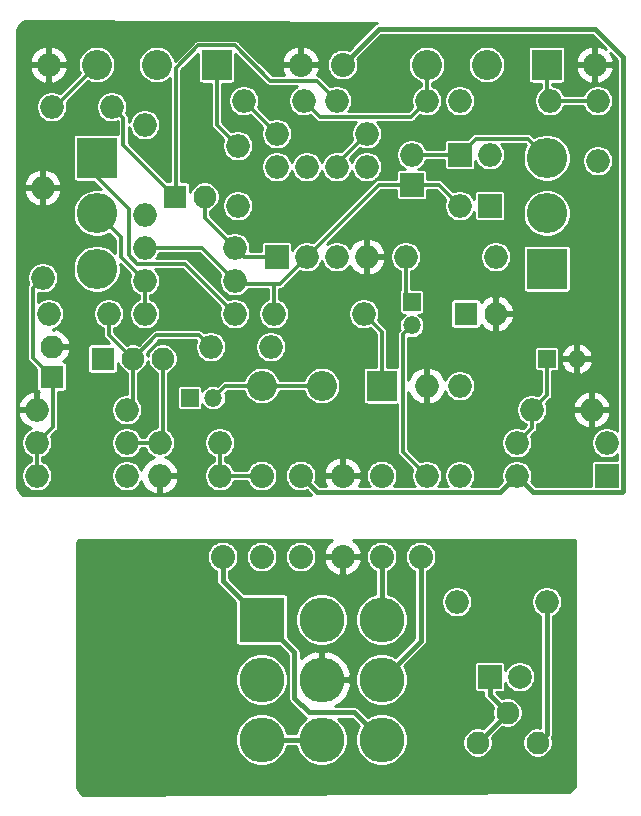
<source format=gbr>
G04 #@! TF.GenerationSoftware,KiCad,Pcbnew,(5.1.8-0-10_14)*
G04 #@! TF.CreationDate,2020-11-14T19:44:57+01:00*
G04 #@! TF.ProjectId,fet-amplifier,6665742d-616d-4706-9c69-666965722e6b,rev?*
G04 #@! TF.SameCoordinates,Original*
G04 #@! TF.FileFunction,Copper,L1,Top*
G04 #@! TF.FilePolarity,Positive*
%FSLAX46Y46*%
G04 Gerber Fmt 4.6, Leading zero omitted, Abs format (unit mm)*
G04 Created by KiCad (PCBNEW (5.1.8-0-10_14)) date 2020-11-14 19:44:57*
%MOMM*%
%LPD*%
G01*
G04 APERTURE LIST*
G04 #@! TA.AperFunction,ComponentPad*
%ADD10R,2.000000X2.000000*%
G04 #@! TD*
G04 #@! TA.AperFunction,ComponentPad*
%ADD11C,2.000000*%
G04 #@! TD*
G04 #@! TA.AperFunction,ComponentPad*
%ADD12O,2.000000X2.000000*%
G04 #@! TD*
G04 #@! TA.AperFunction,ComponentPad*
%ADD13O,3.416000X3.416000*%
G04 #@! TD*
G04 #@! TA.AperFunction,ComponentPad*
%ADD14R,3.416000X3.416000*%
G04 #@! TD*
G04 #@! TA.AperFunction,ComponentPad*
%ADD15R,3.816000X3.816000*%
G04 #@! TD*
G04 #@! TA.AperFunction,ComponentPad*
%ADD16O,3.816000X3.816000*%
G04 #@! TD*
G04 #@! TA.AperFunction,ComponentPad*
%ADD17O,1.930400X1.930400*%
G04 #@! TD*
G04 #@! TA.AperFunction,ComponentPad*
%ADD18O,2.540000X2.540000*%
G04 #@! TD*
G04 #@! TA.AperFunction,ComponentPad*
%ADD19R,2.540000X2.540000*%
G04 #@! TD*
G04 #@! TA.AperFunction,ComponentPad*
%ADD20R,1.930400X1.930400*%
G04 #@! TD*
G04 #@! TA.AperFunction,ComponentPad*
%ADD21O,2.032000X2.032000*%
G04 #@! TD*
G04 #@! TA.AperFunction,ComponentPad*
%ADD22O,1.508000X1.508000*%
G04 #@! TD*
G04 #@! TA.AperFunction,ComponentPad*
%ADD23R,1.508000X1.508000*%
G04 #@! TD*
G04 #@! TA.AperFunction,Conductor*
%ADD24C,0.300000*%
G04 #@! TD*
G04 #@! TA.AperFunction,Conductor*
%ADD25C,0.400000*%
G04 #@! TD*
G04 #@! TA.AperFunction,Conductor*
%ADD26C,0.254000*%
G04 #@! TD*
G04 #@! TA.AperFunction,Conductor*
%ADD27C,0.100000*%
G04 #@! TD*
G04 APERTURE END LIST*
D10*
X104140000Y-132334000D03*
D11*
X106680000Y-132334000D03*
D12*
X86106000Y-89154000D03*
X88646000Y-89154000D03*
X91186000Y-89154000D03*
X93726000Y-89154000D03*
X93726000Y-96774000D03*
X91186000Y-96774000D03*
X88646000Y-96774000D03*
D10*
X86106000Y-96774000D03*
D13*
X70866000Y-97790000D03*
X70866000Y-93091000D03*
D14*
X70866000Y-88392000D03*
D13*
X108966000Y-88392000D03*
X108966000Y-93091000D03*
D14*
X108966000Y-97790000D03*
D15*
X84836000Y-127508000D03*
D16*
X84836000Y-132588000D03*
X84836000Y-137668000D03*
X89916000Y-127508000D03*
X89916000Y-132588000D03*
X89916000Y-137668000D03*
X94996000Y-127508000D03*
X94996000Y-132588000D03*
X94996000Y-137668000D03*
D17*
X108204000Y-137922000D03*
X105664000Y-135382000D03*
X103124000Y-137922000D03*
D18*
X70866000Y-80518000D03*
X75946000Y-80518000D03*
D19*
X81026000Y-80518000D03*
D18*
X98806000Y-80518000D03*
X103886000Y-80518000D03*
D19*
X108966000Y-80518000D03*
D18*
X84836000Y-107696000D03*
X89916000Y-107696000D03*
D19*
X94996000Y-107696000D03*
D12*
X108966000Y-125984000D03*
X101346000Y-125984000D03*
X66294000Y-90932000D03*
X66294000Y-98552000D03*
X73406000Y-115316000D03*
X65786000Y-115316000D03*
X101600000Y-115316000D03*
X101600000Y-107696000D03*
X114046000Y-112522000D03*
X106426000Y-112522000D03*
X74930000Y-85598000D03*
X74930000Y-93218000D03*
X98806000Y-107696000D03*
X98806000Y-115316000D03*
X93726000Y-86360000D03*
X86106000Y-86360000D03*
X104648000Y-96774000D03*
X97028000Y-96774000D03*
X65786000Y-109728000D03*
X73406000Y-109728000D03*
X109220000Y-83566000D03*
X101600000Y-83566000D03*
X91186000Y-83566000D03*
X98806000Y-83566000D03*
X74930000Y-96012000D03*
X82550000Y-96012000D03*
X74930000Y-98806000D03*
X82550000Y-98806000D03*
X76200000Y-115316000D03*
X81280000Y-115316000D03*
X85852000Y-101600000D03*
X93472000Y-101600000D03*
X73406000Y-112522000D03*
X65786000Y-112522000D03*
X82550000Y-101600000D03*
X74930000Y-101600000D03*
D20*
X71374000Y-105410000D03*
D17*
X73914000Y-105410000D03*
X76454000Y-105410000D03*
D21*
X98298000Y-122174000D03*
X94996000Y-122174000D03*
X113030000Y-80518000D03*
X91694000Y-122174000D03*
X88138000Y-122174000D03*
X91694000Y-80518000D03*
X84836000Y-122174000D03*
X81534000Y-122174000D03*
X88138000Y-115316000D03*
X88138000Y-80518000D03*
X94996000Y-115316000D03*
X66802000Y-80518000D03*
X91694000Y-115316000D03*
X84836000Y-115316000D03*
D10*
X114046000Y-115316000D03*
D12*
X106426000Y-115316000D03*
X104140000Y-88138000D03*
D10*
X101600000Y-88138000D03*
D12*
X101600000Y-92456000D03*
D10*
X104140000Y-92456000D03*
D12*
X97536000Y-88138000D03*
D10*
X97536000Y-90678000D03*
D17*
X67056000Y-104394000D03*
D20*
X67056000Y-106934000D03*
D17*
X104648000Y-101600000D03*
D20*
X102108000Y-101600000D03*
D22*
X111506000Y-105410000D03*
D23*
X108966000Y-105410000D03*
D12*
X112776000Y-109728000D03*
X107696000Y-109728000D03*
X82804000Y-87376000D03*
X82804000Y-92456000D03*
X72136000Y-84074000D03*
X67056000Y-84074000D03*
D22*
X97536000Y-102600000D03*
D23*
X97536000Y-100600000D03*
D12*
X113284000Y-88646000D03*
X113284000Y-83566000D03*
X83312000Y-83566000D03*
X88392000Y-83566000D03*
D17*
X80010000Y-91694000D03*
D20*
X77470000Y-91694000D03*
D12*
X71882000Y-101600000D03*
X66802000Y-101600000D03*
X81280000Y-112522000D03*
X76200000Y-112522000D03*
D22*
X80740000Y-108712000D03*
D23*
X78740000Y-108712000D03*
D12*
X80518000Y-104394000D03*
X85598000Y-104394000D03*
D24*
X71882000Y-103378000D02*
X73914000Y-105410000D01*
X71882000Y-101600000D02*
X71882000Y-103378000D01*
X73914000Y-109220000D02*
X73406000Y-109728000D01*
X73914000Y-105410000D02*
X73914000Y-109220000D01*
X79518001Y-103394001D02*
X80518000Y-104394000D01*
X75929999Y-103394001D02*
X79518001Y-103394001D01*
X73914000Y-105410000D02*
X75929999Y-103394001D01*
X74281999Y-97362001D02*
X78312001Y-97362001D01*
X73579999Y-96660001D02*
X74281999Y-97362001D01*
X73579999Y-92759157D02*
X73579999Y-96660001D01*
X78312001Y-97362001D02*
X82550000Y-101600000D01*
X70866000Y-90045158D02*
X73579999Y-92759157D01*
X70866000Y-88392000D02*
X70866000Y-90045158D01*
X84836000Y-107696000D02*
X89916000Y-107696000D01*
X81756000Y-107696000D02*
X80740000Y-108712000D01*
X84836000Y-107696000D02*
X81756000Y-107696000D01*
X83312000Y-96774000D02*
X82550000Y-96012000D01*
X86106000Y-96774000D02*
X83312000Y-96774000D01*
X80010000Y-93472000D02*
X82550000Y-96012000D01*
X80010000Y-91694000D02*
X80010000Y-93472000D01*
X84836000Y-115316000D02*
X81280000Y-115316000D01*
X81280000Y-112522000D02*
X81280000Y-115316000D01*
X76200000Y-112522000D02*
X73406000Y-112522000D01*
X76454000Y-112268000D02*
X76200000Y-112522000D01*
X76454000Y-105410000D02*
X76454000Y-112268000D01*
X74930000Y-98806000D02*
X74930000Y-101600000D01*
X72924001Y-95149001D02*
X72924001Y-96800001D01*
X72924001Y-96800001D02*
X74930000Y-98806000D01*
X70866000Y-93091000D02*
X72924001Y-95149001D01*
X73135999Y-85073999D02*
X73135999Y-87359999D01*
X73135999Y-87359999D02*
X77470000Y-91694000D01*
X72136000Y-84074000D02*
X73135999Y-85073999D01*
X77566001Y-80807997D02*
X77566001Y-91597999D01*
X79475999Y-78897999D02*
X77566001Y-80807997D01*
X77566001Y-91597999D02*
X77470000Y-91694000D01*
X82576001Y-78897999D02*
X79475999Y-78897999D01*
X85562003Y-81884001D02*
X82576001Y-78897999D01*
X89504001Y-81884001D02*
X85562003Y-81884001D01*
X91186000Y-83566000D02*
X89504001Y-81884001D01*
X83312000Y-83566000D02*
X86106000Y-86360000D01*
X98806000Y-80518000D02*
X98806000Y-83566000D01*
X97455999Y-84916001D02*
X98806000Y-83566000D01*
X89742001Y-84916001D02*
X97455999Y-84916001D01*
X88392000Y-83566000D02*
X89742001Y-84916001D01*
X108966000Y-83312000D02*
X109220000Y-83566000D01*
X108966000Y-80518000D02*
X108966000Y-83312000D01*
X109220000Y-83566000D02*
X113284000Y-83566000D01*
X96782001Y-113292001D02*
X98806000Y-115316000D01*
X96782001Y-103353999D02*
X96782001Y-113292001D01*
X97536000Y-102600000D02*
X96782001Y-103353999D01*
X97028000Y-100092000D02*
X97536000Y-100600000D01*
X97028000Y-96774000D02*
X97028000Y-100092000D01*
X67310000Y-84074000D02*
X67056000Y-84074000D01*
X70866000Y-80518000D02*
X67310000Y-84074000D01*
X81026000Y-85598000D02*
X82804000Y-87376000D01*
X81026000Y-80518000D02*
X81026000Y-85598000D01*
X108966000Y-108458000D02*
X107696000Y-109728000D01*
X108966000Y-105410000D02*
X108966000Y-108458000D01*
X107696000Y-111252000D02*
X106426000Y-112522000D01*
X107696000Y-109728000D02*
X107696000Y-111252000D01*
X65786000Y-115316000D02*
X65786000Y-112522000D01*
X67136001Y-111171999D02*
X67136001Y-107014001D01*
X67136001Y-107014001D02*
X67056000Y-106934000D01*
X65786000Y-112522000D02*
X67136001Y-111171999D01*
X65451999Y-99394001D02*
X66294000Y-98552000D01*
X65451999Y-105329999D02*
X65451999Y-99394001D01*
X67056000Y-106934000D02*
X65451999Y-105329999D01*
X97536000Y-88138000D02*
X101600000Y-88138000D01*
X107361999Y-86787999D02*
X108966000Y-88392000D01*
X102950001Y-86787999D02*
X107361999Y-86787999D01*
X101600000Y-88138000D02*
X102950001Y-86787999D01*
X99822000Y-90678000D02*
X101600000Y-92456000D01*
X97536000Y-90678000D02*
X99822000Y-90678000D01*
X85852000Y-101600000D02*
X85852000Y-99060000D01*
X82804000Y-99060000D02*
X82550000Y-98806000D01*
X85852000Y-99060000D02*
X82804000Y-99060000D01*
X86360000Y-99060000D02*
X85852000Y-99060000D01*
X88646000Y-96774000D02*
X86360000Y-99060000D01*
X94742000Y-90678000D02*
X88646000Y-96774000D01*
X97536000Y-90678000D02*
X94742000Y-90678000D01*
X79756000Y-96012000D02*
X82550000Y-98806000D01*
X74930000Y-96012000D02*
X79756000Y-96012000D01*
D25*
X115366001Y-116716001D02*
X107826001Y-116716001D01*
X94742000Y-77470000D02*
X113030000Y-77470000D01*
X115446001Y-116636001D02*
X115366001Y-116716001D01*
X115446001Y-79886001D02*
X115446001Y-116636001D01*
X107826001Y-116716001D02*
X106426000Y-115316000D01*
X113030000Y-77470000D02*
X115446001Y-79886001D01*
X91694000Y-80518000D02*
X94742000Y-77470000D01*
X105009999Y-116732001D02*
X89554001Y-116732001D01*
X89554001Y-116732001D02*
X88138000Y-115316000D01*
X106426000Y-115316000D02*
X105009999Y-116732001D01*
X105664000Y-135382000D02*
X103124000Y-137922000D01*
X104140000Y-133858000D02*
X105664000Y-135382000D01*
X104140000Y-132334000D02*
X104140000Y-133858000D01*
X81534000Y-124206000D02*
X84836000Y-127508000D01*
X81534000Y-122174000D02*
X81534000Y-124206000D01*
X88808159Y-135359999D02*
X92687999Y-135359999D01*
X92687999Y-135359999D02*
X94996000Y-137668000D01*
X87607999Y-130279999D02*
X87607999Y-134159839D01*
X87607999Y-134159839D02*
X88808159Y-135359999D01*
X84836000Y-127508000D02*
X87607999Y-130279999D01*
X94996000Y-122174000D02*
X94996000Y-127508000D01*
X98298000Y-129286000D02*
X94996000Y-132588000D01*
X98298000Y-122174000D02*
X98298000Y-129286000D01*
D24*
X94996000Y-103124000D02*
X93472000Y-101600000D01*
X94996000Y-107696000D02*
X94996000Y-103124000D01*
X91186000Y-88900000D02*
X91186000Y-89154000D01*
X93726000Y-86360000D02*
X91186000Y-88900000D01*
D25*
X108966000Y-137160000D02*
X108204000Y-137922000D01*
X108966000Y-125984000D02*
X108966000Y-137160000D01*
X84836000Y-137668000D02*
X89916000Y-137668000D01*
D26*
X94617703Y-76956992D02*
X94539350Y-76980761D01*
X94447798Y-77029696D01*
X94367552Y-77095552D01*
X94351049Y-77115661D01*
X92194888Y-79271822D01*
X92085739Y-79226611D01*
X91826274Y-79175000D01*
X91561726Y-79175000D01*
X91302261Y-79226611D01*
X91057851Y-79327849D01*
X90837888Y-79474824D01*
X90650824Y-79661888D01*
X90503849Y-79881851D01*
X90402611Y-80126261D01*
X90351000Y-80385726D01*
X90351000Y-80650274D01*
X90402611Y-80909739D01*
X90503849Y-81154149D01*
X90650824Y-81374112D01*
X90837888Y-81561176D01*
X91057851Y-81708151D01*
X91302261Y-81809389D01*
X91561726Y-81861000D01*
X91826274Y-81861000D01*
X92085739Y-81809389D01*
X92330149Y-81708151D01*
X92550112Y-81561176D01*
X92737176Y-81374112D01*
X92884151Y-81154149D01*
X92985389Y-80909739D01*
X93037000Y-80650274D01*
X93037000Y-80385726D01*
X92985389Y-80126261D01*
X92940178Y-80017112D01*
X94960290Y-77997000D01*
X112811711Y-77997000D01*
X113991524Y-79176814D01*
X113718898Y-79017589D01*
X113412945Y-78912022D01*
X113157000Y-79030638D01*
X113157000Y-80391000D01*
X114516836Y-80391000D01*
X114635975Y-80135056D01*
X114578076Y-79944174D01*
X114436382Y-79653185D01*
X114336914Y-79522204D01*
X114919001Y-80104291D01*
X114919002Y-111518341D01*
X114891913Y-111491252D01*
X114674570Y-111346028D01*
X114433072Y-111245996D01*
X114176698Y-111195000D01*
X113915302Y-111195000D01*
X113658928Y-111245996D01*
X113417430Y-111346028D01*
X113200087Y-111491252D01*
X113015252Y-111676087D01*
X112870028Y-111893430D01*
X112769996Y-112134928D01*
X112719000Y-112391302D01*
X112719000Y-112652698D01*
X112769996Y-112909072D01*
X112870028Y-113150570D01*
X113015252Y-113367913D01*
X113200087Y-113552748D01*
X113417430Y-113697972D01*
X113658928Y-113798004D01*
X113915302Y-113849000D01*
X114176698Y-113849000D01*
X114433072Y-113798004D01*
X114674570Y-113697972D01*
X114891913Y-113552748D01*
X114919002Y-113525659D01*
X114919002Y-113987418D01*
X113046000Y-113987418D01*
X112981897Y-113993732D01*
X112920257Y-114012430D01*
X112863450Y-114042794D01*
X112813657Y-114083657D01*
X112772794Y-114133450D01*
X112742430Y-114190257D01*
X112723732Y-114251897D01*
X112717418Y-114316000D01*
X112717418Y-116189001D01*
X108044291Y-116189001D01*
X107659932Y-115804642D01*
X107702004Y-115703072D01*
X107753000Y-115446698D01*
X107753000Y-115185302D01*
X107702004Y-114928928D01*
X107601972Y-114687430D01*
X107456748Y-114470087D01*
X107271913Y-114285252D01*
X107054570Y-114140028D01*
X106813072Y-114039996D01*
X106556698Y-113989000D01*
X106295302Y-113989000D01*
X106038928Y-114039996D01*
X105797430Y-114140028D01*
X105580087Y-114285252D01*
X105395252Y-114470087D01*
X105250028Y-114687430D01*
X105149996Y-114928928D01*
X105099000Y-115185302D01*
X105099000Y-115446698D01*
X105149996Y-115703072D01*
X105192068Y-115804642D01*
X104791710Y-116205001D01*
X102587660Y-116205001D01*
X102630748Y-116161913D01*
X102775972Y-115944570D01*
X102876004Y-115703072D01*
X102927000Y-115446698D01*
X102927000Y-115185302D01*
X102876004Y-114928928D01*
X102775972Y-114687430D01*
X102630748Y-114470087D01*
X102445913Y-114285252D01*
X102228570Y-114140028D01*
X101987072Y-114039996D01*
X101730698Y-113989000D01*
X101469302Y-113989000D01*
X101212928Y-114039996D01*
X100971430Y-114140028D01*
X100754087Y-114285252D01*
X100569252Y-114470087D01*
X100424028Y-114687430D01*
X100323996Y-114928928D01*
X100273000Y-115185302D01*
X100273000Y-115446698D01*
X100323996Y-115703072D01*
X100424028Y-115944570D01*
X100569252Y-116161913D01*
X100612340Y-116205001D01*
X99793660Y-116205001D01*
X99836748Y-116161913D01*
X99981972Y-115944570D01*
X100082004Y-115703072D01*
X100133000Y-115446698D01*
X100133000Y-115185302D01*
X100082004Y-114928928D01*
X99981972Y-114687430D01*
X99836748Y-114470087D01*
X99651913Y-114285252D01*
X99434570Y-114140028D01*
X99193072Y-114039996D01*
X98936698Y-113989000D01*
X98675302Y-113989000D01*
X98418928Y-114039996D01*
X98267358Y-114102778D01*
X97259001Y-113094422D01*
X97259001Y-112391302D01*
X105099000Y-112391302D01*
X105099000Y-112652698D01*
X105149996Y-112909072D01*
X105250028Y-113150570D01*
X105395252Y-113367913D01*
X105580087Y-113552748D01*
X105797430Y-113697972D01*
X106038928Y-113798004D01*
X106295302Y-113849000D01*
X106556698Y-113849000D01*
X106813072Y-113798004D01*
X107054570Y-113697972D01*
X107271913Y-113552748D01*
X107456748Y-113367913D01*
X107601972Y-113150570D01*
X107702004Y-112909072D01*
X107753000Y-112652698D01*
X107753000Y-112391302D01*
X107702004Y-112134928D01*
X107639222Y-111983358D01*
X108016729Y-111605851D01*
X108034921Y-111590921D01*
X108094529Y-111518289D01*
X108138822Y-111435423D01*
X108166097Y-111345508D01*
X108173000Y-111275423D01*
X108173000Y-111275416D01*
X108175306Y-111252001D01*
X108173000Y-111228586D01*
X108173000Y-110966755D01*
X108324570Y-110903972D01*
X108541913Y-110758748D01*
X108726748Y-110573913D01*
X108871972Y-110356570D01*
X108972004Y-110115072D01*
X108973324Y-110108434D01*
X111185876Y-110108434D01*
X111242498Y-110295107D01*
X111382601Y-110583382D01*
X111576252Y-110838785D01*
X111816008Y-111051501D01*
X112092656Y-111213356D01*
X112395565Y-111318129D01*
X112649000Y-111199315D01*
X112649000Y-109855000D01*
X112903000Y-109855000D01*
X112903000Y-111199315D01*
X113156435Y-111318129D01*
X113459344Y-111213356D01*
X113735992Y-111051501D01*
X113975748Y-110838785D01*
X114169399Y-110583382D01*
X114309502Y-110295107D01*
X114366124Y-110108434D01*
X114246777Y-109855000D01*
X112903000Y-109855000D01*
X112649000Y-109855000D01*
X111305223Y-109855000D01*
X111185876Y-110108434D01*
X108973324Y-110108434D01*
X109023000Y-109858698D01*
X109023000Y-109597302D01*
X108973325Y-109347566D01*
X111185876Y-109347566D01*
X111305223Y-109601000D01*
X112649000Y-109601000D01*
X112649000Y-108256685D01*
X112903000Y-108256685D01*
X112903000Y-109601000D01*
X114246777Y-109601000D01*
X114366124Y-109347566D01*
X114309502Y-109160893D01*
X114169399Y-108872618D01*
X113975748Y-108617215D01*
X113735992Y-108404499D01*
X113459344Y-108242644D01*
X113156435Y-108137871D01*
X112903000Y-108256685D01*
X112649000Y-108256685D01*
X112395565Y-108137871D01*
X112092656Y-108242644D01*
X111816008Y-108404499D01*
X111576252Y-108617215D01*
X111382601Y-108872618D01*
X111242498Y-109160893D01*
X111185876Y-109347566D01*
X108973325Y-109347566D01*
X108972004Y-109340928D01*
X108909222Y-109189358D01*
X109286729Y-108811851D01*
X109304921Y-108796921D01*
X109364529Y-108724289D01*
X109408822Y-108641423D01*
X109436097Y-108551508D01*
X109443000Y-108481423D01*
X109443000Y-108481416D01*
X109445306Y-108458001D01*
X109443000Y-108434586D01*
X109443000Y-106492582D01*
X109720000Y-106492582D01*
X109784103Y-106486268D01*
X109845743Y-106467570D01*
X109902550Y-106437206D01*
X109952343Y-106396343D01*
X109993206Y-106346550D01*
X110023570Y-106289743D01*
X110042268Y-106228103D01*
X110048582Y-106164000D01*
X110048582Y-105751814D01*
X110159714Y-105751814D01*
X110196698Y-105873750D01*
X110312329Y-106120271D01*
X110473832Y-106339497D01*
X110675001Y-106523003D01*
X110908105Y-106663737D01*
X111164185Y-106756290D01*
X111379000Y-106634437D01*
X111379000Y-105537000D01*
X111633000Y-105537000D01*
X111633000Y-106634437D01*
X111847815Y-106756290D01*
X112103895Y-106663737D01*
X112336999Y-106523003D01*
X112538168Y-106339497D01*
X112699671Y-106120271D01*
X112815302Y-105873750D01*
X112852286Y-105751814D01*
X112729677Y-105537000D01*
X111633000Y-105537000D01*
X111379000Y-105537000D01*
X110282323Y-105537000D01*
X110159714Y-105751814D01*
X110048582Y-105751814D01*
X110048582Y-105068186D01*
X110159714Y-105068186D01*
X110282323Y-105283000D01*
X111379000Y-105283000D01*
X111379000Y-104185563D01*
X111633000Y-104185563D01*
X111633000Y-105283000D01*
X112729677Y-105283000D01*
X112852286Y-105068186D01*
X112815302Y-104946250D01*
X112699671Y-104699729D01*
X112538168Y-104480503D01*
X112336999Y-104296997D01*
X112103895Y-104156263D01*
X111847815Y-104063710D01*
X111633000Y-104185563D01*
X111379000Y-104185563D01*
X111164185Y-104063710D01*
X110908105Y-104156263D01*
X110675001Y-104296997D01*
X110473832Y-104480503D01*
X110312329Y-104699729D01*
X110196698Y-104946250D01*
X110159714Y-105068186D01*
X110048582Y-105068186D01*
X110048582Y-104656000D01*
X110042268Y-104591897D01*
X110023570Y-104530257D01*
X109993206Y-104473450D01*
X109952343Y-104423657D01*
X109902550Y-104382794D01*
X109845743Y-104352430D01*
X109784103Y-104333732D01*
X109720000Y-104327418D01*
X108212000Y-104327418D01*
X108147897Y-104333732D01*
X108086257Y-104352430D01*
X108029450Y-104382794D01*
X107979657Y-104423657D01*
X107938794Y-104473450D01*
X107908430Y-104530257D01*
X107889732Y-104591897D01*
X107883418Y-104656000D01*
X107883418Y-106164000D01*
X107889732Y-106228103D01*
X107908430Y-106289743D01*
X107938794Y-106346550D01*
X107979657Y-106396343D01*
X108029450Y-106437206D01*
X108086257Y-106467570D01*
X108147897Y-106486268D01*
X108212000Y-106492582D01*
X108489000Y-106492582D01*
X108489001Y-108260419D01*
X108234642Y-108514778D01*
X108083072Y-108451996D01*
X107826698Y-108401000D01*
X107565302Y-108401000D01*
X107308928Y-108451996D01*
X107067430Y-108552028D01*
X106850087Y-108697252D01*
X106665252Y-108882087D01*
X106520028Y-109099430D01*
X106419996Y-109340928D01*
X106369000Y-109597302D01*
X106369000Y-109858698D01*
X106419996Y-110115072D01*
X106520028Y-110356570D01*
X106665252Y-110573913D01*
X106850087Y-110758748D01*
X107067430Y-110903972D01*
X107219001Y-110966755D01*
X107219001Y-111054419D01*
X106964642Y-111308778D01*
X106813072Y-111245996D01*
X106556698Y-111195000D01*
X106295302Y-111195000D01*
X106038928Y-111245996D01*
X105797430Y-111346028D01*
X105580087Y-111491252D01*
X105395252Y-111676087D01*
X105250028Y-111893430D01*
X105149996Y-112134928D01*
X105099000Y-112391302D01*
X97259001Y-112391302D01*
X97259001Y-108201128D01*
X97320644Y-108379344D01*
X97482499Y-108655992D01*
X97695215Y-108895748D01*
X97950618Y-109089399D01*
X98238893Y-109229502D01*
X98425566Y-109286124D01*
X98679000Y-109166777D01*
X98679000Y-107823000D01*
X98659000Y-107823000D01*
X98659000Y-107569000D01*
X98679000Y-107569000D01*
X98679000Y-106225223D01*
X98933000Y-106225223D01*
X98933000Y-107569000D01*
X98953000Y-107569000D01*
X98953000Y-107823000D01*
X98933000Y-107823000D01*
X98933000Y-109166777D01*
X99186434Y-109286124D01*
X99373107Y-109229502D01*
X99661382Y-109089399D01*
X99916785Y-108895748D01*
X100129501Y-108655992D01*
X100291356Y-108379344D01*
X100362053Y-108174951D01*
X100424028Y-108324570D01*
X100569252Y-108541913D01*
X100754087Y-108726748D01*
X100971430Y-108871972D01*
X101212928Y-108972004D01*
X101469302Y-109023000D01*
X101730698Y-109023000D01*
X101987072Y-108972004D01*
X102228570Y-108871972D01*
X102445913Y-108726748D01*
X102630748Y-108541913D01*
X102775972Y-108324570D01*
X102876004Y-108083072D01*
X102927000Y-107826698D01*
X102927000Y-107565302D01*
X102876004Y-107308928D01*
X102775972Y-107067430D01*
X102630748Y-106850087D01*
X102445913Y-106665252D01*
X102228570Y-106520028D01*
X101987072Y-106419996D01*
X101730698Y-106369000D01*
X101469302Y-106369000D01*
X101212928Y-106419996D01*
X100971430Y-106520028D01*
X100754087Y-106665252D01*
X100569252Y-106850087D01*
X100424028Y-107067430D01*
X100362053Y-107217049D01*
X100291356Y-107012656D01*
X100129501Y-106736008D01*
X99916785Y-106496252D01*
X99661382Y-106302601D01*
X99373107Y-106162498D01*
X99186434Y-106105876D01*
X98933000Y-106225223D01*
X98679000Y-106225223D01*
X98425566Y-106105876D01*
X98238893Y-106162498D01*
X97950618Y-106302601D01*
X97695215Y-106496252D01*
X97482499Y-106736008D01*
X97320644Y-107012656D01*
X97259001Y-107190872D01*
X97259001Y-103647079D01*
X97429531Y-103681000D01*
X97642469Y-103681000D01*
X97851316Y-103639457D01*
X98048045Y-103557969D01*
X98225097Y-103439667D01*
X98375667Y-103289097D01*
X98493969Y-103112045D01*
X98575457Y-102915316D01*
X98617000Y-102706469D01*
X98617000Y-102493531D01*
X98575457Y-102284684D01*
X98493969Y-102087955D01*
X98375667Y-101910903D01*
X98225097Y-101760333D01*
X98108734Y-101682582D01*
X98290000Y-101682582D01*
X98354103Y-101676268D01*
X98415743Y-101657570D01*
X98472550Y-101627206D01*
X98522343Y-101586343D01*
X98563206Y-101536550D01*
X98593570Y-101479743D01*
X98612268Y-101418103D01*
X98618582Y-101354000D01*
X98618582Y-100634800D01*
X100814218Y-100634800D01*
X100814218Y-102565200D01*
X100820532Y-102629303D01*
X100839230Y-102690943D01*
X100869594Y-102747750D01*
X100910457Y-102797543D01*
X100960250Y-102838406D01*
X101017057Y-102868770D01*
X101078697Y-102887468D01*
X101142800Y-102893782D01*
X103073200Y-102893782D01*
X103137303Y-102887468D01*
X103198943Y-102868770D01*
X103255750Y-102838406D01*
X103305543Y-102797543D01*
X103346406Y-102747750D01*
X103376770Y-102690943D01*
X103395468Y-102629303D01*
X103399422Y-102589161D01*
X103471948Y-102685152D01*
X103706248Y-102893738D01*
X103976739Y-103052606D01*
X104273026Y-103155651D01*
X104521000Y-103036407D01*
X104521000Y-101727000D01*
X104775000Y-101727000D01*
X104775000Y-103036407D01*
X105022974Y-103155651D01*
X105319261Y-103052606D01*
X105589752Y-102893738D01*
X105824052Y-102685152D01*
X106013157Y-102434865D01*
X106149800Y-102152494D01*
X106203646Y-101974973D01*
X106083844Y-101727000D01*
X104775000Y-101727000D01*
X104521000Y-101727000D01*
X104501000Y-101727000D01*
X104501000Y-101473000D01*
X104521000Y-101473000D01*
X104521000Y-100163593D01*
X104775000Y-100163593D01*
X104775000Y-101473000D01*
X106083844Y-101473000D01*
X106203646Y-101225027D01*
X106149800Y-101047506D01*
X106013157Y-100765135D01*
X105824052Y-100514848D01*
X105589752Y-100306262D01*
X105319261Y-100147394D01*
X105022974Y-100044349D01*
X104775000Y-100163593D01*
X104521000Y-100163593D01*
X104273026Y-100044349D01*
X103976739Y-100147394D01*
X103706248Y-100306262D01*
X103471948Y-100514848D01*
X103399422Y-100610839D01*
X103395468Y-100570697D01*
X103376770Y-100509057D01*
X103346406Y-100452250D01*
X103305543Y-100402457D01*
X103255750Y-100361594D01*
X103198943Y-100331230D01*
X103137303Y-100312532D01*
X103073200Y-100306218D01*
X101142800Y-100306218D01*
X101078697Y-100312532D01*
X101017057Y-100331230D01*
X100960250Y-100361594D01*
X100910457Y-100402457D01*
X100869594Y-100452250D01*
X100839230Y-100509057D01*
X100820532Y-100570697D01*
X100814218Y-100634800D01*
X98618582Y-100634800D01*
X98618582Y-99846000D01*
X98612268Y-99781897D01*
X98593570Y-99720257D01*
X98563206Y-99663450D01*
X98522343Y-99613657D01*
X98472550Y-99572794D01*
X98415743Y-99542430D01*
X98354103Y-99523732D01*
X98290000Y-99517418D01*
X97505000Y-99517418D01*
X97505000Y-98012755D01*
X97656570Y-97949972D01*
X97873913Y-97804748D01*
X98058748Y-97619913D01*
X98203972Y-97402570D01*
X98304004Y-97161072D01*
X98355000Y-96904698D01*
X98355000Y-96643302D01*
X103321000Y-96643302D01*
X103321000Y-96904698D01*
X103371996Y-97161072D01*
X103472028Y-97402570D01*
X103617252Y-97619913D01*
X103802087Y-97804748D01*
X104019430Y-97949972D01*
X104260928Y-98050004D01*
X104517302Y-98101000D01*
X104778698Y-98101000D01*
X105035072Y-98050004D01*
X105276570Y-97949972D01*
X105493913Y-97804748D01*
X105678748Y-97619913D01*
X105823972Y-97402570D01*
X105924004Y-97161072D01*
X105975000Y-96904698D01*
X105975000Y-96643302D01*
X105924004Y-96386928D01*
X105823972Y-96145430D01*
X105781590Y-96082000D01*
X106929418Y-96082000D01*
X106929418Y-99498000D01*
X106935732Y-99562103D01*
X106954430Y-99623743D01*
X106984794Y-99680550D01*
X107025657Y-99730343D01*
X107075450Y-99771206D01*
X107132257Y-99801570D01*
X107193897Y-99820268D01*
X107258000Y-99826582D01*
X110674000Y-99826582D01*
X110738103Y-99820268D01*
X110799743Y-99801570D01*
X110856550Y-99771206D01*
X110906343Y-99730343D01*
X110947206Y-99680550D01*
X110977570Y-99623743D01*
X110996268Y-99562103D01*
X111002582Y-99498000D01*
X111002582Y-96082000D01*
X110996268Y-96017897D01*
X110977570Y-95956257D01*
X110947206Y-95899450D01*
X110906343Y-95849657D01*
X110856550Y-95808794D01*
X110799743Y-95778430D01*
X110738103Y-95759732D01*
X110674000Y-95753418D01*
X107258000Y-95753418D01*
X107193897Y-95759732D01*
X107132257Y-95778430D01*
X107075450Y-95808794D01*
X107025657Y-95849657D01*
X106984794Y-95899450D01*
X106954430Y-95956257D01*
X106935732Y-96017897D01*
X106929418Y-96082000D01*
X105781590Y-96082000D01*
X105678748Y-95928087D01*
X105493913Y-95743252D01*
X105276570Y-95598028D01*
X105035072Y-95497996D01*
X104778698Y-95447000D01*
X104517302Y-95447000D01*
X104260928Y-95497996D01*
X104019430Y-95598028D01*
X103802087Y-95743252D01*
X103617252Y-95928087D01*
X103472028Y-96145430D01*
X103371996Y-96386928D01*
X103321000Y-96643302D01*
X98355000Y-96643302D01*
X98304004Y-96386928D01*
X98203972Y-96145430D01*
X98058748Y-95928087D01*
X97873913Y-95743252D01*
X97656570Y-95598028D01*
X97415072Y-95497996D01*
X97158698Y-95447000D01*
X96897302Y-95447000D01*
X96640928Y-95497996D01*
X96399430Y-95598028D01*
X96182087Y-95743252D01*
X95997252Y-95928087D01*
X95852028Y-96145430D01*
X95751996Y-96386928D01*
X95701000Y-96643302D01*
X95701000Y-96904698D01*
X95751996Y-97161072D01*
X95852028Y-97402570D01*
X95997252Y-97619913D01*
X96182087Y-97804748D01*
X96399430Y-97949972D01*
X96551000Y-98012755D01*
X96551001Y-99612554D01*
X96549657Y-99613657D01*
X96508794Y-99663450D01*
X96478430Y-99720257D01*
X96459732Y-99781897D01*
X96453418Y-99846000D01*
X96453418Y-101354000D01*
X96459732Y-101418103D01*
X96478430Y-101479743D01*
X96508794Y-101536550D01*
X96549657Y-101586343D01*
X96599450Y-101627206D01*
X96656257Y-101657570D01*
X96717897Y-101676268D01*
X96782000Y-101682582D01*
X96963266Y-101682582D01*
X96846903Y-101760333D01*
X96696333Y-101910903D01*
X96578031Y-102087955D01*
X96496543Y-102284684D01*
X96455000Y-102493531D01*
X96455000Y-102706469D01*
X96496543Y-102915316D01*
X96511059Y-102950362D01*
X96461277Y-103000144D01*
X96443080Y-103015078D01*
X96383472Y-103087710D01*
X96339179Y-103170577D01*
X96311904Y-103260492D01*
X96305001Y-103330577D01*
X96305001Y-103330584D01*
X96302695Y-103353999D01*
X96305001Y-103377414D01*
X96305001Y-106101260D01*
X96266000Y-106097418D01*
X95473000Y-106097418D01*
X95473000Y-103147412D01*
X95475306Y-103123999D01*
X95473000Y-103100586D01*
X95473000Y-103100577D01*
X95466097Y-103030492D01*
X95438822Y-102940577D01*
X95394529Y-102857711D01*
X95334921Y-102785079D01*
X95316729Y-102770149D01*
X94685222Y-102138642D01*
X94748004Y-101987072D01*
X94799000Y-101730698D01*
X94799000Y-101469302D01*
X94748004Y-101212928D01*
X94647972Y-100971430D01*
X94502748Y-100754087D01*
X94317913Y-100569252D01*
X94100570Y-100424028D01*
X93859072Y-100323996D01*
X93602698Y-100273000D01*
X93341302Y-100273000D01*
X93084928Y-100323996D01*
X92843430Y-100424028D01*
X92626087Y-100569252D01*
X92441252Y-100754087D01*
X92296028Y-100971430D01*
X92195996Y-101212928D01*
X92145000Y-101469302D01*
X92145000Y-101730698D01*
X92195996Y-101987072D01*
X92296028Y-102228570D01*
X92441252Y-102445913D01*
X92626087Y-102630748D01*
X92843430Y-102775972D01*
X93084928Y-102876004D01*
X93341302Y-102927000D01*
X93602698Y-102927000D01*
X93859072Y-102876004D01*
X94010642Y-102813222D01*
X94519001Y-103321581D01*
X94519000Y-106097418D01*
X93726000Y-106097418D01*
X93661897Y-106103732D01*
X93600257Y-106122430D01*
X93543450Y-106152794D01*
X93493657Y-106193657D01*
X93452794Y-106243450D01*
X93422430Y-106300257D01*
X93403732Y-106361897D01*
X93397418Y-106426000D01*
X93397418Y-108966000D01*
X93403732Y-109030103D01*
X93422430Y-109091743D01*
X93452794Y-109148550D01*
X93493657Y-109198343D01*
X93543450Y-109239206D01*
X93600257Y-109269570D01*
X93661897Y-109288268D01*
X93726000Y-109294582D01*
X96266000Y-109294582D01*
X96305002Y-109290740D01*
X96305002Y-113268576D01*
X96302695Y-113292001D01*
X96311904Y-113385508D01*
X96339179Y-113475423D01*
X96339180Y-113475424D01*
X96383473Y-113558290D01*
X96443081Y-113630922D01*
X96461272Y-113645851D01*
X97592778Y-114777358D01*
X97529996Y-114928928D01*
X97479000Y-115185302D01*
X97479000Y-115446698D01*
X97529996Y-115703072D01*
X97630028Y-115944570D01*
X97775252Y-116161913D01*
X97818340Y-116205001D01*
X96006287Y-116205001D01*
X96039176Y-116172112D01*
X96186151Y-115952149D01*
X96287389Y-115707739D01*
X96339000Y-115448274D01*
X96339000Y-115183726D01*
X96287389Y-114924261D01*
X96186151Y-114679851D01*
X96039176Y-114459888D01*
X95852112Y-114272824D01*
X95632149Y-114125849D01*
X95387739Y-114024611D01*
X95128274Y-113973000D01*
X94863726Y-113973000D01*
X94604261Y-114024611D01*
X94359851Y-114125849D01*
X94139888Y-114272824D01*
X93952824Y-114459888D01*
X93805849Y-114679851D01*
X93704611Y-114924261D01*
X93653000Y-115183726D01*
X93653000Y-115448274D01*
X93704611Y-115707739D01*
X93805849Y-115952149D01*
X93952824Y-116172112D01*
X93985713Y-116205001D01*
X93082015Y-116205001D01*
X93100382Y-116180815D01*
X93242076Y-115889826D01*
X93299975Y-115698944D01*
X93180836Y-115443000D01*
X91821000Y-115443000D01*
X91821000Y-115463000D01*
X91567000Y-115463000D01*
X91567000Y-115443000D01*
X90207164Y-115443000D01*
X90088025Y-115698944D01*
X90145924Y-115889826D01*
X90287618Y-116180815D01*
X90305985Y-116205001D01*
X89772292Y-116205001D01*
X89384178Y-115816888D01*
X89429389Y-115707739D01*
X89481000Y-115448274D01*
X89481000Y-115183726D01*
X89431139Y-114933056D01*
X90088025Y-114933056D01*
X90207164Y-115189000D01*
X91567000Y-115189000D01*
X91567000Y-113828638D01*
X91821000Y-113828638D01*
X91821000Y-115189000D01*
X93180836Y-115189000D01*
X93299975Y-114933056D01*
X93242076Y-114742174D01*
X93100382Y-114451185D01*
X92904642Y-114193431D01*
X92662377Y-113978816D01*
X92382898Y-113815589D01*
X92076945Y-113710022D01*
X91821000Y-113828638D01*
X91567000Y-113828638D01*
X91311055Y-113710022D01*
X91005102Y-113815589D01*
X90725623Y-113978816D01*
X90483358Y-114193431D01*
X90287618Y-114451185D01*
X90145924Y-114742174D01*
X90088025Y-114933056D01*
X89431139Y-114933056D01*
X89429389Y-114924261D01*
X89328151Y-114679851D01*
X89181176Y-114459888D01*
X88994112Y-114272824D01*
X88774149Y-114125849D01*
X88529739Y-114024611D01*
X88270274Y-113973000D01*
X88005726Y-113973000D01*
X87746261Y-114024611D01*
X87501851Y-114125849D01*
X87281888Y-114272824D01*
X87094824Y-114459888D01*
X86947849Y-114679851D01*
X86846611Y-114924261D01*
X86795000Y-115183726D01*
X86795000Y-115448274D01*
X86846611Y-115707739D01*
X86947849Y-115952149D01*
X87094824Y-116172112D01*
X87281888Y-116359176D01*
X87501851Y-116506151D01*
X87746261Y-116607389D01*
X88005726Y-116659000D01*
X88270274Y-116659000D01*
X88529739Y-116607389D01*
X88638888Y-116562178D01*
X89043709Y-116967000D01*
X82257542Y-116967000D01*
X82248305Y-116963174D01*
X82136830Y-116941000D01*
X82023170Y-116941000D01*
X81911695Y-116963174D01*
X81902458Y-116967000D01*
X81457542Y-116967000D01*
X81448305Y-116963174D01*
X81336830Y-116941000D01*
X81223170Y-116941000D01*
X81111695Y-116963174D01*
X81102458Y-116967000D01*
X80657542Y-116967000D01*
X80648305Y-116963174D01*
X80536830Y-116941000D01*
X80423170Y-116941000D01*
X80311695Y-116963174D01*
X80302458Y-116967000D01*
X64813359Y-116967000D01*
X64674822Y-116925173D01*
X64516921Y-116841216D01*
X64378337Y-116728190D01*
X64264341Y-116590393D01*
X64179286Y-116433086D01*
X64126403Y-116262250D01*
X64106000Y-116068122D01*
X64106000Y-110108434D01*
X64195876Y-110108434D01*
X64252498Y-110295107D01*
X64392601Y-110583382D01*
X64586252Y-110838785D01*
X64826008Y-111051501D01*
X65102656Y-111213356D01*
X65307049Y-111284053D01*
X65157430Y-111346028D01*
X64940087Y-111491252D01*
X64755252Y-111676087D01*
X64610028Y-111893430D01*
X64509996Y-112134928D01*
X64459000Y-112391302D01*
X64459000Y-112652698D01*
X64509996Y-112909072D01*
X64610028Y-113150570D01*
X64755252Y-113367913D01*
X64940087Y-113552748D01*
X65157430Y-113697972D01*
X65309001Y-113760755D01*
X65309000Y-114077245D01*
X65157430Y-114140028D01*
X64940087Y-114285252D01*
X64755252Y-114470087D01*
X64610028Y-114687430D01*
X64509996Y-114928928D01*
X64459000Y-115185302D01*
X64459000Y-115446698D01*
X64509996Y-115703072D01*
X64610028Y-115944570D01*
X64755252Y-116161913D01*
X64940087Y-116346748D01*
X65157430Y-116491972D01*
X65398928Y-116592004D01*
X65655302Y-116643000D01*
X65916698Y-116643000D01*
X66173072Y-116592004D01*
X66414570Y-116491972D01*
X66631913Y-116346748D01*
X66816748Y-116161913D01*
X66961972Y-115944570D01*
X67062004Y-115703072D01*
X67113000Y-115446698D01*
X67113000Y-115185302D01*
X67062004Y-114928928D01*
X66961972Y-114687430D01*
X66816748Y-114470087D01*
X66631913Y-114285252D01*
X66414570Y-114140028D01*
X66263000Y-114077245D01*
X66263000Y-113760755D01*
X66414570Y-113697972D01*
X66631913Y-113552748D01*
X66816748Y-113367913D01*
X66961972Y-113150570D01*
X67062004Y-112909072D01*
X67113000Y-112652698D01*
X67113000Y-112391302D01*
X67062004Y-112134928D01*
X66999222Y-111983358D01*
X67456730Y-111525850D01*
X67474922Y-111510920D01*
X67491064Y-111491252D01*
X67534530Y-111438288D01*
X67578823Y-111355422D01*
X67606098Y-111265507D01*
X67608020Y-111245996D01*
X67613001Y-111195422D01*
X67613001Y-111195414D01*
X67615307Y-111171999D01*
X67613001Y-111148584D01*
X67613001Y-108227782D01*
X68021200Y-108227782D01*
X68085303Y-108221468D01*
X68146943Y-108202770D01*
X68203750Y-108172406D01*
X68253543Y-108131543D01*
X68294406Y-108081750D01*
X68324770Y-108024943D01*
X68343468Y-107963303D01*
X68349782Y-107899200D01*
X68349782Y-105968800D01*
X68343468Y-105904697D01*
X68324770Y-105843057D01*
X68294406Y-105786250D01*
X68253543Y-105736457D01*
X68203750Y-105695594D01*
X68146943Y-105665230D01*
X68085303Y-105646532D01*
X68045161Y-105642578D01*
X68141152Y-105570052D01*
X68349738Y-105335752D01*
X68508606Y-105065261D01*
X68611651Y-104768974D01*
X68492407Y-104521000D01*
X67183000Y-104521000D01*
X67183000Y-104541000D01*
X66929000Y-104541000D01*
X66929000Y-104521000D01*
X66909000Y-104521000D01*
X66909000Y-104444800D01*
X70080218Y-104444800D01*
X70080218Y-106375200D01*
X70086532Y-106439303D01*
X70105230Y-106500943D01*
X70135594Y-106557750D01*
X70176457Y-106607543D01*
X70226250Y-106648406D01*
X70283057Y-106678770D01*
X70344697Y-106697468D01*
X70408800Y-106703782D01*
X72339200Y-106703782D01*
X72403303Y-106697468D01*
X72464943Y-106678770D01*
X72521750Y-106648406D01*
X72571543Y-106607543D01*
X72612406Y-106557750D01*
X72642770Y-106500943D01*
X72661468Y-106439303D01*
X72667782Y-106375200D01*
X72667782Y-105768436D01*
X72671459Y-105786921D01*
X72768868Y-106022086D01*
X72910283Y-106233729D01*
X73090271Y-106413717D01*
X73301914Y-106555132D01*
X73437000Y-106611087D01*
X73437001Y-108401000D01*
X73275302Y-108401000D01*
X73018928Y-108451996D01*
X72777430Y-108552028D01*
X72560087Y-108697252D01*
X72375252Y-108882087D01*
X72230028Y-109099430D01*
X72129996Y-109340928D01*
X72079000Y-109597302D01*
X72079000Y-109858698D01*
X72129996Y-110115072D01*
X72230028Y-110356570D01*
X72375252Y-110573913D01*
X72560087Y-110758748D01*
X72777430Y-110903972D01*
X73018928Y-111004004D01*
X73275302Y-111055000D01*
X73536698Y-111055000D01*
X73793072Y-111004004D01*
X74034570Y-110903972D01*
X74251913Y-110758748D01*
X74436748Y-110573913D01*
X74581972Y-110356570D01*
X74682004Y-110115072D01*
X74733000Y-109858698D01*
X74733000Y-109597302D01*
X74682004Y-109340928D01*
X74581972Y-109099430D01*
X74436748Y-108882087D01*
X74391000Y-108836339D01*
X74391000Y-106611087D01*
X74526086Y-106555132D01*
X74737729Y-106413717D01*
X74917717Y-106233729D01*
X75059132Y-106022086D01*
X75156541Y-105786921D01*
X75184000Y-105648877D01*
X75211459Y-105786921D01*
X75308868Y-106022086D01*
X75450283Y-106233729D01*
X75630271Y-106413717D01*
X75841914Y-106555132D01*
X75977000Y-106611087D01*
X75977001Y-111213360D01*
X75812928Y-111245996D01*
X75571430Y-111346028D01*
X75354087Y-111491252D01*
X75169252Y-111676087D01*
X75024028Y-111893430D01*
X74961245Y-112045000D01*
X74644755Y-112045000D01*
X74581972Y-111893430D01*
X74436748Y-111676087D01*
X74251913Y-111491252D01*
X74034570Y-111346028D01*
X73793072Y-111245996D01*
X73536698Y-111195000D01*
X73275302Y-111195000D01*
X73018928Y-111245996D01*
X72777430Y-111346028D01*
X72560087Y-111491252D01*
X72375252Y-111676087D01*
X72230028Y-111893430D01*
X72129996Y-112134928D01*
X72079000Y-112391302D01*
X72079000Y-112652698D01*
X72129996Y-112909072D01*
X72230028Y-113150570D01*
X72375252Y-113367913D01*
X72560087Y-113552748D01*
X72777430Y-113697972D01*
X73018928Y-113798004D01*
X73275302Y-113849000D01*
X73536698Y-113849000D01*
X73793072Y-113798004D01*
X74034570Y-113697972D01*
X74251913Y-113552748D01*
X74436748Y-113367913D01*
X74581972Y-113150570D01*
X74644755Y-112999000D01*
X74961245Y-112999000D01*
X75024028Y-113150570D01*
X75169252Y-113367913D01*
X75354087Y-113552748D01*
X75571430Y-113697972D01*
X75721049Y-113759947D01*
X75516656Y-113830644D01*
X75240008Y-113992499D01*
X75000252Y-114205215D01*
X74806601Y-114460618D01*
X74666498Y-114748893D01*
X74641529Y-114831212D01*
X74581972Y-114687430D01*
X74436748Y-114470087D01*
X74251913Y-114285252D01*
X74034570Y-114140028D01*
X73793072Y-114039996D01*
X73536698Y-113989000D01*
X73275302Y-113989000D01*
X73018928Y-114039996D01*
X72777430Y-114140028D01*
X72560087Y-114285252D01*
X72375252Y-114470087D01*
X72230028Y-114687430D01*
X72129996Y-114928928D01*
X72079000Y-115185302D01*
X72079000Y-115446698D01*
X72129996Y-115703072D01*
X72230028Y-115944570D01*
X72375252Y-116161913D01*
X72560087Y-116346748D01*
X72777430Y-116491972D01*
X73018928Y-116592004D01*
X73275302Y-116643000D01*
X73536698Y-116643000D01*
X73793072Y-116592004D01*
X74034570Y-116491972D01*
X74251913Y-116346748D01*
X74436748Y-116161913D01*
X74581972Y-115944570D01*
X74641529Y-115800788D01*
X74666498Y-115883107D01*
X74806601Y-116171382D01*
X75000252Y-116426785D01*
X75240008Y-116639501D01*
X75516656Y-116801356D01*
X75819565Y-116906129D01*
X76073000Y-116787315D01*
X76073000Y-115443000D01*
X76327000Y-115443000D01*
X76327000Y-116787315D01*
X76580435Y-116906129D01*
X76883344Y-116801356D01*
X77159992Y-116639501D01*
X77399748Y-116426785D01*
X77593399Y-116171382D01*
X77733502Y-115883107D01*
X77790124Y-115696434D01*
X77670777Y-115443000D01*
X76327000Y-115443000D01*
X76073000Y-115443000D01*
X76053000Y-115443000D01*
X76053000Y-115189000D01*
X76073000Y-115189000D01*
X76073000Y-115169000D01*
X76327000Y-115169000D01*
X76327000Y-115189000D01*
X77670777Y-115189000D01*
X77790124Y-114935566D01*
X77733502Y-114748893D01*
X77593399Y-114460618D01*
X77399748Y-114205215D01*
X77159992Y-113992499D01*
X76883344Y-113830644D01*
X76678951Y-113759947D01*
X76828570Y-113697972D01*
X77045913Y-113552748D01*
X77230748Y-113367913D01*
X77375972Y-113150570D01*
X77476004Y-112909072D01*
X77527000Y-112652698D01*
X77527000Y-112391302D01*
X79953000Y-112391302D01*
X79953000Y-112652698D01*
X80003996Y-112909072D01*
X80104028Y-113150570D01*
X80249252Y-113367913D01*
X80434087Y-113552748D01*
X80651430Y-113697972D01*
X80803000Y-113760755D01*
X80803001Y-114077245D01*
X80651430Y-114140028D01*
X80434087Y-114285252D01*
X80249252Y-114470087D01*
X80104028Y-114687430D01*
X80003996Y-114928928D01*
X79953000Y-115185302D01*
X79953000Y-115446698D01*
X80003996Y-115703072D01*
X80104028Y-115944570D01*
X80249252Y-116161913D01*
X80434087Y-116346748D01*
X80651430Y-116491972D01*
X80892928Y-116592004D01*
X81149302Y-116643000D01*
X81410698Y-116643000D01*
X81667072Y-116592004D01*
X81908570Y-116491972D01*
X82125913Y-116346748D01*
X82310748Y-116161913D01*
X82455972Y-115944570D01*
X82518755Y-115793000D01*
X83579927Y-115793000D01*
X83645849Y-115952149D01*
X83792824Y-116172112D01*
X83979888Y-116359176D01*
X84199851Y-116506151D01*
X84444261Y-116607389D01*
X84703726Y-116659000D01*
X84968274Y-116659000D01*
X85227739Y-116607389D01*
X85472149Y-116506151D01*
X85692112Y-116359176D01*
X85879176Y-116172112D01*
X86026151Y-115952149D01*
X86127389Y-115707739D01*
X86179000Y-115448274D01*
X86179000Y-115183726D01*
X86127389Y-114924261D01*
X86026151Y-114679851D01*
X85879176Y-114459888D01*
X85692112Y-114272824D01*
X85472149Y-114125849D01*
X85227739Y-114024611D01*
X84968274Y-113973000D01*
X84703726Y-113973000D01*
X84444261Y-114024611D01*
X84199851Y-114125849D01*
X83979888Y-114272824D01*
X83792824Y-114459888D01*
X83645849Y-114679851D01*
X83579927Y-114839000D01*
X82518755Y-114839000D01*
X82455972Y-114687430D01*
X82310748Y-114470087D01*
X82125913Y-114285252D01*
X81908570Y-114140028D01*
X81757000Y-114077245D01*
X81757000Y-113760755D01*
X81908570Y-113697972D01*
X82125913Y-113552748D01*
X82310748Y-113367913D01*
X82455972Y-113150570D01*
X82556004Y-112909072D01*
X82607000Y-112652698D01*
X82607000Y-112391302D01*
X82556004Y-112134928D01*
X82455972Y-111893430D01*
X82310748Y-111676087D01*
X82125913Y-111491252D01*
X81908570Y-111346028D01*
X81667072Y-111245996D01*
X81410698Y-111195000D01*
X81149302Y-111195000D01*
X80892928Y-111245996D01*
X80651430Y-111346028D01*
X80434087Y-111491252D01*
X80249252Y-111676087D01*
X80104028Y-111893430D01*
X80003996Y-112134928D01*
X79953000Y-112391302D01*
X77527000Y-112391302D01*
X77476004Y-112134928D01*
X77375972Y-111893430D01*
X77230748Y-111676087D01*
X77045913Y-111491252D01*
X76931000Y-111414470D01*
X76931000Y-107958000D01*
X77657418Y-107958000D01*
X77657418Y-109466000D01*
X77663732Y-109530103D01*
X77682430Y-109591743D01*
X77712794Y-109648550D01*
X77753657Y-109698343D01*
X77803450Y-109739206D01*
X77860257Y-109769570D01*
X77921897Y-109788268D01*
X77986000Y-109794582D01*
X79494000Y-109794582D01*
X79558103Y-109788268D01*
X79619743Y-109769570D01*
X79676550Y-109739206D01*
X79726343Y-109698343D01*
X79767206Y-109648550D01*
X79797570Y-109591743D01*
X79816268Y-109530103D01*
X79822582Y-109466000D01*
X79822582Y-109284734D01*
X79900333Y-109401097D01*
X80050903Y-109551667D01*
X80227955Y-109669969D01*
X80424684Y-109751457D01*
X80633531Y-109793000D01*
X80846469Y-109793000D01*
X81055316Y-109751457D01*
X81252045Y-109669969D01*
X81429097Y-109551667D01*
X81579667Y-109401097D01*
X81697969Y-109224045D01*
X81779457Y-109027316D01*
X81821000Y-108818469D01*
X81821000Y-108605531D01*
X81779457Y-108396684D01*
X81764941Y-108361639D01*
X81953580Y-108173000D01*
X83305000Y-108173000D01*
X83420757Y-108452463D01*
X83595529Y-108714028D01*
X83817972Y-108936471D01*
X84079537Y-109111243D01*
X84370172Y-109231628D01*
X84678709Y-109293000D01*
X84993291Y-109293000D01*
X85301828Y-109231628D01*
X85592463Y-109111243D01*
X85854028Y-108936471D01*
X86076471Y-108714028D01*
X86251243Y-108452463D01*
X86367000Y-108173000D01*
X88385000Y-108173000D01*
X88500757Y-108452463D01*
X88675529Y-108714028D01*
X88897972Y-108936471D01*
X89159537Y-109111243D01*
X89450172Y-109231628D01*
X89758709Y-109293000D01*
X90073291Y-109293000D01*
X90381828Y-109231628D01*
X90672463Y-109111243D01*
X90934028Y-108936471D01*
X91156471Y-108714028D01*
X91331243Y-108452463D01*
X91451628Y-108161828D01*
X91513000Y-107853291D01*
X91513000Y-107538709D01*
X91451628Y-107230172D01*
X91331243Y-106939537D01*
X91156471Y-106677972D01*
X90934028Y-106455529D01*
X90672463Y-106280757D01*
X90381828Y-106160372D01*
X90073291Y-106099000D01*
X89758709Y-106099000D01*
X89450172Y-106160372D01*
X89159537Y-106280757D01*
X88897972Y-106455529D01*
X88675529Y-106677972D01*
X88500757Y-106939537D01*
X88385000Y-107219000D01*
X86367000Y-107219000D01*
X86251243Y-106939537D01*
X86076471Y-106677972D01*
X85854028Y-106455529D01*
X85592463Y-106280757D01*
X85301828Y-106160372D01*
X84993291Y-106099000D01*
X84678709Y-106099000D01*
X84370172Y-106160372D01*
X84079537Y-106280757D01*
X83817972Y-106455529D01*
X83595529Y-106677972D01*
X83420757Y-106939537D01*
X83305000Y-107219000D01*
X81779415Y-107219000D01*
X81756000Y-107216694D01*
X81732585Y-107219000D01*
X81732577Y-107219000D01*
X81662492Y-107225903D01*
X81572577Y-107253178D01*
X81489711Y-107297471D01*
X81417079Y-107357079D01*
X81402149Y-107375271D01*
X81090361Y-107687059D01*
X81055316Y-107672543D01*
X80846469Y-107631000D01*
X80633531Y-107631000D01*
X80424684Y-107672543D01*
X80227955Y-107754031D01*
X80050903Y-107872333D01*
X79900333Y-108022903D01*
X79822582Y-108139266D01*
X79822582Y-107958000D01*
X79816268Y-107893897D01*
X79797570Y-107832257D01*
X79767206Y-107775450D01*
X79726343Y-107725657D01*
X79676550Y-107684794D01*
X79619743Y-107654430D01*
X79558103Y-107635732D01*
X79494000Y-107629418D01*
X77986000Y-107629418D01*
X77921897Y-107635732D01*
X77860257Y-107654430D01*
X77803450Y-107684794D01*
X77753657Y-107725657D01*
X77712794Y-107775450D01*
X77682430Y-107832257D01*
X77663732Y-107893897D01*
X77657418Y-107958000D01*
X76931000Y-107958000D01*
X76931000Y-106611087D01*
X77066086Y-106555132D01*
X77277729Y-106413717D01*
X77457717Y-106233729D01*
X77599132Y-106022086D01*
X77696541Y-105786921D01*
X77746200Y-105537271D01*
X77746200Y-105282729D01*
X77696541Y-105033079D01*
X77599132Y-104797914D01*
X77457717Y-104586271D01*
X77277729Y-104406283D01*
X77066086Y-104264868D01*
X76830921Y-104167459D01*
X76581271Y-104117800D01*
X76326729Y-104117800D01*
X76077079Y-104167459D01*
X75841914Y-104264868D01*
X75630271Y-104406283D01*
X75450283Y-104586271D01*
X75308868Y-104797914D01*
X75211459Y-105033079D01*
X75184000Y-105171123D01*
X75156541Y-105033079D01*
X75100586Y-104897993D01*
X76127579Y-103871001D01*
X79298299Y-103871001D01*
X79241996Y-104006928D01*
X79191000Y-104263302D01*
X79191000Y-104524698D01*
X79241996Y-104781072D01*
X79342028Y-105022570D01*
X79487252Y-105239913D01*
X79672087Y-105424748D01*
X79889430Y-105569972D01*
X80130928Y-105670004D01*
X80387302Y-105721000D01*
X80648698Y-105721000D01*
X80905072Y-105670004D01*
X81146570Y-105569972D01*
X81363913Y-105424748D01*
X81548748Y-105239913D01*
X81693972Y-105022570D01*
X81794004Y-104781072D01*
X81845000Y-104524698D01*
X81845000Y-104263302D01*
X84271000Y-104263302D01*
X84271000Y-104524698D01*
X84321996Y-104781072D01*
X84422028Y-105022570D01*
X84567252Y-105239913D01*
X84752087Y-105424748D01*
X84969430Y-105569972D01*
X85210928Y-105670004D01*
X85467302Y-105721000D01*
X85728698Y-105721000D01*
X85985072Y-105670004D01*
X86226570Y-105569972D01*
X86443913Y-105424748D01*
X86628748Y-105239913D01*
X86773972Y-105022570D01*
X86874004Y-104781072D01*
X86925000Y-104524698D01*
X86925000Y-104263302D01*
X86874004Y-104006928D01*
X86773972Y-103765430D01*
X86628748Y-103548087D01*
X86443913Y-103363252D01*
X86226570Y-103218028D01*
X85985072Y-103117996D01*
X85728698Y-103067000D01*
X85467302Y-103067000D01*
X85210928Y-103117996D01*
X84969430Y-103218028D01*
X84752087Y-103363252D01*
X84567252Y-103548087D01*
X84422028Y-103765430D01*
X84321996Y-104006928D01*
X84271000Y-104263302D01*
X81845000Y-104263302D01*
X81794004Y-104006928D01*
X81693972Y-103765430D01*
X81548748Y-103548087D01*
X81363913Y-103363252D01*
X81146570Y-103218028D01*
X80905072Y-103117996D01*
X80648698Y-103067000D01*
X80387302Y-103067000D01*
X80130928Y-103117996D01*
X79979358Y-103180779D01*
X79871856Y-103073277D01*
X79856922Y-103055080D01*
X79784290Y-102995472D01*
X79701424Y-102951179D01*
X79611509Y-102923904D01*
X79541424Y-102917001D01*
X79541416Y-102917001D01*
X79518001Y-102914695D01*
X79494586Y-102917001D01*
X75953413Y-102917001D01*
X75929998Y-102914695D01*
X75906583Y-102917001D01*
X75906576Y-102917001D01*
X75836491Y-102923904D01*
X75746576Y-102951179D01*
X75663710Y-102995472D01*
X75591078Y-103055080D01*
X75576148Y-103073272D01*
X74426007Y-104223414D01*
X74290921Y-104167459D01*
X74041271Y-104117800D01*
X73786729Y-104117800D01*
X73537079Y-104167459D01*
X73401993Y-104223414D01*
X72359000Y-103180421D01*
X72359000Y-102838755D01*
X72510570Y-102775972D01*
X72727913Y-102630748D01*
X72912748Y-102445913D01*
X73057972Y-102228570D01*
X73158004Y-101987072D01*
X73209000Y-101730698D01*
X73209000Y-101469302D01*
X73158004Y-101212928D01*
X73057972Y-100971430D01*
X72912748Y-100754087D01*
X72727913Y-100569252D01*
X72510570Y-100424028D01*
X72269072Y-100323996D01*
X72012698Y-100273000D01*
X71751302Y-100273000D01*
X71494928Y-100323996D01*
X71253430Y-100424028D01*
X71036087Y-100569252D01*
X70851252Y-100754087D01*
X70706028Y-100971430D01*
X70605996Y-101212928D01*
X70555000Y-101469302D01*
X70555000Y-101730698D01*
X70605996Y-101987072D01*
X70706028Y-102228570D01*
X70851252Y-102445913D01*
X71036087Y-102630748D01*
X71253430Y-102775972D01*
X71405001Y-102838755D01*
X71405001Y-103354575D01*
X71402694Y-103378000D01*
X71411903Y-103471507D01*
X71439178Y-103561422D01*
X71456643Y-103594096D01*
X71483472Y-103644289D01*
X71496603Y-103660289D01*
X71523383Y-103692920D01*
X71543080Y-103716921D01*
X71561271Y-103731850D01*
X71945639Y-104116218D01*
X70408800Y-104116218D01*
X70344697Y-104122532D01*
X70283057Y-104141230D01*
X70226250Y-104171594D01*
X70176457Y-104212457D01*
X70135594Y-104262250D01*
X70105230Y-104319057D01*
X70086532Y-104380697D01*
X70080218Y-104444800D01*
X66909000Y-104444800D01*
X66909000Y-104267000D01*
X66929000Y-104267000D01*
X66929000Y-104247000D01*
X67183000Y-104247000D01*
X67183000Y-104267000D01*
X68492407Y-104267000D01*
X68611651Y-104019026D01*
X68508606Y-103722739D01*
X68349738Y-103452248D01*
X68141152Y-103217948D01*
X67890865Y-103028843D01*
X67608494Y-102892200D01*
X67430973Y-102838354D01*
X67183002Y-102958155D01*
X67183002Y-102877211D01*
X67189072Y-102876004D01*
X67430570Y-102775972D01*
X67647913Y-102630748D01*
X67832748Y-102445913D01*
X67977972Y-102228570D01*
X68078004Y-101987072D01*
X68129000Y-101730698D01*
X68129000Y-101469302D01*
X68078004Y-101212928D01*
X67977972Y-100971430D01*
X67832748Y-100754087D01*
X67647913Y-100569252D01*
X67430570Y-100424028D01*
X67189072Y-100323996D01*
X66932698Y-100273000D01*
X66671302Y-100273000D01*
X66414928Y-100323996D01*
X66173430Y-100424028D01*
X65956087Y-100569252D01*
X65928999Y-100596340D01*
X65928999Y-99832394D01*
X66163302Y-99879000D01*
X66424698Y-99879000D01*
X66681072Y-99828004D01*
X66922570Y-99727972D01*
X67139913Y-99582748D01*
X67324748Y-99397913D01*
X67469972Y-99180570D01*
X67570004Y-98939072D01*
X67621000Y-98682698D01*
X67621000Y-98421302D01*
X67570004Y-98164928D01*
X67469972Y-97923430D01*
X67324748Y-97706087D01*
X67139913Y-97521252D01*
X66922570Y-97376028D01*
X66681072Y-97275996D01*
X66424698Y-97225000D01*
X66163302Y-97225000D01*
X65906928Y-97275996D01*
X65665430Y-97376028D01*
X65448087Y-97521252D01*
X65263252Y-97706087D01*
X65118028Y-97923430D01*
X65017996Y-98164928D01*
X64967000Y-98421302D01*
X64967000Y-98682698D01*
X65017996Y-98939072D01*
X65081823Y-99093165D01*
X65053471Y-99127712D01*
X65044273Y-99144921D01*
X65009177Y-99210579D01*
X64981902Y-99300494D01*
X64972693Y-99394001D01*
X64975000Y-99417426D01*
X64974999Y-105306584D01*
X64972693Y-105329999D01*
X64974999Y-105353414D01*
X64974999Y-105353421D01*
X64981902Y-105423506D01*
X65009177Y-105513421D01*
X65053470Y-105596288D01*
X65113078Y-105668920D01*
X65131275Y-105683854D01*
X65762218Y-106314797D01*
X65762218Y-107899200D01*
X65768532Y-107963303D01*
X65787230Y-108024943D01*
X65817594Y-108081750D01*
X65858457Y-108131543D01*
X65908250Y-108172406D01*
X65965057Y-108202770D01*
X66003275Y-108214363D01*
X65913000Y-108256685D01*
X65913000Y-109601000D01*
X65933000Y-109601000D01*
X65933000Y-109855000D01*
X65913000Y-109855000D01*
X65913000Y-109875000D01*
X65659000Y-109875000D01*
X65659000Y-109855000D01*
X64315223Y-109855000D01*
X64195876Y-110108434D01*
X64106000Y-110108434D01*
X64106000Y-109347566D01*
X64195876Y-109347566D01*
X64315223Y-109601000D01*
X65659000Y-109601000D01*
X65659000Y-108256685D01*
X65405565Y-108137871D01*
X65102656Y-108242644D01*
X64826008Y-108404499D01*
X64586252Y-108617215D01*
X64392601Y-108872618D01*
X64252498Y-109160893D01*
X64195876Y-109347566D01*
X64106000Y-109347566D01*
X64106000Y-91312435D01*
X64703871Y-91312435D01*
X64808644Y-91615344D01*
X64970499Y-91891992D01*
X65183215Y-92131748D01*
X65438618Y-92325399D01*
X65726893Y-92465502D01*
X65913566Y-92522124D01*
X66167000Y-92402777D01*
X66167000Y-91059000D01*
X66421000Y-91059000D01*
X66421000Y-92402777D01*
X66674434Y-92522124D01*
X66861107Y-92465502D01*
X67149382Y-92325399D01*
X67404785Y-92131748D01*
X67617501Y-91891992D01*
X67779356Y-91615344D01*
X67884129Y-91312435D01*
X67765315Y-91059000D01*
X66421000Y-91059000D01*
X66167000Y-91059000D01*
X64822685Y-91059000D01*
X64703871Y-91312435D01*
X64106000Y-91312435D01*
X64106000Y-90551565D01*
X64703871Y-90551565D01*
X64822685Y-90805000D01*
X66167000Y-90805000D01*
X66167000Y-89461223D01*
X66421000Y-89461223D01*
X66421000Y-90805000D01*
X67765315Y-90805000D01*
X67884129Y-90551565D01*
X67779356Y-90248656D01*
X67617501Y-89972008D01*
X67404785Y-89732252D01*
X67149382Y-89538601D01*
X66861107Y-89398498D01*
X66674434Y-89341876D01*
X66421000Y-89461223D01*
X66167000Y-89461223D01*
X65913566Y-89341876D01*
X65726893Y-89398498D01*
X65438618Y-89538601D01*
X65183215Y-89732252D01*
X64970499Y-89972008D01*
X64808644Y-90248656D01*
X64703871Y-90551565D01*
X64106000Y-90551565D01*
X64106000Y-86684000D01*
X68829418Y-86684000D01*
X68829418Y-90100000D01*
X68835732Y-90164103D01*
X68854430Y-90225743D01*
X68884794Y-90282550D01*
X68925657Y-90332343D01*
X68975450Y-90373206D01*
X69032257Y-90403570D01*
X69093897Y-90422268D01*
X69158000Y-90428582D01*
X70574845Y-90428582D01*
X71235991Y-91089728D01*
X71066430Y-91056000D01*
X70665570Y-91056000D01*
X70272413Y-91134204D01*
X69902066Y-91287607D01*
X69568763Y-91510313D01*
X69285313Y-91793763D01*
X69062607Y-92127066D01*
X68909204Y-92497413D01*
X68831000Y-92890570D01*
X68831000Y-93291430D01*
X68909204Y-93684587D01*
X69062607Y-94054934D01*
X69285313Y-94388237D01*
X69568763Y-94671687D01*
X69902066Y-94894393D01*
X70272413Y-95047796D01*
X70665570Y-95126000D01*
X71066430Y-95126000D01*
X71459587Y-95047796D01*
X71829934Y-94894393D01*
X71928772Y-94828352D01*
X72447001Y-95346581D01*
X72447002Y-96493234D01*
X72446687Y-96492763D01*
X72163237Y-96209313D01*
X71829934Y-95986607D01*
X71459587Y-95833204D01*
X71066430Y-95755000D01*
X70665570Y-95755000D01*
X70272413Y-95833204D01*
X69902066Y-95986607D01*
X69568763Y-96209313D01*
X69285313Y-96492763D01*
X69062607Y-96826066D01*
X68909204Y-97196413D01*
X68831000Y-97589570D01*
X68831000Y-97990430D01*
X68909204Y-98383587D01*
X69062607Y-98753934D01*
X69285313Y-99087237D01*
X69568763Y-99370687D01*
X69902066Y-99593393D01*
X70272413Y-99746796D01*
X70665570Y-99825000D01*
X71066430Y-99825000D01*
X71459587Y-99746796D01*
X71829934Y-99593393D01*
X72163237Y-99370687D01*
X72446687Y-99087237D01*
X72669393Y-98753934D01*
X72822796Y-98383587D01*
X72901000Y-97990430D01*
X72901000Y-97589570D01*
X72866736Y-97417316D01*
X73716778Y-98267358D01*
X73653996Y-98418928D01*
X73603000Y-98675302D01*
X73603000Y-98936698D01*
X73653996Y-99193072D01*
X73754028Y-99434570D01*
X73899252Y-99651913D01*
X74084087Y-99836748D01*
X74301430Y-99981972D01*
X74453000Y-100044755D01*
X74453001Y-100361245D01*
X74301430Y-100424028D01*
X74084087Y-100569252D01*
X73899252Y-100754087D01*
X73754028Y-100971430D01*
X73653996Y-101212928D01*
X73603000Y-101469302D01*
X73603000Y-101730698D01*
X73653996Y-101987072D01*
X73754028Y-102228570D01*
X73899252Y-102445913D01*
X74084087Y-102630748D01*
X74301430Y-102775972D01*
X74542928Y-102876004D01*
X74799302Y-102927000D01*
X75060698Y-102927000D01*
X75317072Y-102876004D01*
X75558570Y-102775972D01*
X75775913Y-102630748D01*
X75960748Y-102445913D01*
X76105972Y-102228570D01*
X76206004Y-101987072D01*
X76257000Y-101730698D01*
X76257000Y-101469302D01*
X76206004Y-101212928D01*
X76105972Y-100971430D01*
X75960748Y-100754087D01*
X75775913Y-100569252D01*
X75558570Y-100424028D01*
X75407000Y-100361245D01*
X75407000Y-100044755D01*
X75558570Y-99981972D01*
X75775913Y-99836748D01*
X75960748Y-99651913D01*
X76105972Y-99434570D01*
X76206004Y-99193072D01*
X76257000Y-98936698D01*
X76257000Y-98675302D01*
X76206004Y-98418928D01*
X76105972Y-98177430D01*
X75960748Y-97960087D01*
X75839662Y-97839001D01*
X78114422Y-97839001D01*
X81336778Y-101061358D01*
X81273996Y-101212928D01*
X81223000Y-101469302D01*
X81223000Y-101730698D01*
X81273996Y-101987072D01*
X81374028Y-102228570D01*
X81519252Y-102445913D01*
X81704087Y-102630748D01*
X81921430Y-102775972D01*
X82162928Y-102876004D01*
X82419302Y-102927000D01*
X82680698Y-102927000D01*
X82937072Y-102876004D01*
X83178570Y-102775972D01*
X83395913Y-102630748D01*
X83580748Y-102445913D01*
X83725972Y-102228570D01*
X83826004Y-101987072D01*
X83877000Y-101730698D01*
X83877000Y-101469302D01*
X83826004Y-101212928D01*
X83725972Y-100971430D01*
X83580748Y-100754087D01*
X83395913Y-100569252D01*
X83178570Y-100424028D01*
X82937072Y-100323996D01*
X82680698Y-100273000D01*
X82419302Y-100273000D01*
X82162928Y-100323996D01*
X82011358Y-100386778D01*
X78665856Y-97041277D01*
X78650922Y-97023080D01*
X78578290Y-96963472D01*
X78495424Y-96919179D01*
X78405509Y-96891904D01*
X78335424Y-96885001D01*
X78335416Y-96885001D01*
X78312001Y-96882695D01*
X78288586Y-96885001D01*
X75933660Y-96885001D01*
X75960748Y-96857913D01*
X76105972Y-96640570D01*
X76168755Y-96489000D01*
X79558421Y-96489000D01*
X81336778Y-98267358D01*
X81273996Y-98418928D01*
X81223000Y-98675302D01*
X81223000Y-98936698D01*
X81273996Y-99193072D01*
X81374028Y-99434570D01*
X81519252Y-99651913D01*
X81704087Y-99836748D01*
X81921430Y-99981972D01*
X82162928Y-100082004D01*
X82419302Y-100133000D01*
X82680698Y-100133000D01*
X82937072Y-100082004D01*
X83178570Y-99981972D01*
X83395913Y-99836748D01*
X83580748Y-99651913D01*
X83657530Y-99537000D01*
X85375001Y-99537000D01*
X85375000Y-100361245D01*
X85223430Y-100424028D01*
X85006087Y-100569252D01*
X84821252Y-100754087D01*
X84676028Y-100971430D01*
X84575996Y-101212928D01*
X84525000Y-101469302D01*
X84525000Y-101730698D01*
X84575996Y-101987072D01*
X84676028Y-102228570D01*
X84821252Y-102445913D01*
X85006087Y-102630748D01*
X85223430Y-102775972D01*
X85464928Y-102876004D01*
X85721302Y-102927000D01*
X85982698Y-102927000D01*
X86239072Y-102876004D01*
X86480570Y-102775972D01*
X86697913Y-102630748D01*
X86882748Y-102445913D01*
X87027972Y-102228570D01*
X87128004Y-101987072D01*
X87179000Y-101730698D01*
X87179000Y-101469302D01*
X87128004Y-101212928D01*
X87027972Y-100971430D01*
X86882748Y-100754087D01*
X86697913Y-100569252D01*
X86480570Y-100424028D01*
X86329000Y-100361245D01*
X86329000Y-99537000D01*
X86336585Y-99537000D01*
X86360000Y-99539306D01*
X86383415Y-99537000D01*
X86383423Y-99537000D01*
X86453508Y-99530097D01*
X86543423Y-99502822D01*
X86626289Y-99458529D01*
X86698921Y-99398921D01*
X86713855Y-99380724D01*
X88107358Y-97987222D01*
X88258928Y-98050004D01*
X88515302Y-98101000D01*
X88776698Y-98101000D01*
X89033072Y-98050004D01*
X89274570Y-97949972D01*
X89491913Y-97804748D01*
X89676748Y-97619913D01*
X89821972Y-97402570D01*
X89916000Y-97175567D01*
X90010028Y-97402570D01*
X90155252Y-97619913D01*
X90340087Y-97804748D01*
X90557430Y-97949972D01*
X90798928Y-98050004D01*
X91055302Y-98101000D01*
X91316698Y-98101000D01*
X91573072Y-98050004D01*
X91814570Y-97949972D01*
X92031913Y-97804748D01*
X92216748Y-97619913D01*
X92280199Y-97524952D01*
X92402499Y-97733992D01*
X92615215Y-97973748D01*
X92870618Y-98167399D01*
X93158893Y-98307502D01*
X93345566Y-98364124D01*
X93599000Y-98244777D01*
X93599000Y-96901000D01*
X93853000Y-96901000D01*
X93853000Y-98244777D01*
X94106434Y-98364124D01*
X94293107Y-98307502D01*
X94581382Y-98167399D01*
X94836785Y-97973748D01*
X95049501Y-97733992D01*
X95211356Y-97457344D01*
X95316129Y-97154435D01*
X95197315Y-96901000D01*
X93853000Y-96901000D01*
X93599000Y-96901000D01*
X93579000Y-96901000D01*
X93579000Y-96647000D01*
X93599000Y-96647000D01*
X93599000Y-95303223D01*
X93853000Y-95303223D01*
X93853000Y-96647000D01*
X95197315Y-96647000D01*
X95316129Y-96393565D01*
X95211356Y-96090656D01*
X95049501Y-95814008D01*
X94836785Y-95574252D01*
X94581382Y-95380601D01*
X94293107Y-95240498D01*
X94106434Y-95183876D01*
X93853000Y-95303223D01*
X93599000Y-95303223D01*
X93345566Y-95183876D01*
X93158893Y-95240498D01*
X92870618Y-95380601D01*
X92615215Y-95574252D01*
X92402499Y-95814008D01*
X92280199Y-96023048D01*
X92216748Y-95928087D01*
X92031913Y-95743252D01*
X91814570Y-95598028D01*
X91573072Y-95497996D01*
X91316698Y-95447000D01*
X91055302Y-95447000D01*
X90798928Y-95497996D01*
X90557430Y-95598028D01*
X90373961Y-95720618D01*
X94939580Y-91155000D01*
X96207418Y-91155000D01*
X96207418Y-91678000D01*
X96213732Y-91742103D01*
X96232430Y-91803743D01*
X96262794Y-91860550D01*
X96303657Y-91910343D01*
X96353450Y-91951206D01*
X96410257Y-91981570D01*
X96471897Y-92000268D01*
X96536000Y-92006582D01*
X98536000Y-92006582D01*
X98600103Y-92000268D01*
X98661743Y-91981570D01*
X98718550Y-91951206D01*
X98768343Y-91910343D01*
X98809206Y-91860550D01*
X98839570Y-91803743D01*
X98858268Y-91742103D01*
X98864582Y-91678000D01*
X98864582Y-91155000D01*
X99624421Y-91155000D01*
X100386779Y-91917358D01*
X100323996Y-92068928D01*
X100273000Y-92325302D01*
X100273000Y-92586698D01*
X100323996Y-92843072D01*
X100424028Y-93084570D01*
X100569252Y-93301913D01*
X100754087Y-93486748D01*
X100971430Y-93631972D01*
X101212928Y-93732004D01*
X101469302Y-93783000D01*
X101730698Y-93783000D01*
X101987072Y-93732004D01*
X102228570Y-93631972D01*
X102445913Y-93486748D01*
X102630748Y-93301913D01*
X102775972Y-93084570D01*
X102811418Y-92998996D01*
X102811418Y-93456000D01*
X102817732Y-93520103D01*
X102836430Y-93581743D01*
X102866794Y-93638550D01*
X102907657Y-93688343D01*
X102957450Y-93729206D01*
X103014257Y-93759570D01*
X103075897Y-93778268D01*
X103140000Y-93784582D01*
X105140000Y-93784582D01*
X105204103Y-93778268D01*
X105265743Y-93759570D01*
X105322550Y-93729206D01*
X105372343Y-93688343D01*
X105413206Y-93638550D01*
X105443570Y-93581743D01*
X105462268Y-93520103D01*
X105468582Y-93456000D01*
X105468582Y-92890570D01*
X106931000Y-92890570D01*
X106931000Y-93291430D01*
X107009204Y-93684587D01*
X107162607Y-94054934D01*
X107385313Y-94388237D01*
X107668763Y-94671687D01*
X108002066Y-94894393D01*
X108372413Y-95047796D01*
X108765570Y-95126000D01*
X109166430Y-95126000D01*
X109559587Y-95047796D01*
X109929934Y-94894393D01*
X110263237Y-94671687D01*
X110546687Y-94388237D01*
X110769393Y-94054934D01*
X110922796Y-93684587D01*
X111001000Y-93291430D01*
X111001000Y-92890570D01*
X110922796Y-92497413D01*
X110769393Y-92127066D01*
X110546687Y-91793763D01*
X110263237Y-91510313D01*
X109929934Y-91287607D01*
X109559587Y-91134204D01*
X109166430Y-91056000D01*
X108765570Y-91056000D01*
X108372413Y-91134204D01*
X108002066Y-91287607D01*
X107668763Y-91510313D01*
X107385313Y-91793763D01*
X107162607Y-92127066D01*
X107009204Y-92497413D01*
X106931000Y-92890570D01*
X105468582Y-92890570D01*
X105468582Y-91456000D01*
X105462268Y-91391897D01*
X105443570Y-91330257D01*
X105413206Y-91273450D01*
X105372343Y-91223657D01*
X105322550Y-91182794D01*
X105265743Y-91152430D01*
X105204103Y-91133732D01*
X105140000Y-91127418D01*
X103140000Y-91127418D01*
X103075897Y-91133732D01*
X103014257Y-91152430D01*
X102957450Y-91182794D01*
X102907657Y-91223657D01*
X102866794Y-91273450D01*
X102836430Y-91330257D01*
X102817732Y-91391897D01*
X102811418Y-91456000D01*
X102811418Y-91913004D01*
X102775972Y-91827430D01*
X102630748Y-91610087D01*
X102445913Y-91425252D01*
X102228570Y-91280028D01*
X101987072Y-91179996D01*
X101730698Y-91129000D01*
X101469302Y-91129000D01*
X101212928Y-91179996D01*
X101061358Y-91242779D01*
X100175855Y-90357276D01*
X100160921Y-90339079D01*
X100088289Y-90279471D01*
X100005423Y-90235178D01*
X99915508Y-90207903D01*
X99845423Y-90201000D01*
X99845415Y-90201000D01*
X99822000Y-90198694D01*
X99798585Y-90201000D01*
X98864582Y-90201000D01*
X98864582Y-89678000D01*
X98858268Y-89613897D01*
X98839570Y-89552257D01*
X98809206Y-89495450D01*
X98768343Y-89445657D01*
X98718550Y-89404794D01*
X98661743Y-89374430D01*
X98600103Y-89355732D01*
X98536000Y-89349418D01*
X98078996Y-89349418D01*
X98164570Y-89313972D01*
X98381913Y-89168748D01*
X98566748Y-88983913D01*
X98711972Y-88766570D01*
X98774755Y-88615000D01*
X100271418Y-88615000D01*
X100271418Y-89138000D01*
X100277732Y-89202103D01*
X100296430Y-89263743D01*
X100326794Y-89320550D01*
X100367657Y-89370343D01*
X100417450Y-89411206D01*
X100474257Y-89441570D01*
X100535897Y-89460268D01*
X100600000Y-89466582D01*
X102600000Y-89466582D01*
X102664103Y-89460268D01*
X102725743Y-89441570D01*
X102782550Y-89411206D01*
X102832343Y-89370343D01*
X102873206Y-89320550D01*
X102903570Y-89263743D01*
X102922268Y-89202103D01*
X102928582Y-89138000D01*
X102928582Y-88680996D01*
X102964028Y-88766570D01*
X103109252Y-88983913D01*
X103294087Y-89168748D01*
X103511430Y-89313972D01*
X103752928Y-89414004D01*
X104009302Y-89465000D01*
X104270698Y-89465000D01*
X104527072Y-89414004D01*
X104768570Y-89313972D01*
X104985913Y-89168748D01*
X105170748Y-88983913D01*
X105315972Y-88766570D01*
X105416004Y-88525072D01*
X105467000Y-88268698D01*
X105467000Y-88007302D01*
X105416004Y-87750928D01*
X105315972Y-87509430D01*
X105170748Y-87292087D01*
X105143660Y-87264999D01*
X107164420Y-87264999D01*
X107228649Y-87329228D01*
X107162607Y-87428066D01*
X107009204Y-87798413D01*
X106931000Y-88191570D01*
X106931000Y-88592430D01*
X107009204Y-88985587D01*
X107162607Y-89355934D01*
X107385313Y-89689237D01*
X107668763Y-89972687D01*
X108002066Y-90195393D01*
X108372413Y-90348796D01*
X108765570Y-90427000D01*
X109166430Y-90427000D01*
X109559587Y-90348796D01*
X109929934Y-90195393D01*
X110263237Y-89972687D01*
X110546687Y-89689237D01*
X110769393Y-89355934D01*
X110922796Y-88985587D01*
X111001000Y-88592430D01*
X111001000Y-88515302D01*
X111957000Y-88515302D01*
X111957000Y-88776698D01*
X112007996Y-89033072D01*
X112108028Y-89274570D01*
X112253252Y-89491913D01*
X112438087Y-89676748D01*
X112655430Y-89821972D01*
X112896928Y-89922004D01*
X113153302Y-89973000D01*
X113414698Y-89973000D01*
X113671072Y-89922004D01*
X113912570Y-89821972D01*
X114129913Y-89676748D01*
X114314748Y-89491913D01*
X114459972Y-89274570D01*
X114560004Y-89033072D01*
X114611000Y-88776698D01*
X114611000Y-88515302D01*
X114560004Y-88258928D01*
X114459972Y-88017430D01*
X114314748Y-87800087D01*
X114129913Y-87615252D01*
X113912570Y-87470028D01*
X113671072Y-87369996D01*
X113414698Y-87319000D01*
X113153302Y-87319000D01*
X112896928Y-87369996D01*
X112655430Y-87470028D01*
X112438087Y-87615252D01*
X112253252Y-87800087D01*
X112108028Y-88017430D01*
X112007996Y-88258928D01*
X111957000Y-88515302D01*
X111001000Y-88515302D01*
X111001000Y-88191570D01*
X110922796Y-87798413D01*
X110769393Y-87428066D01*
X110546687Y-87094763D01*
X110263237Y-86811313D01*
X109929934Y-86588607D01*
X109559587Y-86435204D01*
X109166430Y-86357000D01*
X108765570Y-86357000D01*
X108372413Y-86435204D01*
X108002066Y-86588607D01*
X107903228Y-86654649D01*
X107715854Y-86467275D01*
X107700920Y-86449078D01*
X107628288Y-86389470D01*
X107545422Y-86345177D01*
X107455507Y-86317902D01*
X107385422Y-86310999D01*
X107385414Y-86310999D01*
X107361999Y-86308693D01*
X107338584Y-86310999D01*
X102973416Y-86310999D01*
X102950001Y-86308693D01*
X102926586Y-86310999D01*
X102926578Y-86310999D01*
X102856493Y-86317902D01*
X102766578Y-86345177D01*
X102683712Y-86389470D01*
X102611080Y-86449078D01*
X102596150Y-86467270D01*
X102254002Y-86809418D01*
X100600000Y-86809418D01*
X100535897Y-86815732D01*
X100474257Y-86834430D01*
X100417450Y-86864794D01*
X100367657Y-86905657D01*
X100326794Y-86955450D01*
X100296430Y-87012257D01*
X100277732Y-87073897D01*
X100271418Y-87138000D01*
X100271418Y-87661000D01*
X98774755Y-87661000D01*
X98711972Y-87509430D01*
X98566748Y-87292087D01*
X98381913Y-87107252D01*
X98164570Y-86962028D01*
X97923072Y-86861996D01*
X97666698Y-86811000D01*
X97405302Y-86811000D01*
X97148928Y-86861996D01*
X96907430Y-86962028D01*
X96690087Y-87107252D01*
X96505252Y-87292087D01*
X96360028Y-87509430D01*
X96259996Y-87750928D01*
X96209000Y-88007302D01*
X96209000Y-88268698D01*
X96259996Y-88525072D01*
X96360028Y-88766570D01*
X96505252Y-88983913D01*
X96690087Y-89168748D01*
X96907430Y-89313972D01*
X96993004Y-89349418D01*
X96536000Y-89349418D01*
X96471897Y-89355732D01*
X96410257Y-89374430D01*
X96353450Y-89404794D01*
X96303657Y-89445657D01*
X96262794Y-89495450D01*
X96232430Y-89552257D01*
X96213732Y-89613897D01*
X96207418Y-89678000D01*
X96207418Y-90201000D01*
X94765415Y-90201000D01*
X94742000Y-90198694D01*
X94718585Y-90201000D01*
X94718577Y-90201000D01*
X94648492Y-90207903D01*
X94558577Y-90235178D01*
X94475711Y-90279471D01*
X94436750Y-90311446D01*
X94403079Y-90339079D01*
X94388150Y-90357270D01*
X89184642Y-95560779D01*
X89033072Y-95497996D01*
X88776698Y-95447000D01*
X88515302Y-95447000D01*
X88258928Y-95497996D01*
X88017430Y-95598028D01*
X87800087Y-95743252D01*
X87615252Y-95928087D01*
X87470028Y-96145430D01*
X87434582Y-96231004D01*
X87434582Y-95774000D01*
X87428268Y-95709897D01*
X87409570Y-95648257D01*
X87379206Y-95591450D01*
X87338343Y-95541657D01*
X87288550Y-95500794D01*
X87231743Y-95470430D01*
X87170103Y-95451732D01*
X87106000Y-95445418D01*
X85106000Y-95445418D01*
X85041897Y-95451732D01*
X84980257Y-95470430D01*
X84923450Y-95500794D01*
X84873657Y-95541657D01*
X84832794Y-95591450D01*
X84802430Y-95648257D01*
X84783732Y-95709897D01*
X84777418Y-95774000D01*
X84777418Y-96297000D01*
X83846307Y-96297000D01*
X83877000Y-96142698D01*
X83877000Y-95881302D01*
X83826004Y-95624928D01*
X83725972Y-95383430D01*
X83580748Y-95166087D01*
X83395913Y-94981252D01*
X83178570Y-94836028D01*
X82937072Y-94735996D01*
X82680698Y-94685000D01*
X82419302Y-94685000D01*
X82162928Y-94735996D01*
X82011358Y-94798778D01*
X80487000Y-93274421D01*
X80487000Y-92895087D01*
X80622086Y-92839132D01*
X80833729Y-92697717D01*
X81013717Y-92517729D01*
X81142292Y-92325302D01*
X81477000Y-92325302D01*
X81477000Y-92586698D01*
X81527996Y-92843072D01*
X81628028Y-93084570D01*
X81773252Y-93301913D01*
X81958087Y-93486748D01*
X82175430Y-93631972D01*
X82416928Y-93732004D01*
X82673302Y-93783000D01*
X82934698Y-93783000D01*
X83191072Y-93732004D01*
X83432570Y-93631972D01*
X83649913Y-93486748D01*
X83834748Y-93301913D01*
X83979972Y-93084570D01*
X84080004Y-92843072D01*
X84131000Y-92586698D01*
X84131000Y-92325302D01*
X84080004Y-92068928D01*
X83979972Y-91827430D01*
X83834748Y-91610087D01*
X83649913Y-91425252D01*
X83432570Y-91280028D01*
X83191072Y-91179996D01*
X82934698Y-91129000D01*
X82673302Y-91129000D01*
X82416928Y-91179996D01*
X82175430Y-91280028D01*
X81958087Y-91425252D01*
X81773252Y-91610087D01*
X81628028Y-91827430D01*
X81527996Y-92068928D01*
X81477000Y-92325302D01*
X81142292Y-92325302D01*
X81155132Y-92306086D01*
X81252541Y-92070921D01*
X81302200Y-91821271D01*
X81302200Y-91566729D01*
X81252541Y-91317079D01*
X81155132Y-91081914D01*
X81013717Y-90870271D01*
X80833729Y-90690283D01*
X80622086Y-90548868D01*
X80386921Y-90451459D01*
X80137271Y-90401800D01*
X79882729Y-90401800D01*
X79633079Y-90451459D01*
X79397914Y-90548868D01*
X79186271Y-90690283D01*
X79006283Y-90870271D01*
X78864868Y-91081914D01*
X78767459Y-91317079D01*
X78763782Y-91335564D01*
X78763782Y-90728800D01*
X78757468Y-90664697D01*
X78738770Y-90603057D01*
X78708406Y-90546250D01*
X78667543Y-90496457D01*
X78617750Y-90455594D01*
X78560943Y-90425230D01*
X78499303Y-90406532D01*
X78435200Y-90400218D01*
X78043001Y-90400218D01*
X78043001Y-81005576D01*
X79427418Y-79621160D01*
X79427418Y-81788000D01*
X79433732Y-81852103D01*
X79452430Y-81913743D01*
X79482794Y-81970550D01*
X79523657Y-82020343D01*
X79573450Y-82061206D01*
X79630257Y-82091570D01*
X79691897Y-82110268D01*
X79756000Y-82116582D01*
X80549000Y-82116582D01*
X80549001Y-85574575D01*
X80546694Y-85598000D01*
X80555903Y-85691507D01*
X80583178Y-85781422D01*
X80583179Y-85781423D01*
X80627472Y-85864289D01*
X80687080Y-85936921D01*
X80705271Y-85951850D01*
X81590779Y-86837358D01*
X81527996Y-86988928D01*
X81477000Y-87245302D01*
X81477000Y-87506698D01*
X81527996Y-87763072D01*
X81628028Y-88004570D01*
X81773252Y-88221913D01*
X81958087Y-88406748D01*
X82175430Y-88551972D01*
X82416928Y-88652004D01*
X82673302Y-88703000D01*
X82934698Y-88703000D01*
X83191072Y-88652004D01*
X83432570Y-88551972D01*
X83649913Y-88406748D01*
X83834748Y-88221913D01*
X83979972Y-88004570D01*
X84080004Y-87763072D01*
X84131000Y-87506698D01*
X84131000Y-87245302D01*
X84080004Y-86988928D01*
X83979972Y-86747430D01*
X83834748Y-86530087D01*
X83649913Y-86345252D01*
X83432570Y-86200028D01*
X83191072Y-86099996D01*
X82934698Y-86049000D01*
X82673302Y-86049000D01*
X82416928Y-86099996D01*
X82265358Y-86162779D01*
X81503000Y-85400421D01*
X81503000Y-83435302D01*
X81985000Y-83435302D01*
X81985000Y-83696698D01*
X82035996Y-83953072D01*
X82136028Y-84194570D01*
X82281252Y-84411913D01*
X82466087Y-84596748D01*
X82683430Y-84741972D01*
X82924928Y-84842004D01*
X83181302Y-84893000D01*
X83442698Y-84893000D01*
X83699072Y-84842004D01*
X83850642Y-84779221D01*
X84892778Y-85821358D01*
X84829996Y-85972928D01*
X84779000Y-86229302D01*
X84779000Y-86490698D01*
X84829996Y-86747072D01*
X84930028Y-86988570D01*
X85075252Y-87205913D01*
X85260087Y-87390748D01*
X85477430Y-87535972D01*
X85718928Y-87636004D01*
X85975302Y-87687000D01*
X86236698Y-87687000D01*
X86493072Y-87636004D01*
X86734570Y-87535972D01*
X86951913Y-87390748D01*
X87136748Y-87205913D01*
X87281972Y-86988570D01*
X87382004Y-86747072D01*
X87433000Y-86490698D01*
X87433000Y-86229302D01*
X87382004Y-85972928D01*
X87281972Y-85731430D01*
X87136748Y-85514087D01*
X86951913Y-85329252D01*
X86734570Y-85184028D01*
X86493072Y-85083996D01*
X86236698Y-85033000D01*
X85975302Y-85033000D01*
X85718928Y-85083996D01*
X85567358Y-85146778D01*
X84525221Y-84104642D01*
X84588004Y-83953072D01*
X84639000Y-83696698D01*
X84639000Y-83435302D01*
X84588004Y-83178928D01*
X84487972Y-82937430D01*
X84342748Y-82720087D01*
X84157913Y-82535252D01*
X83940570Y-82390028D01*
X83699072Y-82289996D01*
X83442698Y-82239000D01*
X83181302Y-82239000D01*
X82924928Y-82289996D01*
X82683430Y-82390028D01*
X82466087Y-82535252D01*
X82281252Y-82720087D01*
X82136028Y-82937430D01*
X82035996Y-83178928D01*
X81985000Y-83435302D01*
X81503000Y-83435302D01*
X81503000Y-82116582D01*
X82296000Y-82116582D01*
X82360103Y-82110268D01*
X82421743Y-82091570D01*
X82478550Y-82061206D01*
X82528343Y-82020343D01*
X82569206Y-81970550D01*
X82599570Y-81913743D01*
X82618268Y-81852103D01*
X82624582Y-81788000D01*
X82624582Y-79621159D01*
X85208150Y-82204728D01*
X85223082Y-82222922D01*
X85241273Y-82237851D01*
X85241275Y-82237853D01*
X85295714Y-82282530D01*
X85378580Y-82326823D01*
X85468495Y-82354098D01*
X85562003Y-82363308D01*
X85585426Y-82361001D01*
X87833507Y-82361001D01*
X87763430Y-82390028D01*
X87546087Y-82535252D01*
X87361252Y-82720087D01*
X87216028Y-82937430D01*
X87115996Y-83178928D01*
X87065000Y-83435302D01*
X87065000Y-83696698D01*
X87115996Y-83953072D01*
X87216028Y-84194570D01*
X87361252Y-84411913D01*
X87546087Y-84596748D01*
X87763430Y-84741972D01*
X88004928Y-84842004D01*
X88261302Y-84893000D01*
X88522698Y-84893000D01*
X88779072Y-84842004D01*
X88930642Y-84779222D01*
X89388150Y-85236730D01*
X89403080Y-85254922D01*
X89475712Y-85314530D01*
X89558578Y-85358823D01*
X89648493Y-85386098D01*
X89718578Y-85393001D01*
X89718586Y-85393001D01*
X89742001Y-85395307D01*
X89765416Y-85393001D01*
X92816338Y-85393001D01*
X92695252Y-85514087D01*
X92550028Y-85731430D01*
X92449996Y-85972928D01*
X92399000Y-86229302D01*
X92399000Y-86490698D01*
X92449996Y-86747072D01*
X92512778Y-86898642D01*
X91540003Y-87871418D01*
X91316698Y-87827000D01*
X91055302Y-87827000D01*
X90798928Y-87877996D01*
X90557430Y-87978028D01*
X90340087Y-88123252D01*
X90155252Y-88308087D01*
X90010028Y-88525430D01*
X89916000Y-88752433D01*
X89821972Y-88525430D01*
X89676748Y-88308087D01*
X89491913Y-88123252D01*
X89274570Y-87978028D01*
X89033072Y-87877996D01*
X88776698Y-87827000D01*
X88515302Y-87827000D01*
X88258928Y-87877996D01*
X88017430Y-87978028D01*
X87800087Y-88123252D01*
X87615252Y-88308087D01*
X87470028Y-88525430D01*
X87376000Y-88752433D01*
X87281972Y-88525430D01*
X87136748Y-88308087D01*
X86951913Y-88123252D01*
X86734570Y-87978028D01*
X86493072Y-87877996D01*
X86236698Y-87827000D01*
X85975302Y-87827000D01*
X85718928Y-87877996D01*
X85477430Y-87978028D01*
X85260087Y-88123252D01*
X85075252Y-88308087D01*
X84930028Y-88525430D01*
X84829996Y-88766928D01*
X84779000Y-89023302D01*
X84779000Y-89284698D01*
X84829996Y-89541072D01*
X84930028Y-89782570D01*
X85075252Y-89999913D01*
X85260087Y-90184748D01*
X85477430Y-90329972D01*
X85718928Y-90430004D01*
X85975302Y-90481000D01*
X86236698Y-90481000D01*
X86493072Y-90430004D01*
X86734570Y-90329972D01*
X86951913Y-90184748D01*
X87136748Y-89999913D01*
X87281972Y-89782570D01*
X87376000Y-89555567D01*
X87470028Y-89782570D01*
X87615252Y-89999913D01*
X87800087Y-90184748D01*
X88017430Y-90329972D01*
X88258928Y-90430004D01*
X88515302Y-90481000D01*
X88776698Y-90481000D01*
X89033072Y-90430004D01*
X89274570Y-90329972D01*
X89491913Y-90184748D01*
X89676748Y-89999913D01*
X89821972Y-89782570D01*
X89916000Y-89555567D01*
X90010028Y-89782570D01*
X90155252Y-89999913D01*
X90340087Y-90184748D01*
X90557430Y-90329972D01*
X90798928Y-90430004D01*
X91055302Y-90481000D01*
X91316698Y-90481000D01*
X91573072Y-90430004D01*
X91814570Y-90329972D01*
X92031913Y-90184748D01*
X92216748Y-89999913D01*
X92361972Y-89782570D01*
X92456000Y-89555567D01*
X92550028Y-89782570D01*
X92695252Y-89999913D01*
X92880087Y-90184748D01*
X93097430Y-90329972D01*
X93338928Y-90430004D01*
X93595302Y-90481000D01*
X93856698Y-90481000D01*
X94113072Y-90430004D01*
X94354570Y-90329972D01*
X94571913Y-90184748D01*
X94756748Y-89999913D01*
X94901972Y-89782570D01*
X95002004Y-89541072D01*
X95053000Y-89284698D01*
X95053000Y-89023302D01*
X95002004Y-88766928D01*
X94901972Y-88525430D01*
X94756748Y-88308087D01*
X94571913Y-88123252D01*
X94354570Y-87978028D01*
X94113072Y-87877996D01*
X93856698Y-87827000D01*
X93595302Y-87827000D01*
X93338928Y-87877996D01*
X93097430Y-87978028D01*
X92880087Y-88123252D01*
X92695252Y-88308087D01*
X92550028Y-88525430D01*
X92456000Y-88752433D01*
X92361972Y-88525430D01*
X92311174Y-88449405D01*
X93187358Y-87573222D01*
X93338928Y-87636004D01*
X93595302Y-87687000D01*
X93856698Y-87687000D01*
X94113072Y-87636004D01*
X94354570Y-87535972D01*
X94571913Y-87390748D01*
X94756748Y-87205913D01*
X94901972Y-86988570D01*
X95002004Y-86747072D01*
X95053000Y-86490698D01*
X95053000Y-86229302D01*
X95002004Y-85972928D01*
X94901972Y-85731430D01*
X94756748Y-85514087D01*
X94635662Y-85393001D01*
X97432584Y-85393001D01*
X97455999Y-85395307D01*
X97479414Y-85393001D01*
X97479422Y-85393001D01*
X97549507Y-85386098D01*
X97639422Y-85358823D01*
X97722288Y-85314530D01*
X97794920Y-85254922D01*
X97809854Y-85236725D01*
X98267358Y-84779221D01*
X98418928Y-84842004D01*
X98675302Y-84893000D01*
X98936698Y-84893000D01*
X99193072Y-84842004D01*
X99434570Y-84741972D01*
X99651913Y-84596748D01*
X99836748Y-84411913D01*
X99981972Y-84194570D01*
X100082004Y-83953072D01*
X100133000Y-83696698D01*
X100133000Y-83435302D01*
X100273000Y-83435302D01*
X100273000Y-83696698D01*
X100323996Y-83953072D01*
X100424028Y-84194570D01*
X100569252Y-84411913D01*
X100754087Y-84596748D01*
X100971430Y-84741972D01*
X101212928Y-84842004D01*
X101469302Y-84893000D01*
X101730698Y-84893000D01*
X101987072Y-84842004D01*
X102228570Y-84741972D01*
X102445913Y-84596748D01*
X102630748Y-84411913D01*
X102775972Y-84194570D01*
X102876004Y-83953072D01*
X102927000Y-83696698D01*
X102927000Y-83435302D01*
X102876004Y-83178928D01*
X102775972Y-82937430D01*
X102630748Y-82720087D01*
X102445913Y-82535252D01*
X102228570Y-82390028D01*
X101987072Y-82289996D01*
X101730698Y-82239000D01*
X101469302Y-82239000D01*
X101212928Y-82289996D01*
X100971430Y-82390028D01*
X100754087Y-82535252D01*
X100569252Y-82720087D01*
X100424028Y-82937430D01*
X100323996Y-83178928D01*
X100273000Y-83435302D01*
X100133000Y-83435302D01*
X100082004Y-83178928D01*
X99981972Y-82937430D01*
X99836748Y-82720087D01*
X99651913Y-82535252D01*
X99434570Y-82390028D01*
X99283000Y-82327245D01*
X99283000Y-82049000D01*
X99562463Y-81933243D01*
X99824028Y-81758471D01*
X100046471Y-81536028D01*
X100221243Y-81274463D01*
X100341628Y-80983828D01*
X100403000Y-80675291D01*
X100403000Y-80360709D01*
X102289000Y-80360709D01*
X102289000Y-80675291D01*
X102350372Y-80983828D01*
X102470757Y-81274463D01*
X102645529Y-81536028D01*
X102867972Y-81758471D01*
X103129537Y-81933243D01*
X103420172Y-82053628D01*
X103728709Y-82115000D01*
X104043291Y-82115000D01*
X104351828Y-82053628D01*
X104642463Y-81933243D01*
X104904028Y-81758471D01*
X105126471Y-81536028D01*
X105301243Y-81274463D01*
X105421628Y-80983828D01*
X105483000Y-80675291D01*
X105483000Y-80360709D01*
X105421628Y-80052172D01*
X105301243Y-79761537D01*
X105126471Y-79499972D01*
X104904028Y-79277529D01*
X104859835Y-79248000D01*
X107367418Y-79248000D01*
X107367418Y-81788000D01*
X107373732Y-81852103D01*
X107392430Y-81913743D01*
X107422794Y-81970550D01*
X107463657Y-82020343D01*
X107513450Y-82061206D01*
X107570257Y-82091570D01*
X107631897Y-82110268D01*
X107696000Y-82116582D01*
X108489001Y-82116582D01*
X108489001Y-82458469D01*
X108374087Y-82535252D01*
X108189252Y-82720087D01*
X108044028Y-82937430D01*
X107943996Y-83178928D01*
X107893000Y-83435302D01*
X107893000Y-83696698D01*
X107943996Y-83953072D01*
X108044028Y-84194570D01*
X108189252Y-84411913D01*
X108374087Y-84596748D01*
X108591430Y-84741972D01*
X108832928Y-84842004D01*
X109089302Y-84893000D01*
X109350698Y-84893000D01*
X109607072Y-84842004D01*
X109848570Y-84741972D01*
X110065913Y-84596748D01*
X110250748Y-84411913D01*
X110395972Y-84194570D01*
X110458755Y-84043000D01*
X112045245Y-84043000D01*
X112108028Y-84194570D01*
X112253252Y-84411913D01*
X112438087Y-84596748D01*
X112655430Y-84741972D01*
X112896928Y-84842004D01*
X113153302Y-84893000D01*
X113414698Y-84893000D01*
X113671072Y-84842004D01*
X113912570Y-84741972D01*
X114129913Y-84596748D01*
X114314748Y-84411913D01*
X114459972Y-84194570D01*
X114560004Y-83953072D01*
X114611000Y-83696698D01*
X114611000Y-83435302D01*
X114560004Y-83178928D01*
X114459972Y-82937430D01*
X114314748Y-82720087D01*
X114129913Y-82535252D01*
X113912570Y-82390028D01*
X113671072Y-82289996D01*
X113414698Y-82239000D01*
X113153302Y-82239000D01*
X112896928Y-82289996D01*
X112655430Y-82390028D01*
X112438087Y-82535252D01*
X112253252Y-82720087D01*
X112108028Y-82937430D01*
X112045245Y-83089000D01*
X110458755Y-83089000D01*
X110395972Y-82937430D01*
X110250748Y-82720087D01*
X110065913Y-82535252D01*
X109848570Y-82390028D01*
X109607072Y-82289996D01*
X109443000Y-82257360D01*
X109443000Y-82116582D01*
X110236000Y-82116582D01*
X110300103Y-82110268D01*
X110361743Y-82091570D01*
X110418550Y-82061206D01*
X110468343Y-82020343D01*
X110509206Y-81970550D01*
X110539570Y-81913743D01*
X110558268Y-81852103D01*
X110564582Y-81788000D01*
X110564582Y-80900944D01*
X111424025Y-80900944D01*
X111481924Y-81091826D01*
X111623618Y-81382815D01*
X111819358Y-81640569D01*
X112061623Y-81855184D01*
X112341102Y-82018411D01*
X112647055Y-82123978D01*
X112903000Y-82005362D01*
X112903000Y-80645000D01*
X113157000Y-80645000D01*
X113157000Y-82005362D01*
X113412945Y-82123978D01*
X113718898Y-82018411D01*
X113998377Y-81855184D01*
X114240642Y-81640569D01*
X114436382Y-81382815D01*
X114578076Y-81091826D01*
X114635975Y-80900944D01*
X114516836Y-80645000D01*
X113157000Y-80645000D01*
X112903000Y-80645000D01*
X111543164Y-80645000D01*
X111424025Y-80900944D01*
X110564582Y-80900944D01*
X110564582Y-80135056D01*
X111424025Y-80135056D01*
X111543164Y-80391000D01*
X112903000Y-80391000D01*
X112903000Y-79030638D01*
X112647055Y-78912022D01*
X112341102Y-79017589D01*
X112061623Y-79180816D01*
X111819358Y-79395431D01*
X111623618Y-79653185D01*
X111481924Y-79944174D01*
X111424025Y-80135056D01*
X110564582Y-80135056D01*
X110564582Y-79248000D01*
X110558268Y-79183897D01*
X110539570Y-79122257D01*
X110509206Y-79065450D01*
X110468343Y-79015657D01*
X110418550Y-78974794D01*
X110361743Y-78944430D01*
X110300103Y-78925732D01*
X110236000Y-78919418D01*
X107696000Y-78919418D01*
X107631897Y-78925732D01*
X107570257Y-78944430D01*
X107513450Y-78974794D01*
X107463657Y-79015657D01*
X107422794Y-79065450D01*
X107392430Y-79122257D01*
X107373732Y-79183897D01*
X107367418Y-79248000D01*
X104859835Y-79248000D01*
X104642463Y-79102757D01*
X104351828Y-78982372D01*
X104043291Y-78921000D01*
X103728709Y-78921000D01*
X103420172Y-78982372D01*
X103129537Y-79102757D01*
X102867972Y-79277529D01*
X102645529Y-79499972D01*
X102470757Y-79761537D01*
X102350372Y-80052172D01*
X102289000Y-80360709D01*
X100403000Y-80360709D01*
X100341628Y-80052172D01*
X100221243Y-79761537D01*
X100046471Y-79499972D01*
X99824028Y-79277529D01*
X99562463Y-79102757D01*
X99271828Y-78982372D01*
X98963291Y-78921000D01*
X98648709Y-78921000D01*
X98340172Y-78982372D01*
X98049537Y-79102757D01*
X97787972Y-79277529D01*
X97565529Y-79499972D01*
X97390757Y-79761537D01*
X97270372Y-80052172D01*
X97209000Y-80360709D01*
X97209000Y-80675291D01*
X97270372Y-80983828D01*
X97390757Y-81274463D01*
X97565529Y-81536028D01*
X97787972Y-81758471D01*
X98049537Y-81933243D01*
X98329001Y-82049001D01*
X98329001Y-82327245D01*
X98177430Y-82390028D01*
X97960087Y-82535252D01*
X97775252Y-82720087D01*
X97630028Y-82937430D01*
X97529996Y-83178928D01*
X97479000Y-83435302D01*
X97479000Y-83696698D01*
X97529996Y-83953072D01*
X97592779Y-84104642D01*
X97258420Y-84439001D01*
X92189660Y-84439001D01*
X92216748Y-84411913D01*
X92361972Y-84194570D01*
X92462004Y-83953072D01*
X92513000Y-83696698D01*
X92513000Y-83435302D01*
X92462004Y-83178928D01*
X92361972Y-82937430D01*
X92216748Y-82720087D01*
X92031913Y-82535252D01*
X91814570Y-82390028D01*
X91573072Y-82289996D01*
X91316698Y-82239000D01*
X91055302Y-82239000D01*
X90798928Y-82289996D01*
X90647358Y-82352779D01*
X89857856Y-81563277D01*
X89842922Y-81545080D01*
X89770290Y-81485472D01*
X89687424Y-81441179D01*
X89597509Y-81413904D01*
X89527424Y-81407001D01*
X89527416Y-81407001D01*
X89526112Y-81406873D01*
X89544382Y-81382815D01*
X89686076Y-81091826D01*
X89743975Y-80900944D01*
X89624836Y-80645000D01*
X88265000Y-80645000D01*
X88265000Y-80665000D01*
X88011000Y-80665000D01*
X88011000Y-80645000D01*
X86651164Y-80645000D01*
X86532025Y-80900944D01*
X86589924Y-81091826D01*
X86731618Y-81382815D01*
X86749985Y-81407001D01*
X85759583Y-81407001D01*
X84487638Y-80135056D01*
X86532025Y-80135056D01*
X86651164Y-80391000D01*
X88011000Y-80391000D01*
X88011000Y-79030638D01*
X88265000Y-79030638D01*
X88265000Y-80391000D01*
X89624836Y-80391000D01*
X89743975Y-80135056D01*
X89686076Y-79944174D01*
X89544382Y-79653185D01*
X89348642Y-79395431D01*
X89106377Y-79180816D01*
X88826898Y-79017589D01*
X88520945Y-78912022D01*
X88265000Y-79030638D01*
X88011000Y-79030638D01*
X87755055Y-78912022D01*
X87449102Y-79017589D01*
X87169623Y-79180816D01*
X86927358Y-79395431D01*
X86731618Y-79653185D01*
X86589924Y-79944174D01*
X86532025Y-80135056D01*
X84487638Y-80135056D01*
X82929856Y-78577275D01*
X82914922Y-78559078D01*
X82842290Y-78499470D01*
X82759424Y-78455177D01*
X82669509Y-78427902D01*
X82599424Y-78420999D01*
X82599416Y-78420999D01*
X82576001Y-78418693D01*
X82552586Y-78420999D01*
X79499413Y-78420999D01*
X79475998Y-78418693D01*
X79452583Y-78420999D01*
X79452576Y-78420999D01*
X79382491Y-78427902D01*
X79292576Y-78455177D01*
X79209710Y-78499470D01*
X79137078Y-78559078D01*
X79122148Y-78577270D01*
X77509106Y-80190313D01*
X77481628Y-80052172D01*
X77361243Y-79761537D01*
X77186471Y-79499972D01*
X76964028Y-79277529D01*
X76702463Y-79102757D01*
X76411828Y-78982372D01*
X76103291Y-78921000D01*
X75788709Y-78921000D01*
X75480172Y-78982372D01*
X75189537Y-79102757D01*
X74927972Y-79277529D01*
X74705529Y-79499972D01*
X74530757Y-79761537D01*
X74410372Y-80052172D01*
X74349000Y-80360709D01*
X74349000Y-80675291D01*
X74410372Y-80983828D01*
X74530757Y-81274463D01*
X74705529Y-81536028D01*
X74927972Y-81758471D01*
X75189537Y-81933243D01*
X75480172Y-82053628D01*
X75788709Y-82115000D01*
X76103291Y-82115000D01*
X76411828Y-82053628D01*
X76702463Y-81933243D01*
X76964028Y-81758471D01*
X77089001Y-81633498D01*
X77089002Y-90400218D01*
X76850798Y-90400218D01*
X73612999Y-87162420D01*
X73612999Y-85778966D01*
X73653996Y-85985072D01*
X73754028Y-86226570D01*
X73899252Y-86443913D01*
X74084087Y-86628748D01*
X74301430Y-86773972D01*
X74542928Y-86874004D01*
X74799302Y-86925000D01*
X75060698Y-86925000D01*
X75317072Y-86874004D01*
X75558570Y-86773972D01*
X75775913Y-86628748D01*
X75960748Y-86443913D01*
X76105972Y-86226570D01*
X76206004Y-85985072D01*
X76257000Y-85728698D01*
X76257000Y-85467302D01*
X76206004Y-85210928D01*
X76105972Y-84969430D01*
X75960748Y-84752087D01*
X75775913Y-84567252D01*
X75558570Y-84422028D01*
X75317072Y-84321996D01*
X75060698Y-84271000D01*
X74799302Y-84271000D01*
X74542928Y-84321996D01*
X74301430Y-84422028D01*
X74084087Y-84567252D01*
X73899252Y-84752087D01*
X73754028Y-84969430D01*
X73653996Y-85210928D01*
X73612999Y-85417034D01*
X73612999Y-85097413D01*
X73615305Y-85073998D01*
X73612999Y-85050583D01*
X73612999Y-85050576D01*
X73606096Y-84980491D01*
X73578821Y-84890576D01*
X73534528Y-84807710D01*
X73474920Y-84735078D01*
X73456728Y-84720148D01*
X73349222Y-84612642D01*
X73412004Y-84461072D01*
X73463000Y-84204698D01*
X73463000Y-83943302D01*
X73412004Y-83686928D01*
X73311972Y-83445430D01*
X73166748Y-83228087D01*
X72981913Y-83043252D01*
X72764570Y-82898028D01*
X72523072Y-82797996D01*
X72266698Y-82747000D01*
X72005302Y-82747000D01*
X71748928Y-82797996D01*
X71507430Y-82898028D01*
X71290087Y-83043252D01*
X71105252Y-83228087D01*
X70960028Y-83445430D01*
X70859996Y-83686928D01*
X70809000Y-83943302D01*
X70809000Y-84204698D01*
X70859996Y-84461072D01*
X70960028Y-84702570D01*
X71105252Y-84919913D01*
X71290087Y-85104748D01*
X71507430Y-85249972D01*
X71748928Y-85350004D01*
X72005302Y-85401000D01*
X72266698Y-85401000D01*
X72523072Y-85350004D01*
X72658999Y-85293701D01*
X72659000Y-86368071D01*
X72638103Y-86361732D01*
X72574000Y-86355418D01*
X69158000Y-86355418D01*
X69093897Y-86361732D01*
X69032257Y-86380430D01*
X68975450Y-86410794D01*
X68925657Y-86451657D01*
X68884794Y-86501450D01*
X68854430Y-86558257D01*
X68835732Y-86619897D01*
X68829418Y-86684000D01*
X64106000Y-86684000D01*
X64106000Y-83943302D01*
X65729000Y-83943302D01*
X65729000Y-84204698D01*
X65779996Y-84461072D01*
X65880028Y-84702570D01*
X66025252Y-84919913D01*
X66210087Y-85104748D01*
X66427430Y-85249972D01*
X66668928Y-85350004D01*
X66925302Y-85401000D01*
X67186698Y-85401000D01*
X67443072Y-85350004D01*
X67684570Y-85249972D01*
X67901913Y-85104748D01*
X68086748Y-84919913D01*
X68231972Y-84702570D01*
X68332004Y-84461072D01*
X68383000Y-84204698D01*
X68383000Y-83943302D01*
X68338582Y-83719997D01*
X70120709Y-81937871D01*
X70400172Y-82053628D01*
X70708709Y-82115000D01*
X71023291Y-82115000D01*
X71331828Y-82053628D01*
X71622463Y-81933243D01*
X71884028Y-81758471D01*
X72106471Y-81536028D01*
X72281243Y-81274463D01*
X72401628Y-80983828D01*
X72463000Y-80675291D01*
X72463000Y-80360709D01*
X72401628Y-80052172D01*
X72281243Y-79761537D01*
X72106471Y-79499972D01*
X71884028Y-79277529D01*
X71622463Y-79102757D01*
X71331828Y-78982372D01*
X71023291Y-78921000D01*
X70708709Y-78921000D01*
X70400172Y-78982372D01*
X70109537Y-79102757D01*
X69847972Y-79277529D01*
X69625529Y-79499972D01*
X69450757Y-79761537D01*
X69330372Y-80052172D01*
X69269000Y-80360709D01*
X69269000Y-80675291D01*
X69330372Y-80983828D01*
X69446129Y-81263291D01*
X67760595Y-82948826D01*
X67684570Y-82898028D01*
X67443072Y-82797996D01*
X67186698Y-82747000D01*
X66925302Y-82747000D01*
X66668928Y-82797996D01*
X66427430Y-82898028D01*
X66210087Y-83043252D01*
X66025252Y-83228087D01*
X65880028Y-83445430D01*
X65779996Y-83686928D01*
X65729000Y-83943302D01*
X64106000Y-83943302D01*
X64106000Y-80900944D01*
X65196025Y-80900944D01*
X65253924Y-81091826D01*
X65395618Y-81382815D01*
X65591358Y-81640569D01*
X65833623Y-81855184D01*
X66113102Y-82018411D01*
X66419055Y-82123978D01*
X66675000Y-82005362D01*
X66675000Y-80645000D01*
X66929000Y-80645000D01*
X66929000Y-82005362D01*
X67184945Y-82123978D01*
X67490898Y-82018411D01*
X67770377Y-81855184D01*
X68012642Y-81640569D01*
X68208382Y-81382815D01*
X68350076Y-81091826D01*
X68407975Y-80900944D01*
X68288836Y-80645000D01*
X66929000Y-80645000D01*
X66675000Y-80645000D01*
X65315164Y-80645000D01*
X65196025Y-80900944D01*
X64106000Y-80900944D01*
X64106000Y-80135056D01*
X65196025Y-80135056D01*
X65315164Y-80391000D01*
X66675000Y-80391000D01*
X66675000Y-79030638D01*
X66929000Y-79030638D01*
X66929000Y-80391000D01*
X68288836Y-80391000D01*
X68407975Y-80135056D01*
X68350076Y-79944174D01*
X68208382Y-79653185D01*
X68012642Y-79395431D01*
X67770377Y-79180816D01*
X67490898Y-79017589D01*
X67184945Y-78912022D01*
X66929000Y-79030638D01*
X66675000Y-79030638D01*
X66419055Y-78912022D01*
X66113102Y-79017589D01*
X65833623Y-79180816D01*
X65591358Y-79395431D01*
X65395618Y-79653185D01*
X65253924Y-79944174D01*
X65196025Y-80135056D01*
X64106000Y-80135056D01*
X64106000Y-77741215D01*
X64125139Y-77546020D01*
X64176827Y-77374822D01*
X64260787Y-77216917D01*
X64373812Y-77078335D01*
X64511604Y-76964344D01*
X64668915Y-76879286D01*
X64839750Y-76826403D01*
X65033382Y-76806052D01*
X94617703Y-76956992D01*
G04 #@! TA.AperFunction,Conductor*
D27*
G36*
X94617703Y-76956992D02*
G01*
X94539350Y-76980761D01*
X94447798Y-77029696D01*
X94367552Y-77095552D01*
X94351049Y-77115661D01*
X92194888Y-79271822D01*
X92085739Y-79226611D01*
X91826274Y-79175000D01*
X91561726Y-79175000D01*
X91302261Y-79226611D01*
X91057851Y-79327849D01*
X90837888Y-79474824D01*
X90650824Y-79661888D01*
X90503849Y-79881851D01*
X90402611Y-80126261D01*
X90351000Y-80385726D01*
X90351000Y-80650274D01*
X90402611Y-80909739D01*
X90503849Y-81154149D01*
X90650824Y-81374112D01*
X90837888Y-81561176D01*
X91057851Y-81708151D01*
X91302261Y-81809389D01*
X91561726Y-81861000D01*
X91826274Y-81861000D01*
X92085739Y-81809389D01*
X92330149Y-81708151D01*
X92550112Y-81561176D01*
X92737176Y-81374112D01*
X92884151Y-81154149D01*
X92985389Y-80909739D01*
X93037000Y-80650274D01*
X93037000Y-80385726D01*
X92985389Y-80126261D01*
X92940178Y-80017112D01*
X94960290Y-77997000D01*
X112811711Y-77997000D01*
X113991524Y-79176814D01*
X113718898Y-79017589D01*
X113412945Y-78912022D01*
X113157000Y-79030638D01*
X113157000Y-80391000D01*
X114516836Y-80391000D01*
X114635975Y-80135056D01*
X114578076Y-79944174D01*
X114436382Y-79653185D01*
X114336914Y-79522204D01*
X114919001Y-80104291D01*
X114919002Y-111518341D01*
X114891913Y-111491252D01*
X114674570Y-111346028D01*
X114433072Y-111245996D01*
X114176698Y-111195000D01*
X113915302Y-111195000D01*
X113658928Y-111245996D01*
X113417430Y-111346028D01*
X113200087Y-111491252D01*
X113015252Y-111676087D01*
X112870028Y-111893430D01*
X112769996Y-112134928D01*
X112719000Y-112391302D01*
X112719000Y-112652698D01*
X112769996Y-112909072D01*
X112870028Y-113150570D01*
X113015252Y-113367913D01*
X113200087Y-113552748D01*
X113417430Y-113697972D01*
X113658928Y-113798004D01*
X113915302Y-113849000D01*
X114176698Y-113849000D01*
X114433072Y-113798004D01*
X114674570Y-113697972D01*
X114891913Y-113552748D01*
X114919002Y-113525659D01*
X114919002Y-113987418D01*
X113046000Y-113987418D01*
X112981897Y-113993732D01*
X112920257Y-114012430D01*
X112863450Y-114042794D01*
X112813657Y-114083657D01*
X112772794Y-114133450D01*
X112742430Y-114190257D01*
X112723732Y-114251897D01*
X112717418Y-114316000D01*
X112717418Y-116189001D01*
X108044291Y-116189001D01*
X107659932Y-115804642D01*
X107702004Y-115703072D01*
X107753000Y-115446698D01*
X107753000Y-115185302D01*
X107702004Y-114928928D01*
X107601972Y-114687430D01*
X107456748Y-114470087D01*
X107271913Y-114285252D01*
X107054570Y-114140028D01*
X106813072Y-114039996D01*
X106556698Y-113989000D01*
X106295302Y-113989000D01*
X106038928Y-114039996D01*
X105797430Y-114140028D01*
X105580087Y-114285252D01*
X105395252Y-114470087D01*
X105250028Y-114687430D01*
X105149996Y-114928928D01*
X105099000Y-115185302D01*
X105099000Y-115446698D01*
X105149996Y-115703072D01*
X105192068Y-115804642D01*
X104791710Y-116205001D01*
X102587660Y-116205001D01*
X102630748Y-116161913D01*
X102775972Y-115944570D01*
X102876004Y-115703072D01*
X102927000Y-115446698D01*
X102927000Y-115185302D01*
X102876004Y-114928928D01*
X102775972Y-114687430D01*
X102630748Y-114470087D01*
X102445913Y-114285252D01*
X102228570Y-114140028D01*
X101987072Y-114039996D01*
X101730698Y-113989000D01*
X101469302Y-113989000D01*
X101212928Y-114039996D01*
X100971430Y-114140028D01*
X100754087Y-114285252D01*
X100569252Y-114470087D01*
X100424028Y-114687430D01*
X100323996Y-114928928D01*
X100273000Y-115185302D01*
X100273000Y-115446698D01*
X100323996Y-115703072D01*
X100424028Y-115944570D01*
X100569252Y-116161913D01*
X100612340Y-116205001D01*
X99793660Y-116205001D01*
X99836748Y-116161913D01*
X99981972Y-115944570D01*
X100082004Y-115703072D01*
X100133000Y-115446698D01*
X100133000Y-115185302D01*
X100082004Y-114928928D01*
X99981972Y-114687430D01*
X99836748Y-114470087D01*
X99651913Y-114285252D01*
X99434570Y-114140028D01*
X99193072Y-114039996D01*
X98936698Y-113989000D01*
X98675302Y-113989000D01*
X98418928Y-114039996D01*
X98267358Y-114102778D01*
X97259001Y-113094422D01*
X97259001Y-112391302D01*
X105099000Y-112391302D01*
X105099000Y-112652698D01*
X105149996Y-112909072D01*
X105250028Y-113150570D01*
X105395252Y-113367913D01*
X105580087Y-113552748D01*
X105797430Y-113697972D01*
X106038928Y-113798004D01*
X106295302Y-113849000D01*
X106556698Y-113849000D01*
X106813072Y-113798004D01*
X107054570Y-113697972D01*
X107271913Y-113552748D01*
X107456748Y-113367913D01*
X107601972Y-113150570D01*
X107702004Y-112909072D01*
X107753000Y-112652698D01*
X107753000Y-112391302D01*
X107702004Y-112134928D01*
X107639222Y-111983358D01*
X108016729Y-111605851D01*
X108034921Y-111590921D01*
X108094529Y-111518289D01*
X108138822Y-111435423D01*
X108166097Y-111345508D01*
X108173000Y-111275423D01*
X108173000Y-111275416D01*
X108175306Y-111252001D01*
X108173000Y-111228586D01*
X108173000Y-110966755D01*
X108324570Y-110903972D01*
X108541913Y-110758748D01*
X108726748Y-110573913D01*
X108871972Y-110356570D01*
X108972004Y-110115072D01*
X108973324Y-110108434D01*
X111185876Y-110108434D01*
X111242498Y-110295107D01*
X111382601Y-110583382D01*
X111576252Y-110838785D01*
X111816008Y-111051501D01*
X112092656Y-111213356D01*
X112395565Y-111318129D01*
X112649000Y-111199315D01*
X112649000Y-109855000D01*
X112903000Y-109855000D01*
X112903000Y-111199315D01*
X113156435Y-111318129D01*
X113459344Y-111213356D01*
X113735992Y-111051501D01*
X113975748Y-110838785D01*
X114169399Y-110583382D01*
X114309502Y-110295107D01*
X114366124Y-110108434D01*
X114246777Y-109855000D01*
X112903000Y-109855000D01*
X112649000Y-109855000D01*
X111305223Y-109855000D01*
X111185876Y-110108434D01*
X108973324Y-110108434D01*
X109023000Y-109858698D01*
X109023000Y-109597302D01*
X108973325Y-109347566D01*
X111185876Y-109347566D01*
X111305223Y-109601000D01*
X112649000Y-109601000D01*
X112649000Y-108256685D01*
X112903000Y-108256685D01*
X112903000Y-109601000D01*
X114246777Y-109601000D01*
X114366124Y-109347566D01*
X114309502Y-109160893D01*
X114169399Y-108872618D01*
X113975748Y-108617215D01*
X113735992Y-108404499D01*
X113459344Y-108242644D01*
X113156435Y-108137871D01*
X112903000Y-108256685D01*
X112649000Y-108256685D01*
X112395565Y-108137871D01*
X112092656Y-108242644D01*
X111816008Y-108404499D01*
X111576252Y-108617215D01*
X111382601Y-108872618D01*
X111242498Y-109160893D01*
X111185876Y-109347566D01*
X108973325Y-109347566D01*
X108972004Y-109340928D01*
X108909222Y-109189358D01*
X109286729Y-108811851D01*
X109304921Y-108796921D01*
X109364529Y-108724289D01*
X109408822Y-108641423D01*
X109436097Y-108551508D01*
X109443000Y-108481423D01*
X109443000Y-108481416D01*
X109445306Y-108458001D01*
X109443000Y-108434586D01*
X109443000Y-106492582D01*
X109720000Y-106492582D01*
X109784103Y-106486268D01*
X109845743Y-106467570D01*
X109902550Y-106437206D01*
X109952343Y-106396343D01*
X109993206Y-106346550D01*
X110023570Y-106289743D01*
X110042268Y-106228103D01*
X110048582Y-106164000D01*
X110048582Y-105751814D01*
X110159714Y-105751814D01*
X110196698Y-105873750D01*
X110312329Y-106120271D01*
X110473832Y-106339497D01*
X110675001Y-106523003D01*
X110908105Y-106663737D01*
X111164185Y-106756290D01*
X111379000Y-106634437D01*
X111379000Y-105537000D01*
X111633000Y-105537000D01*
X111633000Y-106634437D01*
X111847815Y-106756290D01*
X112103895Y-106663737D01*
X112336999Y-106523003D01*
X112538168Y-106339497D01*
X112699671Y-106120271D01*
X112815302Y-105873750D01*
X112852286Y-105751814D01*
X112729677Y-105537000D01*
X111633000Y-105537000D01*
X111379000Y-105537000D01*
X110282323Y-105537000D01*
X110159714Y-105751814D01*
X110048582Y-105751814D01*
X110048582Y-105068186D01*
X110159714Y-105068186D01*
X110282323Y-105283000D01*
X111379000Y-105283000D01*
X111379000Y-104185563D01*
X111633000Y-104185563D01*
X111633000Y-105283000D01*
X112729677Y-105283000D01*
X112852286Y-105068186D01*
X112815302Y-104946250D01*
X112699671Y-104699729D01*
X112538168Y-104480503D01*
X112336999Y-104296997D01*
X112103895Y-104156263D01*
X111847815Y-104063710D01*
X111633000Y-104185563D01*
X111379000Y-104185563D01*
X111164185Y-104063710D01*
X110908105Y-104156263D01*
X110675001Y-104296997D01*
X110473832Y-104480503D01*
X110312329Y-104699729D01*
X110196698Y-104946250D01*
X110159714Y-105068186D01*
X110048582Y-105068186D01*
X110048582Y-104656000D01*
X110042268Y-104591897D01*
X110023570Y-104530257D01*
X109993206Y-104473450D01*
X109952343Y-104423657D01*
X109902550Y-104382794D01*
X109845743Y-104352430D01*
X109784103Y-104333732D01*
X109720000Y-104327418D01*
X108212000Y-104327418D01*
X108147897Y-104333732D01*
X108086257Y-104352430D01*
X108029450Y-104382794D01*
X107979657Y-104423657D01*
X107938794Y-104473450D01*
X107908430Y-104530257D01*
X107889732Y-104591897D01*
X107883418Y-104656000D01*
X107883418Y-106164000D01*
X107889732Y-106228103D01*
X107908430Y-106289743D01*
X107938794Y-106346550D01*
X107979657Y-106396343D01*
X108029450Y-106437206D01*
X108086257Y-106467570D01*
X108147897Y-106486268D01*
X108212000Y-106492582D01*
X108489000Y-106492582D01*
X108489001Y-108260419D01*
X108234642Y-108514778D01*
X108083072Y-108451996D01*
X107826698Y-108401000D01*
X107565302Y-108401000D01*
X107308928Y-108451996D01*
X107067430Y-108552028D01*
X106850087Y-108697252D01*
X106665252Y-108882087D01*
X106520028Y-109099430D01*
X106419996Y-109340928D01*
X106369000Y-109597302D01*
X106369000Y-109858698D01*
X106419996Y-110115072D01*
X106520028Y-110356570D01*
X106665252Y-110573913D01*
X106850087Y-110758748D01*
X107067430Y-110903972D01*
X107219001Y-110966755D01*
X107219001Y-111054419D01*
X106964642Y-111308778D01*
X106813072Y-111245996D01*
X106556698Y-111195000D01*
X106295302Y-111195000D01*
X106038928Y-111245996D01*
X105797430Y-111346028D01*
X105580087Y-111491252D01*
X105395252Y-111676087D01*
X105250028Y-111893430D01*
X105149996Y-112134928D01*
X105099000Y-112391302D01*
X97259001Y-112391302D01*
X97259001Y-108201128D01*
X97320644Y-108379344D01*
X97482499Y-108655992D01*
X97695215Y-108895748D01*
X97950618Y-109089399D01*
X98238893Y-109229502D01*
X98425566Y-109286124D01*
X98679000Y-109166777D01*
X98679000Y-107823000D01*
X98659000Y-107823000D01*
X98659000Y-107569000D01*
X98679000Y-107569000D01*
X98679000Y-106225223D01*
X98933000Y-106225223D01*
X98933000Y-107569000D01*
X98953000Y-107569000D01*
X98953000Y-107823000D01*
X98933000Y-107823000D01*
X98933000Y-109166777D01*
X99186434Y-109286124D01*
X99373107Y-109229502D01*
X99661382Y-109089399D01*
X99916785Y-108895748D01*
X100129501Y-108655992D01*
X100291356Y-108379344D01*
X100362053Y-108174951D01*
X100424028Y-108324570D01*
X100569252Y-108541913D01*
X100754087Y-108726748D01*
X100971430Y-108871972D01*
X101212928Y-108972004D01*
X101469302Y-109023000D01*
X101730698Y-109023000D01*
X101987072Y-108972004D01*
X102228570Y-108871972D01*
X102445913Y-108726748D01*
X102630748Y-108541913D01*
X102775972Y-108324570D01*
X102876004Y-108083072D01*
X102927000Y-107826698D01*
X102927000Y-107565302D01*
X102876004Y-107308928D01*
X102775972Y-107067430D01*
X102630748Y-106850087D01*
X102445913Y-106665252D01*
X102228570Y-106520028D01*
X101987072Y-106419996D01*
X101730698Y-106369000D01*
X101469302Y-106369000D01*
X101212928Y-106419996D01*
X100971430Y-106520028D01*
X100754087Y-106665252D01*
X100569252Y-106850087D01*
X100424028Y-107067430D01*
X100362053Y-107217049D01*
X100291356Y-107012656D01*
X100129501Y-106736008D01*
X99916785Y-106496252D01*
X99661382Y-106302601D01*
X99373107Y-106162498D01*
X99186434Y-106105876D01*
X98933000Y-106225223D01*
X98679000Y-106225223D01*
X98425566Y-106105876D01*
X98238893Y-106162498D01*
X97950618Y-106302601D01*
X97695215Y-106496252D01*
X97482499Y-106736008D01*
X97320644Y-107012656D01*
X97259001Y-107190872D01*
X97259001Y-103647079D01*
X97429531Y-103681000D01*
X97642469Y-103681000D01*
X97851316Y-103639457D01*
X98048045Y-103557969D01*
X98225097Y-103439667D01*
X98375667Y-103289097D01*
X98493969Y-103112045D01*
X98575457Y-102915316D01*
X98617000Y-102706469D01*
X98617000Y-102493531D01*
X98575457Y-102284684D01*
X98493969Y-102087955D01*
X98375667Y-101910903D01*
X98225097Y-101760333D01*
X98108734Y-101682582D01*
X98290000Y-101682582D01*
X98354103Y-101676268D01*
X98415743Y-101657570D01*
X98472550Y-101627206D01*
X98522343Y-101586343D01*
X98563206Y-101536550D01*
X98593570Y-101479743D01*
X98612268Y-101418103D01*
X98618582Y-101354000D01*
X98618582Y-100634800D01*
X100814218Y-100634800D01*
X100814218Y-102565200D01*
X100820532Y-102629303D01*
X100839230Y-102690943D01*
X100869594Y-102747750D01*
X100910457Y-102797543D01*
X100960250Y-102838406D01*
X101017057Y-102868770D01*
X101078697Y-102887468D01*
X101142800Y-102893782D01*
X103073200Y-102893782D01*
X103137303Y-102887468D01*
X103198943Y-102868770D01*
X103255750Y-102838406D01*
X103305543Y-102797543D01*
X103346406Y-102747750D01*
X103376770Y-102690943D01*
X103395468Y-102629303D01*
X103399422Y-102589161D01*
X103471948Y-102685152D01*
X103706248Y-102893738D01*
X103976739Y-103052606D01*
X104273026Y-103155651D01*
X104521000Y-103036407D01*
X104521000Y-101727000D01*
X104775000Y-101727000D01*
X104775000Y-103036407D01*
X105022974Y-103155651D01*
X105319261Y-103052606D01*
X105589752Y-102893738D01*
X105824052Y-102685152D01*
X106013157Y-102434865D01*
X106149800Y-102152494D01*
X106203646Y-101974973D01*
X106083844Y-101727000D01*
X104775000Y-101727000D01*
X104521000Y-101727000D01*
X104501000Y-101727000D01*
X104501000Y-101473000D01*
X104521000Y-101473000D01*
X104521000Y-100163593D01*
X104775000Y-100163593D01*
X104775000Y-101473000D01*
X106083844Y-101473000D01*
X106203646Y-101225027D01*
X106149800Y-101047506D01*
X106013157Y-100765135D01*
X105824052Y-100514848D01*
X105589752Y-100306262D01*
X105319261Y-100147394D01*
X105022974Y-100044349D01*
X104775000Y-100163593D01*
X104521000Y-100163593D01*
X104273026Y-100044349D01*
X103976739Y-100147394D01*
X103706248Y-100306262D01*
X103471948Y-100514848D01*
X103399422Y-100610839D01*
X103395468Y-100570697D01*
X103376770Y-100509057D01*
X103346406Y-100452250D01*
X103305543Y-100402457D01*
X103255750Y-100361594D01*
X103198943Y-100331230D01*
X103137303Y-100312532D01*
X103073200Y-100306218D01*
X101142800Y-100306218D01*
X101078697Y-100312532D01*
X101017057Y-100331230D01*
X100960250Y-100361594D01*
X100910457Y-100402457D01*
X100869594Y-100452250D01*
X100839230Y-100509057D01*
X100820532Y-100570697D01*
X100814218Y-100634800D01*
X98618582Y-100634800D01*
X98618582Y-99846000D01*
X98612268Y-99781897D01*
X98593570Y-99720257D01*
X98563206Y-99663450D01*
X98522343Y-99613657D01*
X98472550Y-99572794D01*
X98415743Y-99542430D01*
X98354103Y-99523732D01*
X98290000Y-99517418D01*
X97505000Y-99517418D01*
X97505000Y-98012755D01*
X97656570Y-97949972D01*
X97873913Y-97804748D01*
X98058748Y-97619913D01*
X98203972Y-97402570D01*
X98304004Y-97161072D01*
X98355000Y-96904698D01*
X98355000Y-96643302D01*
X103321000Y-96643302D01*
X103321000Y-96904698D01*
X103371996Y-97161072D01*
X103472028Y-97402570D01*
X103617252Y-97619913D01*
X103802087Y-97804748D01*
X104019430Y-97949972D01*
X104260928Y-98050004D01*
X104517302Y-98101000D01*
X104778698Y-98101000D01*
X105035072Y-98050004D01*
X105276570Y-97949972D01*
X105493913Y-97804748D01*
X105678748Y-97619913D01*
X105823972Y-97402570D01*
X105924004Y-97161072D01*
X105975000Y-96904698D01*
X105975000Y-96643302D01*
X105924004Y-96386928D01*
X105823972Y-96145430D01*
X105781590Y-96082000D01*
X106929418Y-96082000D01*
X106929418Y-99498000D01*
X106935732Y-99562103D01*
X106954430Y-99623743D01*
X106984794Y-99680550D01*
X107025657Y-99730343D01*
X107075450Y-99771206D01*
X107132257Y-99801570D01*
X107193897Y-99820268D01*
X107258000Y-99826582D01*
X110674000Y-99826582D01*
X110738103Y-99820268D01*
X110799743Y-99801570D01*
X110856550Y-99771206D01*
X110906343Y-99730343D01*
X110947206Y-99680550D01*
X110977570Y-99623743D01*
X110996268Y-99562103D01*
X111002582Y-99498000D01*
X111002582Y-96082000D01*
X110996268Y-96017897D01*
X110977570Y-95956257D01*
X110947206Y-95899450D01*
X110906343Y-95849657D01*
X110856550Y-95808794D01*
X110799743Y-95778430D01*
X110738103Y-95759732D01*
X110674000Y-95753418D01*
X107258000Y-95753418D01*
X107193897Y-95759732D01*
X107132257Y-95778430D01*
X107075450Y-95808794D01*
X107025657Y-95849657D01*
X106984794Y-95899450D01*
X106954430Y-95956257D01*
X106935732Y-96017897D01*
X106929418Y-96082000D01*
X105781590Y-96082000D01*
X105678748Y-95928087D01*
X105493913Y-95743252D01*
X105276570Y-95598028D01*
X105035072Y-95497996D01*
X104778698Y-95447000D01*
X104517302Y-95447000D01*
X104260928Y-95497996D01*
X104019430Y-95598028D01*
X103802087Y-95743252D01*
X103617252Y-95928087D01*
X103472028Y-96145430D01*
X103371996Y-96386928D01*
X103321000Y-96643302D01*
X98355000Y-96643302D01*
X98304004Y-96386928D01*
X98203972Y-96145430D01*
X98058748Y-95928087D01*
X97873913Y-95743252D01*
X97656570Y-95598028D01*
X97415072Y-95497996D01*
X97158698Y-95447000D01*
X96897302Y-95447000D01*
X96640928Y-95497996D01*
X96399430Y-95598028D01*
X96182087Y-95743252D01*
X95997252Y-95928087D01*
X95852028Y-96145430D01*
X95751996Y-96386928D01*
X95701000Y-96643302D01*
X95701000Y-96904698D01*
X95751996Y-97161072D01*
X95852028Y-97402570D01*
X95997252Y-97619913D01*
X96182087Y-97804748D01*
X96399430Y-97949972D01*
X96551000Y-98012755D01*
X96551001Y-99612554D01*
X96549657Y-99613657D01*
X96508794Y-99663450D01*
X96478430Y-99720257D01*
X96459732Y-99781897D01*
X96453418Y-99846000D01*
X96453418Y-101354000D01*
X96459732Y-101418103D01*
X96478430Y-101479743D01*
X96508794Y-101536550D01*
X96549657Y-101586343D01*
X96599450Y-101627206D01*
X96656257Y-101657570D01*
X96717897Y-101676268D01*
X96782000Y-101682582D01*
X96963266Y-101682582D01*
X96846903Y-101760333D01*
X96696333Y-101910903D01*
X96578031Y-102087955D01*
X96496543Y-102284684D01*
X96455000Y-102493531D01*
X96455000Y-102706469D01*
X96496543Y-102915316D01*
X96511059Y-102950362D01*
X96461277Y-103000144D01*
X96443080Y-103015078D01*
X96383472Y-103087710D01*
X96339179Y-103170577D01*
X96311904Y-103260492D01*
X96305001Y-103330577D01*
X96305001Y-103330584D01*
X96302695Y-103353999D01*
X96305001Y-103377414D01*
X96305001Y-106101260D01*
X96266000Y-106097418D01*
X95473000Y-106097418D01*
X95473000Y-103147412D01*
X95475306Y-103123999D01*
X95473000Y-103100586D01*
X95473000Y-103100577D01*
X95466097Y-103030492D01*
X95438822Y-102940577D01*
X95394529Y-102857711D01*
X95334921Y-102785079D01*
X95316729Y-102770149D01*
X94685222Y-102138642D01*
X94748004Y-101987072D01*
X94799000Y-101730698D01*
X94799000Y-101469302D01*
X94748004Y-101212928D01*
X94647972Y-100971430D01*
X94502748Y-100754087D01*
X94317913Y-100569252D01*
X94100570Y-100424028D01*
X93859072Y-100323996D01*
X93602698Y-100273000D01*
X93341302Y-100273000D01*
X93084928Y-100323996D01*
X92843430Y-100424028D01*
X92626087Y-100569252D01*
X92441252Y-100754087D01*
X92296028Y-100971430D01*
X92195996Y-101212928D01*
X92145000Y-101469302D01*
X92145000Y-101730698D01*
X92195996Y-101987072D01*
X92296028Y-102228570D01*
X92441252Y-102445913D01*
X92626087Y-102630748D01*
X92843430Y-102775972D01*
X93084928Y-102876004D01*
X93341302Y-102927000D01*
X93602698Y-102927000D01*
X93859072Y-102876004D01*
X94010642Y-102813222D01*
X94519001Y-103321581D01*
X94519000Y-106097418D01*
X93726000Y-106097418D01*
X93661897Y-106103732D01*
X93600257Y-106122430D01*
X93543450Y-106152794D01*
X93493657Y-106193657D01*
X93452794Y-106243450D01*
X93422430Y-106300257D01*
X93403732Y-106361897D01*
X93397418Y-106426000D01*
X93397418Y-108966000D01*
X93403732Y-109030103D01*
X93422430Y-109091743D01*
X93452794Y-109148550D01*
X93493657Y-109198343D01*
X93543450Y-109239206D01*
X93600257Y-109269570D01*
X93661897Y-109288268D01*
X93726000Y-109294582D01*
X96266000Y-109294582D01*
X96305002Y-109290740D01*
X96305002Y-113268576D01*
X96302695Y-113292001D01*
X96311904Y-113385508D01*
X96339179Y-113475423D01*
X96339180Y-113475424D01*
X96383473Y-113558290D01*
X96443081Y-113630922D01*
X96461272Y-113645851D01*
X97592778Y-114777358D01*
X97529996Y-114928928D01*
X97479000Y-115185302D01*
X97479000Y-115446698D01*
X97529996Y-115703072D01*
X97630028Y-115944570D01*
X97775252Y-116161913D01*
X97818340Y-116205001D01*
X96006287Y-116205001D01*
X96039176Y-116172112D01*
X96186151Y-115952149D01*
X96287389Y-115707739D01*
X96339000Y-115448274D01*
X96339000Y-115183726D01*
X96287389Y-114924261D01*
X96186151Y-114679851D01*
X96039176Y-114459888D01*
X95852112Y-114272824D01*
X95632149Y-114125849D01*
X95387739Y-114024611D01*
X95128274Y-113973000D01*
X94863726Y-113973000D01*
X94604261Y-114024611D01*
X94359851Y-114125849D01*
X94139888Y-114272824D01*
X93952824Y-114459888D01*
X93805849Y-114679851D01*
X93704611Y-114924261D01*
X93653000Y-115183726D01*
X93653000Y-115448274D01*
X93704611Y-115707739D01*
X93805849Y-115952149D01*
X93952824Y-116172112D01*
X93985713Y-116205001D01*
X93082015Y-116205001D01*
X93100382Y-116180815D01*
X93242076Y-115889826D01*
X93299975Y-115698944D01*
X93180836Y-115443000D01*
X91821000Y-115443000D01*
X91821000Y-115463000D01*
X91567000Y-115463000D01*
X91567000Y-115443000D01*
X90207164Y-115443000D01*
X90088025Y-115698944D01*
X90145924Y-115889826D01*
X90287618Y-116180815D01*
X90305985Y-116205001D01*
X89772292Y-116205001D01*
X89384178Y-115816888D01*
X89429389Y-115707739D01*
X89481000Y-115448274D01*
X89481000Y-115183726D01*
X89431139Y-114933056D01*
X90088025Y-114933056D01*
X90207164Y-115189000D01*
X91567000Y-115189000D01*
X91567000Y-113828638D01*
X91821000Y-113828638D01*
X91821000Y-115189000D01*
X93180836Y-115189000D01*
X93299975Y-114933056D01*
X93242076Y-114742174D01*
X93100382Y-114451185D01*
X92904642Y-114193431D01*
X92662377Y-113978816D01*
X92382898Y-113815589D01*
X92076945Y-113710022D01*
X91821000Y-113828638D01*
X91567000Y-113828638D01*
X91311055Y-113710022D01*
X91005102Y-113815589D01*
X90725623Y-113978816D01*
X90483358Y-114193431D01*
X90287618Y-114451185D01*
X90145924Y-114742174D01*
X90088025Y-114933056D01*
X89431139Y-114933056D01*
X89429389Y-114924261D01*
X89328151Y-114679851D01*
X89181176Y-114459888D01*
X88994112Y-114272824D01*
X88774149Y-114125849D01*
X88529739Y-114024611D01*
X88270274Y-113973000D01*
X88005726Y-113973000D01*
X87746261Y-114024611D01*
X87501851Y-114125849D01*
X87281888Y-114272824D01*
X87094824Y-114459888D01*
X86947849Y-114679851D01*
X86846611Y-114924261D01*
X86795000Y-115183726D01*
X86795000Y-115448274D01*
X86846611Y-115707739D01*
X86947849Y-115952149D01*
X87094824Y-116172112D01*
X87281888Y-116359176D01*
X87501851Y-116506151D01*
X87746261Y-116607389D01*
X88005726Y-116659000D01*
X88270274Y-116659000D01*
X88529739Y-116607389D01*
X88638888Y-116562178D01*
X89043709Y-116967000D01*
X82257542Y-116967000D01*
X82248305Y-116963174D01*
X82136830Y-116941000D01*
X82023170Y-116941000D01*
X81911695Y-116963174D01*
X81902458Y-116967000D01*
X81457542Y-116967000D01*
X81448305Y-116963174D01*
X81336830Y-116941000D01*
X81223170Y-116941000D01*
X81111695Y-116963174D01*
X81102458Y-116967000D01*
X80657542Y-116967000D01*
X80648305Y-116963174D01*
X80536830Y-116941000D01*
X80423170Y-116941000D01*
X80311695Y-116963174D01*
X80302458Y-116967000D01*
X64813359Y-116967000D01*
X64674822Y-116925173D01*
X64516921Y-116841216D01*
X64378337Y-116728190D01*
X64264341Y-116590393D01*
X64179286Y-116433086D01*
X64126403Y-116262250D01*
X64106000Y-116068122D01*
X64106000Y-110108434D01*
X64195876Y-110108434D01*
X64252498Y-110295107D01*
X64392601Y-110583382D01*
X64586252Y-110838785D01*
X64826008Y-111051501D01*
X65102656Y-111213356D01*
X65307049Y-111284053D01*
X65157430Y-111346028D01*
X64940087Y-111491252D01*
X64755252Y-111676087D01*
X64610028Y-111893430D01*
X64509996Y-112134928D01*
X64459000Y-112391302D01*
X64459000Y-112652698D01*
X64509996Y-112909072D01*
X64610028Y-113150570D01*
X64755252Y-113367913D01*
X64940087Y-113552748D01*
X65157430Y-113697972D01*
X65309001Y-113760755D01*
X65309000Y-114077245D01*
X65157430Y-114140028D01*
X64940087Y-114285252D01*
X64755252Y-114470087D01*
X64610028Y-114687430D01*
X64509996Y-114928928D01*
X64459000Y-115185302D01*
X64459000Y-115446698D01*
X64509996Y-115703072D01*
X64610028Y-115944570D01*
X64755252Y-116161913D01*
X64940087Y-116346748D01*
X65157430Y-116491972D01*
X65398928Y-116592004D01*
X65655302Y-116643000D01*
X65916698Y-116643000D01*
X66173072Y-116592004D01*
X66414570Y-116491972D01*
X66631913Y-116346748D01*
X66816748Y-116161913D01*
X66961972Y-115944570D01*
X67062004Y-115703072D01*
X67113000Y-115446698D01*
X67113000Y-115185302D01*
X67062004Y-114928928D01*
X66961972Y-114687430D01*
X66816748Y-114470087D01*
X66631913Y-114285252D01*
X66414570Y-114140028D01*
X66263000Y-114077245D01*
X66263000Y-113760755D01*
X66414570Y-113697972D01*
X66631913Y-113552748D01*
X66816748Y-113367913D01*
X66961972Y-113150570D01*
X67062004Y-112909072D01*
X67113000Y-112652698D01*
X67113000Y-112391302D01*
X67062004Y-112134928D01*
X66999222Y-111983358D01*
X67456730Y-111525850D01*
X67474922Y-111510920D01*
X67491064Y-111491252D01*
X67534530Y-111438288D01*
X67578823Y-111355422D01*
X67606098Y-111265507D01*
X67608020Y-111245996D01*
X67613001Y-111195422D01*
X67613001Y-111195414D01*
X67615307Y-111171999D01*
X67613001Y-111148584D01*
X67613001Y-108227782D01*
X68021200Y-108227782D01*
X68085303Y-108221468D01*
X68146943Y-108202770D01*
X68203750Y-108172406D01*
X68253543Y-108131543D01*
X68294406Y-108081750D01*
X68324770Y-108024943D01*
X68343468Y-107963303D01*
X68349782Y-107899200D01*
X68349782Y-105968800D01*
X68343468Y-105904697D01*
X68324770Y-105843057D01*
X68294406Y-105786250D01*
X68253543Y-105736457D01*
X68203750Y-105695594D01*
X68146943Y-105665230D01*
X68085303Y-105646532D01*
X68045161Y-105642578D01*
X68141152Y-105570052D01*
X68349738Y-105335752D01*
X68508606Y-105065261D01*
X68611651Y-104768974D01*
X68492407Y-104521000D01*
X67183000Y-104521000D01*
X67183000Y-104541000D01*
X66929000Y-104541000D01*
X66929000Y-104521000D01*
X66909000Y-104521000D01*
X66909000Y-104444800D01*
X70080218Y-104444800D01*
X70080218Y-106375200D01*
X70086532Y-106439303D01*
X70105230Y-106500943D01*
X70135594Y-106557750D01*
X70176457Y-106607543D01*
X70226250Y-106648406D01*
X70283057Y-106678770D01*
X70344697Y-106697468D01*
X70408800Y-106703782D01*
X72339200Y-106703782D01*
X72403303Y-106697468D01*
X72464943Y-106678770D01*
X72521750Y-106648406D01*
X72571543Y-106607543D01*
X72612406Y-106557750D01*
X72642770Y-106500943D01*
X72661468Y-106439303D01*
X72667782Y-106375200D01*
X72667782Y-105768436D01*
X72671459Y-105786921D01*
X72768868Y-106022086D01*
X72910283Y-106233729D01*
X73090271Y-106413717D01*
X73301914Y-106555132D01*
X73437000Y-106611087D01*
X73437001Y-108401000D01*
X73275302Y-108401000D01*
X73018928Y-108451996D01*
X72777430Y-108552028D01*
X72560087Y-108697252D01*
X72375252Y-108882087D01*
X72230028Y-109099430D01*
X72129996Y-109340928D01*
X72079000Y-109597302D01*
X72079000Y-109858698D01*
X72129996Y-110115072D01*
X72230028Y-110356570D01*
X72375252Y-110573913D01*
X72560087Y-110758748D01*
X72777430Y-110903972D01*
X73018928Y-111004004D01*
X73275302Y-111055000D01*
X73536698Y-111055000D01*
X73793072Y-111004004D01*
X74034570Y-110903972D01*
X74251913Y-110758748D01*
X74436748Y-110573913D01*
X74581972Y-110356570D01*
X74682004Y-110115072D01*
X74733000Y-109858698D01*
X74733000Y-109597302D01*
X74682004Y-109340928D01*
X74581972Y-109099430D01*
X74436748Y-108882087D01*
X74391000Y-108836339D01*
X74391000Y-106611087D01*
X74526086Y-106555132D01*
X74737729Y-106413717D01*
X74917717Y-106233729D01*
X75059132Y-106022086D01*
X75156541Y-105786921D01*
X75184000Y-105648877D01*
X75211459Y-105786921D01*
X75308868Y-106022086D01*
X75450283Y-106233729D01*
X75630271Y-106413717D01*
X75841914Y-106555132D01*
X75977000Y-106611087D01*
X75977001Y-111213360D01*
X75812928Y-111245996D01*
X75571430Y-111346028D01*
X75354087Y-111491252D01*
X75169252Y-111676087D01*
X75024028Y-111893430D01*
X74961245Y-112045000D01*
X74644755Y-112045000D01*
X74581972Y-111893430D01*
X74436748Y-111676087D01*
X74251913Y-111491252D01*
X74034570Y-111346028D01*
X73793072Y-111245996D01*
X73536698Y-111195000D01*
X73275302Y-111195000D01*
X73018928Y-111245996D01*
X72777430Y-111346028D01*
X72560087Y-111491252D01*
X72375252Y-111676087D01*
X72230028Y-111893430D01*
X72129996Y-112134928D01*
X72079000Y-112391302D01*
X72079000Y-112652698D01*
X72129996Y-112909072D01*
X72230028Y-113150570D01*
X72375252Y-113367913D01*
X72560087Y-113552748D01*
X72777430Y-113697972D01*
X73018928Y-113798004D01*
X73275302Y-113849000D01*
X73536698Y-113849000D01*
X73793072Y-113798004D01*
X74034570Y-113697972D01*
X74251913Y-113552748D01*
X74436748Y-113367913D01*
X74581972Y-113150570D01*
X74644755Y-112999000D01*
X74961245Y-112999000D01*
X75024028Y-113150570D01*
X75169252Y-113367913D01*
X75354087Y-113552748D01*
X75571430Y-113697972D01*
X75721049Y-113759947D01*
X75516656Y-113830644D01*
X75240008Y-113992499D01*
X75000252Y-114205215D01*
X74806601Y-114460618D01*
X74666498Y-114748893D01*
X74641529Y-114831212D01*
X74581972Y-114687430D01*
X74436748Y-114470087D01*
X74251913Y-114285252D01*
X74034570Y-114140028D01*
X73793072Y-114039996D01*
X73536698Y-113989000D01*
X73275302Y-113989000D01*
X73018928Y-114039996D01*
X72777430Y-114140028D01*
X72560087Y-114285252D01*
X72375252Y-114470087D01*
X72230028Y-114687430D01*
X72129996Y-114928928D01*
X72079000Y-115185302D01*
X72079000Y-115446698D01*
X72129996Y-115703072D01*
X72230028Y-115944570D01*
X72375252Y-116161913D01*
X72560087Y-116346748D01*
X72777430Y-116491972D01*
X73018928Y-116592004D01*
X73275302Y-116643000D01*
X73536698Y-116643000D01*
X73793072Y-116592004D01*
X74034570Y-116491972D01*
X74251913Y-116346748D01*
X74436748Y-116161913D01*
X74581972Y-115944570D01*
X74641529Y-115800788D01*
X74666498Y-115883107D01*
X74806601Y-116171382D01*
X75000252Y-116426785D01*
X75240008Y-116639501D01*
X75516656Y-116801356D01*
X75819565Y-116906129D01*
X76073000Y-116787315D01*
X76073000Y-115443000D01*
X76327000Y-115443000D01*
X76327000Y-116787315D01*
X76580435Y-116906129D01*
X76883344Y-116801356D01*
X77159992Y-116639501D01*
X77399748Y-116426785D01*
X77593399Y-116171382D01*
X77733502Y-115883107D01*
X77790124Y-115696434D01*
X77670777Y-115443000D01*
X76327000Y-115443000D01*
X76073000Y-115443000D01*
X76053000Y-115443000D01*
X76053000Y-115189000D01*
X76073000Y-115189000D01*
X76073000Y-115169000D01*
X76327000Y-115169000D01*
X76327000Y-115189000D01*
X77670777Y-115189000D01*
X77790124Y-114935566D01*
X77733502Y-114748893D01*
X77593399Y-114460618D01*
X77399748Y-114205215D01*
X77159992Y-113992499D01*
X76883344Y-113830644D01*
X76678951Y-113759947D01*
X76828570Y-113697972D01*
X77045913Y-113552748D01*
X77230748Y-113367913D01*
X77375972Y-113150570D01*
X77476004Y-112909072D01*
X77527000Y-112652698D01*
X77527000Y-112391302D01*
X79953000Y-112391302D01*
X79953000Y-112652698D01*
X80003996Y-112909072D01*
X80104028Y-113150570D01*
X80249252Y-113367913D01*
X80434087Y-113552748D01*
X80651430Y-113697972D01*
X80803000Y-113760755D01*
X80803001Y-114077245D01*
X80651430Y-114140028D01*
X80434087Y-114285252D01*
X80249252Y-114470087D01*
X80104028Y-114687430D01*
X80003996Y-114928928D01*
X79953000Y-115185302D01*
X79953000Y-115446698D01*
X80003996Y-115703072D01*
X80104028Y-115944570D01*
X80249252Y-116161913D01*
X80434087Y-116346748D01*
X80651430Y-116491972D01*
X80892928Y-116592004D01*
X81149302Y-116643000D01*
X81410698Y-116643000D01*
X81667072Y-116592004D01*
X81908570Y-116491972D01*
X82125913Y-116346748D01*
X82310748Y-116161913D01*
X82455972Y-115944570D01*
X82518755Y-115793000D01*
X83579927Y-115793000D01*
X83645849Y-115952149D01*
X83792824Y-116172112D01*
X83979888Y-116359176D01*
X84199851Y-116506151D01*
X84444261Y-116607389D01*
X84703726Y-116659000D01*
X84968274Y-116659000D01*
X85227739Y-116607389D01*
X85472149Y-116506151D01*
X85692112Y-116359176D01*
X85879176Y-116172112D01*
X86026151Y-115952149D01*
X86127389Y-115707739D01*
X86179000Y-115448274D01*
X86179000Y-115183726D01*
X86127389Y-114924261D01*
X86026151Y-114679851D01*
X85879176Y-114459888D01*
X85692112Y-114272824D01*
X85472149Y-114125849D01*
X85227739Y-114024611D01*
X84968274Y-113973000D01*
X84703726Y-113973000D01*
X84444261Y-114024611D01*
X84199851Y-114125849D01*
X83979888Y-114272824D01*
X83792824Y-114459888D01*
X83645849Y-114679851D01*
X83579927Y-114839000D01*
X82518755Y-114839000D01*
X82455972Y-114687430D01*
X82310748Y-114470087D01*
X82125913Y-114285252D01*
X81908570Y-114140028D01*
X81757000Y-114077245D01*
X81757000Y-113760755D01*
X81908570Y-113697972D01*
X82125913Y-113552748D01*
X82310748Y-113367913D01*
X82455972Y-113150570D01*
X82556004Y-112909072D01*
X82607000Y-112652698D01*
X82607000Y-112391302D01*
X82556004Y-112134928D01*
X82455972Y-111893430D01*
X82310748Y-111676087D01*
X82125913Y-111491252D01*
X81908570Y-111346028D01*
X81667072Y-111245996D01*
X81410698Y-111195000D01*
X81149302Y-111195000D01*
X80892928Y-111245996D01*
X80651430Y-111346028D01*
X80434087Y-111491252D01*
X80249252Y-111676087D01*
X80104028Y-111893430D01*
X80003996Y-112134928D01*
X79953000Y-112391302D01*
X77527000Y-112391302D01*
X77476004Y-112134928D01*
X77375972Y-111893430D01*
X77230748Y-111676087D01*
X77045913Y-111491252D01*
X76931000Y-111414470D01*
X76931000Y-107958000D01*
X77657418Y-107958000D01*
X77657418Y-109466000D01*
X77663732Y-109530103D01*
X77682430Y-109591743D01*
X77712794Y-109648550D01*
X77753657Y-109698343D01*
X77803450Y-109739206D01*
X77860257Y-109769570D01*
X77921897Y-109788268D01*
X77986000Y-109794582D01*
X79494000Y-109794582D01*
X79558103Y-109788268D01*
X79619743Y-109769570D01*
X79676550Y-109739206D01*
X79726343Y-109698343D01*
X79767206Y-109648550D01*
X79797570Y-109591743D01*
X79816268Y-109530103D01*
X79822582Y-109466000D01*
X79822582Y-109284734D01*
X79900333Y-109401097D01*
X80050903Y-109551667D01*
X80227955Y-109669969D01*
X80424684Y-109751457D01*
X80633531Y-109793000D01*
X80846469Y-109793000D01*
X81055316Y-109751457D01*
X81252045Y-109669969D01*
X81429097Y-109551667D01*
X81579667Y-109401097D01*
X81697969Y-109224045D01*
X81779457Y-109027316D01*
X81821000Y-108818469D01*
X81821000Y-108605531D01*
X81779457Y-108396684D01*
X81764941Y-108361639D01*
X81953580Y-108173000D01*
X83305000Y-108173000D01*
X83420757Y-108452463D01*
X83595529Y-108714028D01*
X83817972Y-108936471D01*
X84079537Y-109111243D01*
X84370172Y-109231628D01*
X84678709Y-109293000D01*
X84993291Y-109293000D01*
X85301828Y-109231628D01*
X85592463Y-109111243D01*
X85854028Y-108936471D01*
X86076471Y-108714028D01*
X86251243Y-108452463D01*
X86367000Y-108173000D01*
X88385000Y-108173000D01*
X88500757Y-108452463D01*
X88675529Y-108714028D01*
X88897972Y-108936471D01*
X89159537Y-109111243D01*
X89450172Y-109231628D01*
X89758709Y-109293000D01*
X90073291Y-109293000D01*
X90381828Y-109231628D01*
X90672463Y-109111243D01*
X90934028Y-108936471D01*
X91156471Y-108714028D01*
X91331243Y-108452463D01*
X91451628Y-108161828D01*
X91513000Y-107853291D01*
X91513000Y-107538709D01*
X91451628Y-107230172D01*
X91331243Y-106939537D01*
X91156471Y-106677972D01*
X90934028Y-106455529D01*
X90672463Y-106280757D01*
X90381828Y-106160372D01*
X90073291Y-106099000D01*
X89758709Y-106099000D01*
X89450172Y-106160372D01*
X89159537Y-106280757D01*
X88897972Y-106455529D01*
X88675529Y-106677972D01*
X88500757Y-106939537D01*
X88385000Y-107219000D01*
X86367000Y-107219000D01*
X86251243Y-106939537D01*
X86076471Y-106677972D01*
X85854028Y-106455529D01*
X85592463Y-106280757D01*
X85301828Y-106160372D01*
X84993291Y-106099000D01*
X84678709Y-106099000D01*
X84370172Y-106160372D01*
X84079537Y-106280757D01*
X83817972Y-106455529D01*
X83595529Y-106677972D01*
X83420757Y-106939537D01*
X83305000Y-107219000D01*
X81779415Y-107219000D01*
X81756000Y-107216694D01*
X81732585Y-107219000D01*
X81732577Y-107219000D01*
X81662492Y-107225903D01*
X81572577Y-107253178D01*
X81489711Y-107297471D01*
X81417079Y-107357079D01*
X81402149Y-107375271D01*
X81090361Y-107687059D01*
X81055316Y-107672543D01*
X80846469Y-107631000D01*
X80633531Y-107631000D01*
X80424684Y-107672543D01*
X80227955Y-107754031D01*
X80050903Y-107872333D01*
X79900333Y-108022903D01*
X79822582Y-108139266D01*
X79822582Y-107958000D01*
X79816268Y-107893897D01*
X79797570Y-107832257D01*
X79767206Y-107775450D01*
X79726343Y-107725657D01*
X79676550Y-107684794D01*
X79619743Y-107654430D01*
X79558103Y-107635732D01*
X79494000Y-107629418D01*
X77986000Y-107629418D01*
X77921897Y-107635732D01*
X77860257Y-107654430D01*
X77803450Y-107684794D01*
X77753657Y-107725657D01*
X77712794Y-107775450D01*
X77682430Y-107832257D01*
X77663732Y-107893897D01*
X77657418Y-107958000D01*
X76931000Y-107958000D01*
X76931000Y-106611087D01*
X77066086Y-106555132D01*
X77277729Y-106413717D01*
X77457717Y-106233729D01*
X77599132Y-106022086D01*
X77696541Y-105786921D01*
X77746200Y-105537271D01*
X77746200Y-105282729D01*
X77696541Y-105033079D01*
X77599132Y-104797914D01*
X77457717Y-104586271D01*
X77277729Y-104406283D01*
X77066086Y-104264868D01*
X76830921Y-104167459D01*
X76581271Y-104117800D01*
X76326729Y-104117800D01*
X76077079Y-104167459D01*
X75841914Y-104264868D01*
X75630271Y-104406283D01*
X75450283Y-104586271D01*
X75308868Y-104797914D01*
X75211459Y-105033079D01*
X75184000Y-105171123D01*
X75156541Y-105033079D01*
X75100586Y-104897993D01*
X76127579Y-103871001D01*
X79298299Y-103871001D01*
X79241996Y-104006928D01*
X79191000Y-104263302D01*
X79191000Y-104524698D01*
X79241996Y-104781072D01*
X79342028Y-105022570D01*
X79487252Y-105239913D01*
X79672087Y-105424748D01*
X79889430Y-105569972D01*
X80130928Y-105670004D01*
X80387302Y-105721000D01*
X80648698Y-105721000D01*
X80905072Y-105670004D01*
X81146570Y-105569972D01*
X81363913Y-105424748D01*
X81548748Y-105239913D01*
X81693972Y-105022570D01*
X81794004Y-104781072D01*
X81845000Y-104524698D01*
X81845000Y-104263302D01*
X84271000Y-104263302D01*
X84271000Y-104524698D01*
X84321996Y-104781072D01*
X84422028Y-105022570D01*
X84567252Y-105239913D01*
X84752087Y-105424748D01*
X84969430Y-105569972D01*
X85210928Y-105670004D01*
X85467302Y-105721000D01*
X85728698Y-105721000D01*
X85985072Y-105670004D01*
X86226570Y-105569972D01*
X86443913Y-105424748D01*
X86628748Y-105239913D01*
X86773972Y-105022570D01*
X86874004Y-104781072D01*
X86925000Y-104524698D01*
X86925000Y-104263302D01*
X86874004Y-104006928D01*
X86773972Y-103765430D01*
X86628748Y-103548087D01*
X86443913Y-103363252D01*
X86226570Y-103218028D01*
X85985072Y-103117996D01*
X85728698Y-103067000D01*
X85467302Y-103067000D01*
X85210928Y-103117996D01*
X84969430Y-103218028D01*
X84752087Y-103363252D01*
X84567252Y-103548087D01*
X84422028Y-103765430D01*
X84321996Y-104006928D01*
X84271000Y-104263302D01*
X81845000Y-104263302D01*
X81794004Y-104006928D01*
X81693972Y-103765430D01*
X81548748Y-103548087D01*
X81363913Y-103363252D01*
X81146570Y-103218028D01*
X80905072Y-103117996D01*
X80648698Y-103067000D01*
X80387302Y-103067000D01*
X80130928Y-103117996D01*
X79979358Y-103180779D01*
X79871856Y-103073277D01*
X79856922Y-103055080D01*
X79784290Y-102995472D01*
X79701424Y-102951179D01*
X79611509Y-102923904D01*
X79541424Y-102917001D01*
X79541416Y-102917001D01*
X79518001Y-102914695D01*
X79494586Y-102917001D01*
X75953413Y-102917001D01*
X75929998Y-102914695D01*
X75906583Y-102917001D01*
X75906576Y-102917001D01*
X75836491Y-102923904D01*
X75746576Y-102951179D01*
X75663710Y-102995472D01*
X75591078Y-103055080D01*
X75576148Y-103073272D01*
X74426007Y-104223414D01*
X74290921Y-104167459D01*
X74041271Y-104117800D01*
X73786729Y-104117800D01*
X73537079Y-104167459D01*
X73401993Y-104223414D01*
X72359000Y-103180421D01*
X72359000Y-102838755D01*
X72510570Y-102775972D01*
X72727913Y-102630748D01*
X72912748Y-102445913D01*
X73057972Y-102228570D01*
X73158004Y-101987072D01*
X73209000Y-101730698D01*
X73209000Y-101469302D01*
X73158004Y-101212928D01*
X73057972Y-100971430D01*
X72912748Y-100754087D01*
X72727913Y-100569252D01*
X72510570Y-100424028D01*
X72269072Y-100323996D01*
X72012698Y-100273000D01*
X71751302Y-100273000D01*
X71494928Y-100323996D01*
X71253430Y-100424028D01*
X71036087Y-100569252D01*
X70851252Y-100754087D01*
X70706028Y-100971430D01*
X70605996Y-101212928D01*
X70555000Y-101469302D01*
X70555000Y-101730698D01*
X70605996Y-101987072D01*
X70706028Y-102228570D01*
X70851252Y-102445913D01*
X71036087Y-102630748D01*
X71253430Y-102775972D01*
X71405001Y-102838755D01*
X71405001Y-103354575D01*
X71402694Y-103378000D01*
X71411903Y-103471507D01*
X71439178Y-103561422D01*
X71456643Y-103594096D01*
X71483472Y-103644289D01*
X71496603Y-103660289D01*
X71523383Y-103692920D01*
X71543080Y-103716921D01*
X71561271Y-103731850D01*
X71945639Y-104116218D01*
X70408800Y-104116218D01*
X70344697Y-104122532D01*
X70283057Y-104141230D01*
X70226250Y-104171594D01*
X70176457Y-104212457D01*
X70135594Y-104262250D01*
X70105230Y-104319057D01*
X70086532Y-104380697D01*
X70080218Y-104444800D01*
X66909000Y-104444800D01*
X66909000Y-104267000D01*
X66929000Y-104267000D01*
X66929000Y-104247000D01*
X67183000Y-104247000D01*
X67183000Y-104267000D01*
X68492407Y-104267000D01*
X68611651Y-104019026D01*
X68508606Y-103722739D01*
X68349738Y-103452248D01*
X68141152Y-103217948D01*
X67890865Y-103028843D01*
X67608494Y-102892200D01*
X67430973Y-102838354D01*
X67183002Y-102958155D01*
X67183002Y-102877211D01*
X67189072Y-102876004D01*
X67430570Y-102775972D01*
X67647913Y-102630748D01*
X67832748Y-102445913D01*
X67977972Y-102228570D01*
X68078004Y-101987072D01*
X68129000Y-101730698D01*
X68129000Y-101469302D01*
X68078004Y-101212928D01*
X67977972Y-100971430D01*
X67832748Y-100754087D01*
X67647913Y-100569252D01*
X67430570Y-100424028D01*
X67189072Y-100323996D01*
X66932698Y-100273000D01*
X66671302Y-100273000D01*
X66414928Y-100323996D01*
X66173430Y-100424028D01*
X65956087Y-100569252D01*
X65928999Y-100596340D01*
X65928999Y-99832394D01*
X66163302Y-99879000D01*
X66424698Y-99879000D01*
X66681072Y-99828004D01*
X66922570Y-99727972D01*
X67139913Y-99582748D01*
X67324748Y-99397913D01*
X67469972Y-99180570D01*
X67570004Y-98939072D01*
X67621000Y-98682698D01*
X67621000Y-98421302D01*
X67570004Y-98164928D01*
X67469972Y-97923430D01*
X67324748Y-97706087D01*
X67139913Y-97521252D01*
X66922570Y-97376028D01*
X66681072Y-97275996D01*
X66424698Y-97225000D01*
X66163302Y-97225000D01*
X65906928Y-97275996D01*
X65665430Y-97376028D01*
X65448087Y-97521252D01*
X65263252Y-97706087D01*
X65118028Y-97923430D01*
X65017996Y-98164928D01*
X64967000Y-98421302D01*
X64967000Y-98682698D01*
X65017996Y-98939072D01*
X65081823Y-99093165D01*
X65053471Y-99127712D01*
X65044273Y-99144921D01*
X65009177Y-99210579D01*
X64981902Y-99300494D01*
X64972693Y-99394001D01*
X64975000Y-99417426D01*
X64974999Y-105306584D01*
X64972693Y-105329999D01*
X64974999Y-105353414D01*
X64974999Y-105353421D01*
X64981902Y-105423506D01*
X65009177Y-105513421D01*
X65053470Y-105596288D01*
X65113078Y-105668920D01*
X65131275Y-105683854D01*
X65762218Y-106314797D01*
X65762218Y-107899200D01*
X65768532Y-107963303D01*
X65787230Y-108024943D01*
X65817594Y-108081750D01*
X65858457Y-108131543D01*
X65908250Y-108172406D01*
X65965057Y-108202770D01*
X66003275Y-108214363D01*
X65913000Y-108256685D01*
X65913000Y-109601000D01*
X65933000Y-109601000D01*
X65933000Y-109855000D01*
X65913000Y-109855000D01*
X65913000Y-109875000D01*
X65659000Y-109875000D01*
X65659000Y-109855000D01*
X64315223Y-109855000D01*
X64195876Y-110108434D01*
X64106000Y-110108434D01*
X64106000Y-109347566D01*
X64195876Y-109347566D01*
X64315223Y-109601000D01*
X65659000Y-109601000D01*
X65659000Y-108256685D01*
X65405565Y-108137871D01*
X65102656Y-108242644D01*
X64826008Y-108404499D01*
X64586252Y-108617215D01*
X64392601Y-108872618D01*
X64252498Y-109160893D01*
X64195876Y-109347566D01*
X64106000Y-109347566D01*
X64106000Y-91312435D01*
X64703871Y-91312435D01*
X64808644Y-91615344D01*
X64970499Y-91891992D01*
X65183215Y-92131748D01*
X65438618Y-92325399D01*
X65726893Y-92465502D01*
X65913566Y-92522124D01*
X66167000Y-92402777D01*
X66167000Y-91059000D01*
X66421000Y-91059000D01*
X66421000Y-92402777D01*
X66674434Y-92522124D01*
X66861107Y-92465502D01*
X67149382Y-92325399D01*
X67404785Y-92131748D01*
X67617501Y-91891992D01*
X67779356Y-91615344D01*
X67884129Y-91312435D01*
X67765315Y-91059000D01*
X66421000Y-91059000D01*
X66167000Y-91059000D01*
X64822685Y-91059000D01*
X64703871Y-91312435D01*
X64106000Y-91312435D01*
X64106000Y-90551565D01*
X64703871Y-90551565D01*
X64822685Y-90805000D01*
X66167000Y-90805000D01*
X66167000Y-89461223D01*
X66421000Y-89461223D01*
X66421000Y-90805000D01*
X67765315Y-90805000D01*
X67884129Y-90551565D01*
X67779356Y-90248656D01*
X67617501Y-89972008D01*
X67404785Y-89732252D01*
X67149382Y-89538601D01*
X66861107Y-89398498D01*
X66674434Y-89341876D01*
X66421000Y-89461223D01*
X66167000Y-89461223D01*
X65913566Y-89341876D01*
X65726893Y-89398498D01*
X65438618Y-89538601D01*
X65183215Y-89732252D01*
X64970499Y-89972008D01*
X64808644Y-90248656D01*
X64703871Y-90551565D01*
X64106000Y-90551565D01*
X64106000Y-86684000D01*
X68829418Y-86684000D01*
X68829418Y-90100000D01*
X68835732Y-90164103D01*
X68854430Y-90225743D01*
X68884794Y-90282550D01*
X68925657Y-90332343D01*
X68975450Y-90373206D01*
X69032257Y-90403570D01*
X69093897Y-90422268D01*
X69158000Y-90428582D01*
X70574845Y-90428582D01*
X71235991Y-91089728D01*
X71066430Y-91056000D01*
X70665570Y-91056000D01*
X70272413Y-91134204D01*
X69902066Y-91287607D01*
X69568763Y-91510313D01*
X69285313Y-91793763D01*
X69062607Y-92127066D01*
X68909204Y-92497413D01*
X68831000Y-92890570D01*
X68831000Y-93291430D01*
X68909204Y-93684587D01*
X69062607Y-94054934D01*
X69285313Y-94388237D01*
X69568763Y-94671687D01*
X69902066Y-94894393D01*
X70272413Y-95047796D01*
X70665570Y-95126000D01*
X71066430Y-95126000D01*
X71459587Y-95047796D01*
X71829934Y-94894393D01*
X71928772Y-94828352D01*
X72447001Y-95346581D01*
X72447002Y-96493234D01*
X72446687Y-96492763D01*
X72163237Y-96209313D01*
X71829934Y-95986607D01*
X71459587Y-95833204D01*
X71066430Y-95755000D01*
X70665570Y-95755000D01*
X70272413Y-95833204D01*
X69902066Y-95986607D01*
X69568763Y-96209313D01*
X69285313Y-96492763D01*
X69062607Y-96826066D01*
X68909204Y-97196413D01*
X68831000Y-97589570D01*
X68831000Y-97990430D01*
X68909204Y-98383587D01*
X69062607Y-98753934D01*
X69285313Y-99087237D01*
X69568763Y-99370687D01*
X69902066Y-99593393D01*
X70272413Y-99746796D01*
X70665570Y-99825000D01*
X71066430Y-99825000D01*
X71459587Y-99746796D01*
X71829934Y-99593393D01*
X72163237Y-99370687D01*
X72446687Y-99087237D01*
X72669393Y-98753934D01*
X72822796Y-98383587D01*
X72901000Y-97990430D01*
X72901000Y-97589570D01*
X72866736Y-97417316D01*
X73716778Y-98267358D01*
X73653996Y-98418928D01*
X73603000Y-98675302D01*
X73603000Y-98936698D01*
X73653996Y-99193072D01*
X73754028Y-99434570D01*
X73899252Y-99651913D01*
X74084087Y-99836748D01*
X74301430Y-99981972D01*
X74453000Y-100044755D01*
X74453001Y-100361245D01*
X74301430Y-100424028D01*
X74084087Y-100569252D01*
X73899252Y-100754087D01*
X73754028Y-100971430D01*
X73653996Y-101212928D01*
X73603000Y-101469302D01*
X73603000Y-101730698D01*
X73653996Y-101987072D01*
X73754028Y-102228570D01*
X73899252Y-102445913D01*
X74084087Y-102630748D01*
X74301430Y-102775972D01*
X74542928Y-102876004D01*
X74799302Y-102927000D01*
X75060698Y-102927000D01*
X75317072Y-102876004D01*
X75558570Y-102775972D01*
X75775913Y-102630748D01*
X75960748Y-102445913D01*
X76105972Y-102228570D01*
X76206004Y-101987072D01*
X76257000Y-101730698D01*
X76257000Y-101469302D01*
X76206004Y-101212928D01*
X76105972Y-100971430D01*
X75960748Y-100754087D01*
X75775913Y-100569252D01*
X75558570Y-100424028D01*
X75407000Y-100361245D01*
X75407000Y-100044755D01*
X75558570Y-99981972D01*
X75775913Y-99836748D01*
X75960748Y-99651913D01*
X76105972Y-99434570D01*
X76206004Y-99193072D01*
X76257000Y-98936698D01*
X76257000Y-98675302D01*
X76206004Y-98418928D01*
X76105972Y-98177430D01*
X75960748Y-97960087D01*
X75839662Y-97839001D01*
X78114422Y-97839001D01*
X81336778Y-101061358D01*
X81273996Y-101212928D01*
X81223000Y-101469302D01*
X81223000Y-101730698D01*
X81273996Y-101987072D01*
X81374028Y-102228570D01*
X81519252Y-102445913D01*
X81704087Y-102630748D01*
X81921430Y-102775972D01*
X82162928Y-102876004D01*
X82419302Y-102927000D01*
X82680698Y-102927000D01*
X82937072Y-102876004D01*
X83178570Y-102775972D01*
X83395913Y-102630748D01*
X83580748Y-102445913D01*
X83725972Y-102228570D01*
X83826004Y-101987072D01*
X83877000Y-101730698D01*
X83877000Y-101469302D01*
X83826004Y-101212928D01*
X83725972Y-100971430D01*
X83580748Y-100754087D01*
X83395913Y-100569252D01*
X83178570Y-100424028D01*
X82937072Y-100323996D01*
X82680698Y-100273000D01*
X82419302Y-100273000D01*
X82162928Y-100323996D01*
X82011358Y-100386778D01*
X78665856Y-97041277D01*
X78650922Y-97023080D01*
X78578290Y-96963472D01*
X78495424Y-96919179D01*
X78405509Y-96891904D01*
X78335424Y-96885001D01*
X78335416Y-96885001D01*
X78312001Y-96882695D01*
X78288586Y-96885001D01*
X75933660Y-96885001D01*
X75960748Y-96857913D01*
X76105972Y-96640570D01*
X76168755Y-96489000D01*
X79558421Y-96489000D01*
X81336778Y-98267358D01*
X81273996Y-98418928D01*
X81223000Y-98675302D01*
X81223000Y-98936698D01*
X81273996Y-99193072D01*
X81374028Y-99434570D01*
X81519252Y-99651913D01*
X81704087Y-99836748D01*
X81921430Y-99981972D01*
X82162928Y-100082004D01*
X82419302Y-100133000D01*
X82680698Y-100133000D01*
X82937072Y-100082004D01*
X83178570Y-99981972D01*
X83395913Y-99836748D01*
X83580748Y-99651913D01*
X83657530Y-99537000D01*
X85375001Y-99537000D01*
X85375000Y-100361245D01*
X85223430Y-100424028D01*
X85006087Y-100569252D01*
X84821252Y-100754087D01*
X84676028Y-100971430D01*
X84575996Y-101212928D01*
X84525000Y-101469302D01*
X84525000Y-101730698D01*
X84575996Y-101987072D01*
X84676028Y-102228570D01*
X84821252Y-102445913D01*
X85006087Y-102630748D01*
X85223430Y-102775972D01*
X85464928Y-102876004D01*
X85721302Y-102927000D01*
X85982698Y-102927000D01*
X86239072Y-102876004D01*
X86480570Y-102775972D01*
X86697913Y-102630748D01*
X86882748Y-102445913D01*
X87027972Y-102228570D01*
X87128004Y-101987072D01*
X87179000Y-101730698D01*
X87179000Y-101469302D01*
X87128004Y-101212928D01*
X87027972Y-100971430D01*
X86882748Y-100754087D01*
X86697913Y-100569252D01*
X86480570Y-100424028D01*
X86329000Y-100361245D01*
X86329000Y-99537000D01*
X86336585Y-99537000D01*
X86360000Y-99539306D01*
X86383415Y-99537000D01*
X86383423Y-99537000D01*
X86453508Y-99530097D01*
X86543423Y-99502822D01*
X86626289Y-99458529D01*
X86698921Y-99398921D01*
X86713855Y-99380724D01*
X88107358Y-97987222D01*
X88258928Y-98050004D01*
X88515302Y-98101000D01*
X88776698Y-98101000D01*
X89033072Y-98050004D01*
X89274570Y-97949972D01*
X89491913Y-97804748D01*
X89676748Y-97619913D01*
X89821972Y-97402570D01*
X89916000Y-97175567D01*
X90010028Y-97402570D01*
X90155252Y-97619913D01*
X90340087Y-97804748D01*
X90557430Y-97949972D01*
X90798928Y-98050004D01*
X91055302Y-98101000D01*
X91316698Y-98101000D01*
X91573072Y-98050004D01*
X91814570Y-97949972D01*
X92031913Y-97804748D01*
X92216748Y-97619913D01*
X92280199Y-97524952D01*
X92402499Y-97733992D01*
X92615215Y-97973748D01*
X92870618Y-98167399D01*
X93158893Y-98307502D01*
X93345566Y-98364124D01*
X93599000Y-98244777D01*
X93599000Y-96901000D01*
X93853000Y-96901000D01*
X93853000Y-98244777D01*
X94106434Y-98364124D01*
X94293107Y-98307502D01*
X94581382Y-98167399D01*
X94836785Y-97973748D01*
X95049501Y-97733992D01*
X95211356Y-97457344D01*
X95316129Y-97154435D01*
X95197315Y-96901000D01*
X93853000Y-96901000D01*
X93599000Y-96901000D01*
X93579000Y-96901000D01*
X93579000Y-96647000D01*
X93599000Y-96647000D01*
X93599000Y-95303223D01*
X93853000Y-95303223D01*
X93853000Y-96647000D01*
X95197315Y-96647000D01*
X95316129Y-96393565D01*
X95211356Y-96090656D01*
X95049501Y-95814008D01*
X94836785Y-95574252D01*
X94581382Y-95380601D01*
X94293107Y-95240498D01*
X94106434Y-95183876D01*
X93853000Y-95303223D01*
X93599000Y-95303223D01*
X93345566Y-95183876D01*
X93158893Y-95240498D01*
X92870618Y-95380601D01*
X92615215Y-95574252D01*
X92402499Y-95814008D01*
X92280199Y-96023048D01*
X92216748Y-95928087D01*
X92031913Y-95743252D01*
X91814570Y-95598028D01*
X91573072Y-95497996D01*
X91316698Y-95447000D01*
X91055302Y-95447000D01*
X90798928Y-95497996D01*
X90557430Y-95598028D01*
X90373961Y-95720618D01*
X94939580Y-91155000D01*
X96207418Y-91155000D01*
X96207418Y-91678000D01*
X96213732Y-91742103D01*
X96232430Y-91803743D01*
X96262794Y-91860550D01*
X96303657Y-91910343D01*
X96353450Y-91951206D01*
X96410257Y-91981570D01*
X96471897Y-92000268D01*
X96536000Y-92006582D01*
X98536000Y-92006582D01*
X98600103Y-92000268D01*
X98661743Y-91981570D01*
X98718550Y-91951206D01*
X98768343Y-91910343D01*
X98809206Y-91860550D01*
X98839570Y-91803743D01*
X98858268Y-91742103D01*
X98864582Y-91678000D01*
X98864582Y-91155000D01*
X99624421Y-91155000D01*
X100386779Y-91917358D01*
X100323996Y-92068928D01*
X100273000Y-92325302D01*
X100273000Y-92586698D01*
X100323996Y-92843072D01*
X100424028Y-93084570D01*
X100569252Y-93301913D01*
X100754087Y-93486748D01*
X100971430Y-93631972D01*
X101212928Y-93732004D01*
X101469302Y-93783000D01*
X101730698Y-93783000D01*
X101987072Y-93732004D01*
X102228570Y-93631972D01*
X102445913Y-93486748D01*
X102630748Y-93301913D01*
X102775972Y-93084570D01*
X102811418Y-92998996D01*
X102811418Y-93456000D01*
X102817732Y-93520103D01*
X102836430Y-93581743D01*
X102866794Y-93638550D01*
X102907657Y-93688343D01*
X102957450Y-93729206D01*
X103014257Y-93759570D01*
X103075897Y-93778268D01*
X103140000Y-93784582D01*
X105140000Y-93784582D01*
X105204103Y-93778268D01*
X105265743Y-93759570D01*
X105322550Y-93729206D01*
X105372343Y-93688343D01*
X105413206Y-93638550D01*
X105443570Y-93581743D01*
X105462268Y-93520103D01*
X105468582Y-93456000D01*
X105468582Y-92890570D01*
X106931000Y-92890570D01*
X106931000Y-93291430D01*
X107009204Y-93684587D01*
X107162607Y-94054934D01*
X107385313Y-94388237D01*
X107668763Y-94671687D01*
X108002066Y-94894393D01*
X108372413Y-95047796D01*
X108765570Y-95126000D01*
X109166430Y-95126000D01*
X109559587Y-95047796D01*
X109929934Y-94894393D01*
X110263237Y-94671687D01*
X110546687Y-94388237D01*
X110769393Y-94054934D01*
X110922796Y-93684587D01*
X111001000Y-93291430D01*
X111001000Y-92890570D01*
X110922796Y-92497413D01*
X110769393Y-92127066D01*
X110546687Y-91793763D01*
X110263237Y-91510313D01*
X109929934Y-91287607D01*
X109559587Y-91134204D01*
X109166430Y-91056000D01*
X108765570Y-91056000D01*
X108372413Y-91134204D01*
X108002066Y-91287607D01*
X107668763Y-91510313D01*
X107385313Y-91793763D01*
X107162607Y-92127066D01*
X107009204Y-92497413D01*
X106931000Y-92890570D01*
X105468582Y-92890570D01*
X105468582Y-91456000D01*
X105462268Y-91391897D01*
X105443570Y-91330257D01*
X105413206Y-91273450D01*
X105372343Y-91223657D01*
X105322550Y-91182794D01*
X105265743Y-91152430D01*
X105204103Y-91133732D01*
X105140000Y-91127418D01*
X103140000Y-91127418D01*
X103075897Y-91133732D01*
X103014257Y-91152430D01*
X102957450Y-91182794D01*
X102907657Y-91223657D01*
X102866794Y-91273450D01*
X102836430Y-91330257D01*
X102817732Y-91391897D01*
X102811418Y-91456000D01*
X102811418Y-91913004D01*
X102775972Y-91827430D01*
X102630748Y-91610087D01*
X102445913Y-91425252D01*
X102228570Y-91280028D01*
X101987072Y-91179996D01*
X101730698Y-91129000D01*
X101469302Y-91129000D01*
X101212928Y-91179996D01*
X101061358Y-91242779D01*
X100175855Y-90357276D01*
X100160921Y-90339079D01*
X100088289Y-90279471D01*
X100005423Y-90235178D01*
X99915508Y-90207903D01*
X99845423Y-90201000D01*
X99845415Y-90201000D01*
X99822000Y-90198694D01*
X99798585Y-90201000D01*
X98864582Y-90201000D01*
X98864582Y-89678000D01*
X98858268Y-89613897D01*
X98839570Y-89552257D01*
X98809206Y-89495450D01*
X98768343Y-89445657D01*
X98718550Y-89404794D01*
X98661743Y-89374430D01*
X98600103Y-89355732D01*
X98536000Y-89349418D01*
X98078996Y-89349418D01*
X98164570Y-89313972D01*
X98381913Y-89168748D01*
X98566748Y-88983913D01*
X98711972Y-88766570D01*
X98774755Y-88615000D01*
X100271418Y-88615000D01*
X100271418Y-89138000D01*
X100277732Y-89202103D01*
X100296430Y-89263743D01*
X100326794Y-89320550D01*
X100367657Y-89370343D01*
X100417450Y-89411206D01*
X100474257Y-89441570D01*
X100535897Y-89460268D01*
X100600000Y-89466582D01*
X102600000Y-89466582D01*
X102664103Y-89460268D01*
X102725743Y-89441570D01*
X102782550Y-89411206D01*
X102832343Y-89370343D01*
X102873206Y-89320550D01*
X102903570Y-89263743D01*
X102922268Y-89202103D01*
X102928582Y-89138000D01*
X102928582Y-88680996D01*
X102964028Y-88766570D01*
X103109252Y-88983913D01*
X103294087Y-89168748D01*
X103511430Y-89313972D01*
X103752928Y-89414004D01*
X104009302Y-89465000D01*
X104270698Y-89465000D01*
X104527072Y-89414004D01*
X104768570Y-89313972D01*
X104985913Y-89168748D01*
X105170748Y-88983913D01*
X105315972Y-88766570D01*
X105416004Y-88525072D01*
X105467000Y-88268698D01*
X105467000Y-88007302D01*
X105416004Y-87750928D01*
X105315972Y-87509430D01*
X105170748Y-87292087D01*
X105143660Y-87264999D01*
X107164420Y-87264999D01*
X107228649Y-87329228D01*
X107162607Y-87428066D01*
X107009204Y-87798413D01*
X106931000Y-88191570D01*
X106931000Y-88592430D01*
X107009204Y-88985587D01*
X107162607Y-89355934D01*
X107385313Y-89689237D01*
X107668763Y-89972687D01*
X108002066Y-90195393D01*
X108372413Y-90348796D01*
X108765570Y-90427000D01*
X109166430Y-90427000D01*
X109559587Y-90348796D01*
X109929934Y-90195393D01*
X110263237Y-89972687D01*
X110546687Y-89689237D01*
X110769393Y-89355934D01*
X110922796Y-88985587D01*
X111001000Y-88592430D01*
X111001000Y-88515302D01*
X111957000Y-88515302D01*
X111957000Y-88776698D01*
X112007996Y-89033072D01*
X112108028Y-89274570D01*
X112253252Y-89491913D01*
X112438087Y-89676748D01*
X112655430Y-89821972D01*
X112896928Y-89922004D01*
X113153302Y-89973000D01*
X113414698Y-89973000D01*
X113671072Y-89922004D01*
X113912570Y-89821972D01*
X114129913Y-89676748D01*
X114314748Y-89491913D01*
X114459972Y-89274570D01*
X114560004Y-89033072D01*
X114611000Y-88776698D01*
X114611000Y-88515302D01*
X114560004Y-88258928D01*
X114459972Y-88017430D01*
X114314748Y-87800087D01*
X114129913Y-87615252D01*
X113912570Y-87470028D01*
X113671072Y-87369996D01*
X113414698Y-87319000D01*
X113153302Y-87319000D01*
X112896928Y-87369996D01*
X112655430Y-87470028D01*
X112438087Y-87615252D01*
X112253252Y-87800087D01*
X112108028Y-88017430D01*
X112007996Y-88258928D01*
X111957000Y-88515302D01*
X111001000Y-88515302D01*
X111001000Y-88191570D01*
X110922796Y-87798413D01*
X110769393Y-87428066D01*
X110546687Y-87094763D01*
X110263237Y-86811313D01*
X109929934Y-86588607D01*
X109559587Y-86435204D01*
X109166430Y-86357000D01*
X108765570Y-86357000D01*
X108372413Y-86435204D01*
X108002066Y-86588607D01*
X107903228Y-86654649D01*
X107715854Y-86467275D01*
X107700920Y-86449078D01*
X107628288Y-86389470D01*
X107545422Y-86345177D01*
X107455507Y-86317902D01*
X107385422Y-86310999D01*
X107385414Y-86310999D01*
X107361999Y-86308693D01*
X107338584Y-86310999D01*
X102973416Y-86310999D01*
X102950001Y-86308693D01*
X102926586Y-86310999D01*
X102926578Y-86310999D01*
X102856493Y-86317902D01*
X102766578Y-86345177D01*
X102683712Y-86389470D01*
X102611080Y-86449078D01*
X102596150Y-86467270D01*
X102254002Y-86809418D01*
X100600000Y-86809418D01*
X100535897Y-86815732D01*
X100474257Y-86834430D01*
X100417450Y-86864794D01*
X100367657Y-86905657D01*
X100326794Y-86955450D01*
X100296430Y-87012257D01*
X100277732Y-87073897D01*
X100271418Y-87138000D01*
X100271418Y-87661000D01*
X98774755Y-87661000D01*
X98711972Y-87509430D01*
X98566748Y-87292087D01*
X98381913Y-87107252D01*
X98164570Y-86962028D01*
X97923072Y-86861996D01*
X97666698Y-86811000D01*
X97405302Y-86811000D01*
X97148928Y-86861996D01*
X96907430Y-86962028D01*
X96690087Y-87107252D01*
X96505252Y-87292087D01*
X96360028Y-87509430D01*
X96259996Y-87750928D01*
X96209000Y-88007302D01*
X96209000Y-88268698D01*
X96259996Y-88525072D01*
X96360028Y-88766570D01*
X96505252Y-88983913D01*
X96690087Y-89168748D01*
X96907430Y-89313972D01*
X96993004Y-89349418D01*
X96536000Y-89349418D01*
X96471897Y-89355732D01*
X96410257Y-89374430D01*
X96353450Y-89404794D01*
X96303657Y-89445657D01*
X96262794Y-89495450D01*
X96232430Y-89552257D01*
X96213732Y-89613897D01*
X96207418Y-89678000D01*
X96207418Y-90201000D01*
X94765415Y-90201000D01*
X94742000Y-90198694D01*
X94718585Y-90201000D01*
X94718577Y-90201000D01*
X94648492Y-90207903D01*
X94558577Y-90235178D01*
X94475711Y-90279471D01*
X94436750Y-90311446D01*
X94403079Y-90339079D01*
X94388150Y-90357270D01*
X89184642Y-95560779D01*
X89033072Y-95497996D01*
X88776698Y-95447000D01*
X88515302Y-95447000D01*
X88258928Y-95497996D01*
X88017430Y-95598028D01*
X87800087Y-95743252D01*
X87615252Y-95928087D01*
X87470028Y-96145430D01*
X87434582Y-96231004D01*
X87434582Y-95774000D01*
X87428268Y-95709897D01*
X87409570Y-95648257D01*
X87379206Y-95591450D01*
X87338343Y-95541657D01*
X87288550Y-95500794D01*
X87231743Y-95470430D01*
X87170103Y-95451732D01*
X87106000Y-95445418D01*
X85106000Y-95445418D01*
X85041897Y-95451732D01*
X84980257Y-95470430D01*
X84923450Y-95500794D01*
X84873657Y-95541657D01*
X84832794Y-95591450D01*
X84802430Y-95648257D01*
X84783732Y-95709897D01*
X84777418Y-95774000D01*
X84777418Y-96297000D01*
X83846307Y-96297000D01*
X83877000Y-96142698D01*
X83877000Y-95881302D01*
X83826004Y-95624928D01*
X83725972Y-95383430D01*
X83580748Y-95166087D01*
X83395913Y-94981252D01*
X83178570Y-94836028D01*
X82937072Y-94735996D01*
X82680698Y-94685000D01*
X82419302Y-94685000D01*
X82162928Y-94735996D01*
X82011358Y-94798778D01*
X80487000Y-93274421D01*
X80487000Y-92895087D01*
X80622086Y-92839132D01*
X80833729Y-92697717D01*
X81013717Y-92517729D01*
X81142292Y-92325302D01*
X81477000Y-92325302D01*
X81477000Y-92586698D01*
X81527996Y-92843072D01*
X81628028Y-93084570D01*
X81773252Y-93301913D01*
X81958087Y-93486748D01*
X82175430Y-93631972D01*
X82416928Y-93732004D01*
X82673302Y-93783000D01*
X82934698Y-93783000D01*
X83191072Y-93732004D01*
X83432570Y-93631972D01*
X83649913Y-93486748D01*
X83834748Y-93301913D01*
X83979972Y-93084570D01*
X84080004Y-92843072D01*
X84131000Y-92586698D01*
X84131000Y-92325302D01*
X84080004Y-92068928D01*
X83979972Y-91827430D01*
X83834748Y-91610087D01*
X83649913Y-91425252D01*
X83432570Y-91280028D01*
X83191072Y-91179996D01*
X82934698Y-91129000D01*
X82673302Y-91129000D01*
X82416928Y-91179996D01*
X82175430Y-91280028D01*
X81958087Y-91425252D01*
X81773252Y-91610087D01*
X81628028Y-91827430D01*
X81527996Y-92068928D01*
X81477000Y-92325302D01*
X81142292Y-92325302D01*
X81155132Y-92306086D01*
X81252541Y-92070921D01*
X81302200Y-91821271D01*
X81302200Y-91566729D01*
X81252541Y-91317079D01*
X81155132Y-91081914D01*
X81013717Y-90870271D01*
X80833729Y-90690283D01*
X80622086Y-90548868D01*
X80386921Y-90451459D01*
X80137271Y-90401800D01*
X79882729Y-90401800D01*
X79633079Y-90451459D01*
X79397914Y-90548868D01*
X79186271Y-90690283D01*
X79006283Y-90870271D01*
X78864868Y-91081914D01*
X78767459Y-91317079D01*
X78763782Y-91335564D01*
X78763782Y-90728800D01*
X78757468Y-90664697D01*
X78738770Y-90603057D01*
X78708406Y-90546250D01*
X78667543Y-90496457D01*
X78617750Y-90455594D01*
X78560943Y-90425230D01*
X78499303Y-90406532D01*
X78435200Y-90400218D01*
X78043001Y-90400218D01*
X78043001Y-81005576D01*
X79427418Y-79621160D01*
X79427418Y-81788000D01*
X79433732Y-81852103D01*
X79452430Y-81913743D01*
X79482794Y-81970550D01*
X79523657Y-82020343D01*
X79573450Y-82061206D01*
X79630257Y-82091570D01*
X79691897Y-82110268D01*
X79756000Y-82116582D01*
X80549000Y-82116582D01*
X80549001Y-85574575D01*
X80546694Y-85598000D01*
X80555903Y-85691507D01*
X80583178Y-85781422D01*
X80583179Y-85781423D01*
X80627472Y-85864289D01*
X80687080Y-85936921D01*
X80705271Y-85951850D01*
X81590779Y-86837358D01*
X81527996Y-86988928D01*
X81477000Y-87245302D01*
X81477000Y-87506698D01*
X81527996Y-87763072D01*
X81628028Y-88004570D01*
X81773252Y-88221913D01*
X81958087Y-88406748D01*
X82175430Y-88551972D01*
X82416928Y-88652004D01*
X82673302Y-88703000D01*
X82934698Y-88703000D01*
X83191072Y-88652004D01*
X83432570Y-88551972D01*
X83649913Y-88406748D01*
X83834748Y-88221913D01*
X83979972Y-88004570D01*
X84080004Y-87763072D01*
X84131000Y-87506698D01*
X84131000Y-87245302D01*
X84080004Y-86988928D01*
X83979972Y-86747430D01*
X83834748Y-86530087D01*
X83649913Y-86345252D01*
X83432570Y-86200028D01*
X83191072Y-86099996D01*
X82934698Y-86049000D01*
X82673302Y-86049000D01*
X82416928Y-86099996D01*
X82265358Y-86162779D01*
X81503000Y-85400421D01*
X81503000Y-83435302D01*
X81985000Y-83435302D01*
X81985000Y-83696698D01*
X82035996Y-83953072D01*
X82136028Y-84194570D01*
X82281252Y-84411913D01*
X82466087Y-84596748D01*
X82683430Y-84741972D01*
X82924928Y-84842004D01*
X83181302Y-84893000D01*
X83442698Y-84893000D01*
X83699072Y-84842004D01*
X83850642Y-84779221D01*
X84892778Y-85821358D01*
X84829996Y-85972928D01*
X84779000Y-86229302D01*
X84779000Y-86490698D01*
X84829996Y-86747072D01*
X84930028Y-86988570D01*
X85075252Y-87205913D01*
X85260087Y-87390748D01*
X85477430Y-87535972D01*
X85718928Y-87636004D01*
X85975302Y-87687000D01*
X86236698Y-87687000D01*
X86493072Y-87636004D01*
X86734570Y-87535972D01*
X86951913Y-87390748D01*
X87136748Y-87205913D01*
X87281972Y-86988570D01*
X87382004Y-86747072D01*
X87433000Y-86490698D01*
X87433000Y-86229302D01*
X87382004Y-85972928D01*
X87281972Y-85731430D01*
X87136748Y-85514087D01*
X86951913Y-85329252D01*
X86734570Y-85184028D01*
X86493072Y-85083996D01*
X86236698Y-85033000D01*
X85975302Y-85033000D01*
X85718928Y-85083996D01*
X85567358Y-85146778D01*
X84525221Y-84104642D01*
X84588004Y-83953072D01*
X84639000Y-83696698D01*
X84639000Y-83435302D01*
X84588004Y-83178928D01*
X84487972Y-82937430D01*
X84342748Y-82720087D01*
X84157913Y-82535252D01*
X83940570Y-82390028D01*
X83699072Y-82289996D01*
X83442698Y-82239000D01*
X83181302Y-82239000D01*
X82924928Y-82289996D01*
X82683430Y-82390028D01*
X82466087Y-82535252D01*
X82281252Y-82720087D01*
X82136028Y-82937430D01*
X82035996Y-83178928D01*
X81985000Y-83435302D01*
X81503000Y-83435302D01*
X81503000Y-82116582D01*
X82296000Y-82116582D01*
X82360103Y-82110268D01*
X82421743Y-82091570D01*
X82478550Y-82061206D01*
X82528343Y-82020343D01*
X82569206Y-81970550D01*
X82599570Y-81913743D01*
X82618268Y-81852103D01*
X82624582Y-81788000D01*
X82624582Y-79621159D01*
X85208150Y-82204728D01*
X85223082Y-82222922D01*
X85241273Y-82237851D01*
X85241275Y-82237853D01*
X85295714Y-82282530D01*
X85378580Y-82326823D01*
X85468495Y-82354098D01*
X85562003Y-82363308D01*
X85585426Y-82361001D01*
X87833507Y-82361001D01*
X87763430Y-82390028D01*
X87546087Y-82535252D01*
X87361252Y-82720087D01*
X87216028Y-82937430D01*
X87115996Y-83178928D01*
X87065000Y-83435302D01*
X87065000Y-83696698D01*
X87115996Y-83953072D01*
X87216028Y-84194570D01*
X87361252Y-84411913D01*
X87546087Y-84596748D01*
X87763430Y-84741972D01*
X88004928Y-84842004D01*
X88261302Y-84893000D01*
X88522698Y-84893000D01*
X88779072Y-84842004D01*
X88930642Y-84779222D01*
X89388150Y-85236730D01*
X89403080Y-85254922D01*
X89475712Y-85314530D01*
X89558578Y-85358823D01*
X89648493Y-85386098D01*
X89718578Y-85393001D01*
X89718586Y-85393001D01*
X89742001Y-85395307D01*
X89765416Y-85393001D01*
X92816338Y-85393001D01*
X92695252Y-85514087D01*
X92550028Y-85731430D01*
X92449996Y-85972928D01*
X92399000Y-86229302D01*
X92399000Y-86490698D01*
X92449996Y-86747072D01*
X92512778Y-86898642D01*
X91540003Y-87871418D01*
X91316698Y-87827000D01*
X91055302Y-87827000D01*
X90798928Y-87877996D01*
X90557430Y-87978028D01*
X90340087Y-88123252D01*
X90155252Y-88308087D01*
X90010028Y-88525430D01*
X89916000Y-88752433D01*
X89821972Y-88525430D01*
X89676748Y-88308087D01*
X89491913Y-88123252D01*
X89274570Y-87978028D01*
X89033072Y-87877996D01*
X88776698Y-87827000D01*
X88515302Y-87827000D01*
X88258928Y-87877996D01*
X88017430Y-87978028D01*
X87800087Y-88123252D01*
X87615252Y-88308087D01*
X87470028Y-88525430D01*
X87376000Y-88752433D01*
X87281972Y-88525430D01*
X87136748Y-88308087D01*
X86951913Y-88123252D01*
X86734570Y-87978028D01*
X86493072Y-87877996D01*
X86236698Y-87827000D01*
X85975302Y-87827000D01*
X85718928Y-87877996D01*
X85477430Y-87978028D01*
X85260087Y-88123252D01*
X85075252Y-88308087D01*
X84930028Y-88525430D01*
X84829996Y-88766928D01*
X84779000Y-89023302D01*
X84779000Y-89284698D01*
X84829996Y-89541072D01*
X84930028Y-89782570D01*
X85075252Y-89999913D01*
X85260087Y-90184748D01*
X85477430Y-90329972D01*
X85718928Y-90430004D01*
X85975302Y-90481000D01*
X86236698Y-90481000D01*
X86493072Y-90430004D01*
X86734570Y-90329972D01*
X86951913Y-90184748D01*
X87136748Y-89999913D01*
X87281972Y-89782570D01*
X87376000Y-89555567D01*
X87470028Y-89782570D01*
X87615252Y-89999913D01*
X87800087Y-90184748D01*
X88017430Y-90329972D01*
X88258928Y-90430004D01*
X88515302Y-90481000D01*
X88776698Y-90481000D01*
X89033072Y-90430004D01*
X89274570Y-90329972D01*
X89491913Y-90184748D01*
X89676748Y-89999913D01*
X89821972Y-89782570D01*
X89916000Y-89555567D01*
X90010028Y-89782570D01*
X90155252Y-89999913D01*
X90340087Y-90184748D01*
X90557430Y-90329972D01*
X90798928Y-90430004D01*
X91055302Y-90481000D01*
X91316698Y-90481000D01*
X91573072Y-90430004D01*
X91814570Y-90329972D01*
X92031913Y-90184748D01*
X92216748Y-89999913D01*
X92361972Y-89782570D01*
X92456000Y-89555567D01*
X92550028Y-89782570D01*
X92695252Y-89999913D01*
X92880087Y-90184748D01*
X93097430Y-90329972D01*
X93338928Y-90430004D01*
X93595302Y-90481000D01*
X93856698Y-90481000D01*
X94113072Y-90430004D01*
X94354570Y-90329972D01*
X94571913Y-90184748D01*
X94756748Y-89999913D01*
X94901972Y-89782570D01*
X95002004Y-89541072D01*
X95053000Y-89284698D01*
X95053000Y-89023302D01*
X95002004Y-88766928D01*
X94901972Y-88525430D01*
X94756748Y-88308087D01*
X94571913Y-88123252D01*
X94354570Y-87978028D01*
X94113072Y-87877996D01*
X93856698Y-87827000D01*
X93595302Y-87827000D01*
X93338928Y-87877996D01*
X93097430Y-87978028D01*
X92880087Y-88123252D01*
X92695252Y-88308087D01*
X92550028Y-88525430D01*
X92456000Y-88752433D01*
X92361972Y-88525430D01*
X92311174Y-88449405D01*
X93187358Y-87573222D01*
X93338928Y-87636004D01*
X93595302Y-87687000D01*
X93856698Y-87687000D01*
X94113072Y-87636004D01*
X94354570Y-87535972D01*
X94571913Y-87390748D01*
X94756748Y-87205913D01*
X94901972Y-86988570D01*
X95002004Y-86747072D01*
X95053000Y-86490698D01*
X95053000Y-86229302D01*
X95002004Y-85972928D01*
X94901972Y-85731430D01*
X94756748Y-85514087D01*
X94635662Y-85393001D01*
X97432584Y-85393001D01*
X97455999Y-85395307D01*
X97479414Y-85393001D01*
X97479422Y-85393001D01*
X97549507Y-85386098D01*
X97639422Y-85358823D01*
X97722288Y-85314530D01*
X97794920Y-85254922D01*
X97809854Y-85236725D01*
X98267358Y-84779221D01*
X98418928Y-84842004D01*
X98675302Y-84893000D01*
X98936698Y-84893000D01*
X99193072Y-84842004D01*
X99434570Y-84741972D01*
X99651913Y-84596748D01*
X99836748Y-84411913D01*
X99981972Y-84194570D01*
X100082004Y-83953072D01*
X100133000Y-83696698D01*
X100133000Y-83435302D01*
X100273000Y-83435302D01*
X100273000Y-83696698D01*
X100323996Y-83953072D01*
X100424028Y-84194570D01*
X100569252Y-84411913D01*
X100754087Y-84596748D01*
X100971430Y-84741972D01*
X101212928Y-84842004D01*
X101469302Y-84893000D01*
X101730698Y-84893000D01*
X101987072Y-84842004D01*
X102228570Y-84741972D01*
X102445913Y-84596748D01*
X102630748Y-84411913D01*
X102775972Y-84194570D01*
X102876004Y-83953072D01*
X102927000Y-83696698D01*
X102927000Y-83435302D01*
X102876004Y-83178928D01*
X102775972Y-82937430D01*
X102630748Y-82720087D01*
X102445913Y-82535252D01*
X102228570Y-82390028D01*
X101987072Y-82289996D01*
X101730698Y-82239000D01*
X101469302Y-82239000D01*
X101212928Y-82289996D01*
X100971430Y-82390028D01*
X100754087Y-82535252D01*
X100569252Y-82720087D01*
X100424028Y-82937430D01*
X100323996Y-83178928D01*
X100273000Y-83435302D01*
X100133000Y-83435302D01*
X100082004Y-83178928D01*
X99981972Y-82937430D01*
X99836748Y-82720087D01*
X99651913Y-82535252D01*
X99434570Y-82390028D01*
X99283000Y-82327245D01*
X99283000Y-82049000D01*
X99562463Y-81933243D01*
X99824028Y-81758471D01*
X100046471Y-81536028D01*
X100221243Y-81274463D01*
X100341628Y-80983828D01*
X100403000Y-80675291D01*
X100403000Y-80360709D01*
X102289000Y-80360709D01*
X102289000Y-80675291D01*
X102350372Y-80983828D01*
X102470757Y-81274463D01*
X102645529Y-81536028D01*
X102867972Y-81758471D01*
X103129537Y-81933243D01*
X103420172Y-82053628D01*
X103728709Y-82115000D01*
X104043291Y-82115000D01*
X104351828Y-82053628D01*
X104642463Y-81933243D01*
X104904028Y-81758471D01*
X105126471Y-81536028D01*
X105301243Y-81274463D01*
X105421628Y-80983828D01*
X105483000Y-80675291D01*
X105483000Y-80360709D01*
X105421628Y-80052172D01*
X105301243Y-79761537D01*
X105126471Y-79499972D01*
X104904028Y-79277529D01*
X104859835Y-79248000D01*
X107367418Y-79248000D01*
X107367418Y-81788000D01*
X107373732Y-81852103D01*
X107392430Y-81913743D01*
X107422794Y-81970550D01*
X107463657Y-82020343D01*
X107513450Y-82061206D01*
X107570257Y-82091570D01*
X107631897Y-82110268D01*
X107696000Y-82116582D01*
X108489001Y-82116582D01*
X108489001Y-82458469D01*
X108374087Y-82535252D01*
X108189252Y-82720087D01*
X108044028Y-82937430D01*
X107943996Y-83178928D01*
X107893000Y-83435302D01*
X107893000Y-83696698D01*
X107943996Y-83953072D01*
X108044028Y-84194570D01*
X108189252Y-84411913D01*
X108374087Y-84596748D01*
X108591430Y-84741972D01*
X108832928Y-84842004D01*
X109089302Y-84893000D01*
X109350698Y-84893000D01*
X109607072Y-84842004D01*
X109848570Y-84741972D01*
X110065913Y-84596748D01*
X110250748Y-84411913D01*
X110395972Y-84194570D01*
X110458755Y-84043000D01*
X112045245Y-84043000D01*
X112108028Y-84194570D01*
X112253252Y-84411913D01*
X112438087Y-84596748D01*
X112655430Y-84741972D01*
X112896928Y-84842004D01*
X113153302Y-84893000D01*
X113414698Y-84893000D01*
X113671072Y-84842004D01*
X113912570Y-84741972D01*
X114129913Y-84596748D01*
X114314748Y-84411913D01*
X114459972Y-84194570D01*
X114560004Y-83953072D01*
X114611000Y-83696698D01*
X114611000Y-83435302D01*
X114560004Y-83178928D01*
X114459972Y-82937430D01*
X114314748Y-82720087D01*
X114129913Y-82535252D01*
X113912570Y-82390028D01*
X113671072Y-82289996D01*
X113414698Y-82239000D01*
X113153302Y-82239000D01*
X112896928Y-82289996D01*
X112655430Y-82390028D01*
X112438087Y-82535252D01*
X112253252Y-82720087D01*
X112108028Y-82937430D01*
X112045245Y-83089000D01*
X110458755Y-83089000D01*
X110395972Y-82937430D01*
X110250748Y-82720087D01*
X110065913Y-82535252D01*
X109848570Y-82390028D01*
X109607072Y-82289996D01*
X109443000Y-82257360D01*
X109443000Y-82116582D01*
X110236000Y-82116582D01*
X110300103Y-82110268D01*
X110361743Y-82091570D01*
X110418550Y-82061206D01*
X110468343Y-82020343D01*
X110509206Y-81970550D01*
X110539570Y-81913743D01*
X110558268Y-81852103D01*
X110564582Y-81788000D01*
X110564582Y-80900944D01*
X111424025Y-80900944D01*
X111481924Y-81091826D01*
X111623618Y-81382815D01*
X111819358Y-81640569D01*
X112061623Y-81855184D01*
X112341102Y-82018411D01*
X112647055Y-82123978D01*
X112903000Y-82005362D01*
X112903000Y-80645000D01*
X113157000Y-80645000D01*
X113157000Y-82005362D01*
X113412945Y-82123978D01*
X113718898Y-82018411D01*
X113998377Y-81855184D01*
X114240642Y-81640569D01*
X114436382Y-81382815D01*
X114578076Y-81091826D01*
X114635975Y-80900944D01*
X114516836Y-80645000D01*
X113157000Y-80645000D01*
X112903000Y-80645000D01*
X111543164Y-80645000D01*
X111424025Y-80900944D01*
X110564582Y-80900944D01*
X110564582Y-80135056D01*
X111424025Y-80135056D01*
X111543164Y-80391000D01*
X112903000Y-80391000D01*
X112903000Y-79030638D01*
X112647055Y-78912022D01*
X112341102Y-79017589D01*
X112061623Y-79180816D01*
X111819358Y-79395431D01*
X111623618Y-79653185D01*
X111481924Y-79944174D01*
X111424025Y-80135056D01*
X110564582Y-80135056D01*
X110564582Y-79248000D01*
X110558268Y-79183897D01*
X110539570Y-79122257D01*
X110509206Y-79065450D01*
X110468343Y-79015657D01*
X110418550Y-78974794D01*
X110361743Y-78944430D01*
X110300103Y-78925732D01*
X110236000Y-78919418D01*
X107696000Y-78919418D01*
X107631897Y-78925732D01*
X107570257Y-78944430D01*
X107513450Y-78974794D01*
X107463657Y-79015657D01*
X107422794Y-79065450D01*
X107392430Y-79122257D01*
X107373732Y-79183897D01*
X107367418Y-79248000D01*
X104859835Y-79248000D01*
X104642463Y-79102757D01*
X104351828Y-78982372D01*
X104043291Y-78921000D01*
X103728709Y-78921000D01*
X103420172Y-78982372D01*
X103129537Y-79102757D01*
X102867972Y-79277529D01*
X102645529Y-79499972D01*
X102470757Y-79761537D01*
X102350372Y-80052172D01*
X102289000Y-80360709D01*
X100403000Y-80360709D01*
X100341628Y-80052172D01*
X100221243Y-79761537D01*
X100046471Y-79499972D01*
X99824028Y-79277529D01*
X99562463Y-79102757D01*
X99271828Y-78982372D01*
X98963291Y-78921000D01*
X98648709Y-78921000D01*
X98340172Y-78982372D01*
X98049537Y-79102757D01*
X97787972Y-79277529D01*
X97565529Y-79499972D01*
X97390757Y-79761537D01*
X97270372Y-80052172D01*
X97209000Y-80360709D01*
X97209000Y-80675291D01*
X97270372Y-80983828D01*
X97390757Y-81274463D01*
X97565529Y-81536028D01*
X97787972Y-81758471D01*
X98049537Y-81933243D01*
X98329001Y-82049001D01*
X98329001Y-82327245D01*
X98177430Y-82390028D01*
X97960087Y-82535252D01*
X97775252Y-82720087D01*
X97630028Y-82937430D01*
X97529996Y-83178928D01*
X97479000Y-83435302D01*
X97479000Y-83696698D01*
X97529996Y-83953072D01*
X97592779Y-84104642D01*
X97258420Y-84439001D01*
X92189660Y-84439001D01*
X92216748Y-84411913D01*
X92361972Y-84194570D01*
X92462004Y-83953072D01*
X92513000Y-83696698D01*
X92513000Y-83435302D01*
X92462004Y-83178928D01*
X92361972Y-82937430D01*
X92216748Y-82720087D01*
X92031913Y-82535252D01*
X91814570Y-82390028D01*
X91573072Y-82289996D01*
X91316698Y-82239000D01*
X91055302Y-82239000D01*
X90798928Y-82289996D01*
X90647358Y-82352779D01*
X89857856Y-81563277D01*
X89842922Y-81545080D01*
X89770290Y-81485472D01*
X89687424Y-81441179D01*
X89597509Y-81413904D01*
X89527424Y-81407001D01*
X89527416Y-81407001D01*
X89526112Y-81406873D01*
X89544382Y-81382815D01*
X89686076Y-81091826D01*
X89743975Y-80900944D01*
X89624836Y-80645000D01*
X88265000Y-80645000D01*
X88265000Y-80665000D01*
X88011000Y-80665000D01*
X88011000Y-80645000D01*
X86651164Y-80645000D01*
X86532025Y-80900944D01*
X86589924Y-81091826D01*
X86731618Y-81382815D01*
X86749985Y-81407001D01*
X85759583Y-81407001D01*
X84487638Y-80135056D01*
X86532025Y-80135056D01*
X86651164Y-80391000D01*
X88011000Y-80391000D01*
X88011000Y-79030638D01*
X88265000Y-79030638D01*
X88265000Y-80391000D01*
X89624836Y-80391000D01*
X89743975Y-80135056D01*
X89686076Y-79944174D01*
X89544382Y-79653185D01*
X89348642Y-79395431D01*
X89106377Y-79180816D01*
X88826898Y-79017589D01*
X88520945Y-78912022D01*
X88265000Y-79030638D01*
X88011000Y-79030638D01*
X87755055Y-78912022D01*
X87449102Y-79017589D01*
X87169623Y-79180816D01*
X86927358Y-79395431D01*
X86731618Y-79653185D01*
X86589924Y-79944174D01*
X86532025Y-80135056D01*
X84487638Y-80135056D01*
X82929856Y-78577275D01*
X82914922Y-78559078D01*
X82842290Y-78499470D01*
X82759424Y-78455177D01*
X82669509Y-78427902D01*
X82599424Y-78420999D01*
X82599416Y-78420999D01*
X82576001Y-78418693D01*
X82552586Y-78420999D01*
X79499413Y-78420999D01*
X79475998Y-78418693D01*
X79452583Y-78420999D01*
X79452576Y-78420999D01*
X79382491Y-78427902D01*
X79292576Y-78455177D01*
X79209710Y-78499470D01*
X79137078Y-78559078D01*
X79122148Y-78577270D01*
X77509106Y-80190313D01*
X77481628Y-80052172D01*
X77361243Y-79761537D01*
X77186471Y-79499972D01*
X76964028Y-79277529D01*
X76702463Y-79102757D01*
X76411828Y-78982372D01*
X76103291Y-78921000D01*
X75788709Y-78921000D01*
X75480172Y-78982372D01*
X75189537Y-79102757D01*
X74927972Y-79277529D01*
X74705529Y-79499972D01*
X74530757Y-79761537D01*
X74410372Y-80052172D01*
X74349000Y-80360709D01*
X74349000Y-80675291D01*
X74410372Y-80983828D01*
X74530757Y-81274463D01*
X74705529Y-81536028D01*
X74927972Y-81758471D01*
X75189537Y-81933243D01*
X75480172Y-82053628D01*
X75788709Y-82115000D01*
X76103291Y-82115000D01*
X76411828Y-82053628D01*
X76702463Y-81933243D01*
X76964028Y-81758471D01*
X77089001Y-81633498D01*
X77089002Y-90400218D01*
X76850798Y-90400218D01*
X73612999Y-87162420D01*
X73612999Y-85778966D01*
X73653996Y-85985072D01*
X73754028Y-86226570D01*
X73899252Y-86443913D01*
X74084087Y-86628748D01*
X74301430Y-86773972D01*
X74542928Y-86874004D01*
X74799302Y-86925000D01*
X75060698Y-86925000D01*
X75317072Y-86874004D01*
X75558570Y-86773972D01*
X75775913Y-86628748D01*
X75960748Y-86443913D01*
X76105972Y-86226570D01*
X76206004Y-85985072D01*
X76257000Y-85728698D01*
X76257000Y-85467302D01*
X76206004Y-85210928D01*
X76105972Y-84969430D01*
X75960748Y-84752087D01*
X75775913Y-84567252D01*
X75558570Y-84422028D01*
X75317072Y-84321996D01*
X75060698Y-84271000D01*
X74799302Y-84271000D01*
X74542928Y-84321996D01*
X74301430Y-84422028D01*
X74084087Y-84567252D01*
X73899252Y-84752087D01*
X73754028Y-84969430D01*
X73653996Y-85210928D01*
X73612999Y-85417034D01*
X73612999Y-85097413D01*
X73615305Y-85073998D01*
X73612999Y-85050583D01*
X73612999Y-85050576D01*
X73606096Y-84980491D01*
X73578821Y-84890576D01*
X73534528Y-84807710D01*
X73474920Y-84735078D01*
X73456728Y-84720148D01*
X73349222Y-84612642D01*
X73412004Y-84461072D01*
X73463000Y-84204698D01*
X73463000Y-83943302D01*
X73412004Y-83686928D01*
X73311972Y-83445430D01*
X73166748Y-83228087D01*
X72981913Y-83043252D01*
X72764570Y-82898028D01*
X72523072Y-82797996D01*
X72266698Y-82747000D01*
X72005302Y-82747000D01*
X71748928Y-82797996D01*
X71507430Y-82898028D01*
X71290087Y-83043252D01*
X71105252Y-83228087D01*
X70960028Y-83445430D01*
X70859996Y-83686928D01*
X70809000Y-83943302D01*
X70809000Y-84204698D01*
X70859996Y-84461072D01*
X70960028Y-84702570D01*
X71105252Y-84919913D01*
X71290087Y-85104748D01*
X71507430Y-85249972D01*
X71748928Y-85350004D01*
X72005302Y-85401000D01*
X72266698Y-85401000D01*
X72523072Y-85350004D01*
X72658999Y-85293701D01*
X72659000Y-86368071D01*
X72638103Y-86361732D01*
X72574000Y-86355418D01*
X69158000Y-86355418D01*
X69093897Y-86361732D01*
X69032257Y-86380430D01*
X68975450Y-86410794D01*
X68925657Y-86451657D01*
X68884794Y-86501450D01*
X68854430Y-86558257D01*
X68835732Y-86619897D01*
X68829418Y-86684000D01*
X64106000Y-86684000D01*
X64106000Y-83943302D01*
X65729000Y-83943302D01*
X65729000Y-84204698D01*
X65779996Y-84461072D01*
X65880028Y-84702570D01*
X66025252Y-84919913D01*
X66210087Y-85104748D01*
X66427430Y-85249972D01*
X66668928Y-85350004D01*
X66925302Y-85401000D01*
X67186698Y-85401000D01*
X67443072Y-85350004D01*
X67684570Y-85249972D01*
X67901913Y-85104748D01*
X68086748Y-84919913D01*
X68231972Y-84702570D01*
X68332004Y-84461072D01*
X68383000Y-84204698D01*
X68383000Y-83943302D01*
X68338582Y-83719997D01*
X70120709Y-81937871D01*
X70400172Y-82053628D01*
X70708709Y-82115000D01*
X71023291Y-82115000D01*
X71331828Y-82053628D01*
X71622463Y-81933243D01*
X71884028Y-81758471D01*
X72106471Y-81536028D01*
X72281243Y-81274463D01*
X72401628Y-80983828D01*
X72463000Y-80675291D01*
X72463000Y-80360709D01*
X72401628Y-80052172D01*
X72281243Y-79761537D01*
X72106471Y-79499972D01*
X71884028Y-79277529D01*
X71622463Y-79102757D01*
X71331828Y-78982372D01*
X71023291Y-78921000D01*
X70708709Y-78921000D01*
X70400172Y-78982372D01*
X70109537Y-79102757D01*
X69847972Y-79277529D01*
X69625529Y-79499972D01*
X69450757Y-79761537D01*
X69330372Y-80052172D01*
X69269000Y-80360709D01*
X69269000Y-80675291D01*
X69330372Y-80983828D01*
X69446129Y-81263291D01*
X67760595Y-82948826D01*
X67684570Y-82898028D01*
X67443072Y-82797996D01*
X67186698Y-82747000D01*
X66925302Y-82747000D01*
X66668928Y-82797996D01*
X66427430Y-82898028D01*
X66210087Y-83043252D01*
X66025252Y-83228087D01*
X65880028Y-83445430D01*
X65779996Y-83686928D01*
X65729000Y-83943302D01*
X64106000Y-83943302D01*
X64106000Y-80900944D01*
X65196025Y-80900944D01*
X65253924Y-81091826D01*
X65395618Y-81382815D01*
X65591358Y-81640569D01*
X65833623Y-81855184D01*
X66113102Y-82018411D01*
X66419055Y-82123978D01*
X66675000Y-82005362D01*
X66675000Y-80645000D01*
X66929000Y-80645000D01*
X66929000Y-82005362D01*
X67184945Y-82123978D01*
X67490898Y-82018411D01*
X67770377Y-81855184D01*
X68012642Y-81640569D01*
X68208382Y-81382815D01*
X68350076Y-81091826D01*
X68407975Y-80900944D01*
X68288836Y-80645000D01*
X66929000Y-80645000D01*
X66675000Y-80645000D01*
X65315164Y-80645000D01*
X65196025Y-80900944D01*
X64106000Y-80900944D01*
X64106000Y-80135056D01*
X65196025Y-80135056D01*
X65315164Y-80391000D01*
X66675000Y-80391000D01*
X66675000Y-79030638D01*
X66929000Y-79030638D01*
X66929000Y-80391000D01*
X68288836Y-80391000D01*
X68407975Y-80135056D01*
X68350076Y-79944174D01*
X68208382Y-79653185D01*
X68012642Y-79395431D01*
X67770377Y-79180816D01*
X67490898Y-79017589D01*
X67184945Y-78912022D01*
X66929000Y-79030638D01*
X66675000Y-79030638D01*
X66419055Y-78912022D01*
X66113102Y-79017589D01*
X65833623Y-79180816D01*
X65591358Y-79395431D01*
X65395618Y-79653185D01*
X65253924Y-79944174D01*
X65196025Y-80135056D01*
X64106000Y-80135056D01*
X64106000Y-77741215D01*
X64125139Y-77546020D01*
X64176827Y-77374822D01*
X64260787Y-77216917D01*
X64373812Y-77078335D01*
X64511604Y-76964344D01*
X64668915Y-76879286D01*
X64839750Y-76826403D01*
X65033382Y-76806052D01*
X94617703Y-76956992D01*
G37*
G04 #@! TD.AperFunction*
D26*
X90725623Y-120836816D02*
X90483358Y-121051431D01*
X90287618Y-121309185D01*
X90145924Y-121600174D01*
X90088025Y-121791056D01*
X90207164Y-122047000D01*
X91567000Y-122047000D01*
X91567000Y-122027000D01*
X91821000Y-122027000D01*
X91821000Y-122047000D01*
X93180836Y-122047000D01*
X93299975Y-121791056D01*
X93242076Y-121600174D01*
X93100382Y-121309185D01*
X92904642Y-121051431D01*
X92662377Y-120836816D01*
X92559959Y-120777000D01*
X111320702Y-120777000D01*
X111334714Y-120802915D01*
X111379000Y-120945978D01*
X111379000Y-141434641D01*
X111337173Y-141573178D01*
X111253216Y-141731079D01*
X111140190Y-141869663D01*
X111002393Y-141983659D01*
X110845086Y-142068714D01*
X110686269Y-142117876D01*
X69872871Y-142360814D01*
X69754822Y-142325173D01*
X69596921Y-142241216D01*
X69458337Y-142128190D01*
X69344341Y-141990393D01*
X69259286Y-141833086D01*
X69206403Y-141662250D01*
X69186000Y-141468122D01*
X69186000Y-132367872D01*
X82601000Y-132367872D01*
X82601000Y-132808128D01*
X82686890Y-133239925D01*
X82855369Y-133646669D01*
X83099962Y-134012729D01*
X83411271Y-134324038D01*
X83777331Y-134568631D01*
X84184075Y-134737110D01*
X84615872Y-134823000D01*
X85056128Y-134823000D01*
X85487925Y-134737110D01*
X85894669Y-134568631D01*
X86260729Y-134324038D01*
X86572038Y-134012729D01*
X86816631Y-133646669D01*
X86985110Y-133239925D01*
X87071000Y-132808128D01*
X87071000Y-132367872D01*
X86985110Y-131936075D01*
X86816631Y-131529331D01*
X86572038Y-131163271D01*
X86260729Y-130851962D01*
X85894669Y-130607369D01*
X85487925Y-130438890D01*
X85056128Y-130353000D01*
X84615872Y-130353000D01*
X84184075Y-130438890D01*
X83777331Y-130607369D01*
X83411271Y-130851962D01*
X83099962Y-131163271D01*
X82855369Y-131529331D01*
X82686890Y-131936075D01*
X82601000Y-132367872D01*
X69186000Y-132367872D01*
X69186000Y-122041726D01*
X80191000Y-122041726D01*
X80191000Y-122306274D01*
X80242611Y-122565739D01*
X80343849Y-122810149D01*
X80490824Y-123030112D01*
X80677888Y-123217176D01*
X80897851Y-123364151D01*
X81007001Y-123409362D01*
X81007001Y-124180110D01*
X81004451Y-124206000D01*
X81014626Y-124309309D01*
X81044761Y-124408649D01*
X81044762Y-124408650D01*
X81093697Y-124500202D01*
X81159553Y-124580448D01*
X81179662Y-124596951D01*
X82599418Y-126016707D01*
X82599418Y-129416000D01*
X82605732Y-129480103D01*
X82624430Y-129541743D01*
X82654794Y-129598550D01*
X82695657Y-129648343D01*
X82745450Y-129689206D01*
X82802257Y-129719570D01*
X82863897Y-129738268D01*
X82928000Y-129744582D01*
X86327292Y-129744582D01*
X87080999Y-130498290D01*
X87081000Y-134133948D01*
X87078450Y-134159839D01*
X87088625Y-134263148D01*
X87118760Y-134362488D01*
X87167695Y-134454040D01*
X87167696Y-134454041D01*
X87233552Y-134534287D01*
X87253661Y-134550790D01*
X88417212Y-135714343D01*
X88433711Y-135734447D01*
X88513957Y-135800303D01*
X88605509Y-135849238D01*
X88612089Y-135851234D01*
X88491271Y-135931962D01*
X88179962Y-136243271D01*
X87935369Y-136609331D01*
X87766890Y-137016075D01*
X87742041Y-137141000D01*
X87009959Y-137141000D01*
X86985110Y-137016075D01*
X86816631Y-136609331D01*
X86572038Y-136243271D01*
X86260729Y-135931962D01*
X85894669Y-135687369D01*
X85487925Y-135518890D01*
X85056128Y-135433000D01*
X84615872Y-135433000D01*
X84184075Y-135518890D01*
X83777331Y-135687369D01*
X83411271Y-135931962D01*
X83099962Y-136243271D01*
X82855369Y-136609331D01*
X82686890Y-137016075D01*
X82601000Y-137447872D01*
X82601000Y-137888128D01*
X82686890Y-138319925D01*
X82855369Y-138726669D01*
X83099962Y-139092729D01*
X83411271Y-139404038D01*
X83777331Y-139648631D01*
X84184075Y-139817110D01*
X84615872Y-139903000D01*
X85056128Y-139903000D01*
X85487925Y-139817110D01*
X85894669Y-139648631D01*
X86260729Y-139404038D01*
X86572038Y-139092729D01*
X86816631Y-138726669D01*
X86985110Y-138319925D01*
X87009959Y-138195000D01*
X87742041Y-138195000D01*
X87766890Y-138319925D01*
X87935369Y-138726669D01*
X88179962Y-139092729D01*
X88491271Y-139404038D01*
X88857331Y-139648631D01*
X89264075Y-139817110D01*
X89695872Y-139903000D01*
X90136128Y-139903000D01*
X90567925Y-139817110D01*
X90974669Y-139648631D01*
X91340729Y-139404038D01*
X91652038Y-139092729D01*
X91896631Y-138726669D01*
X92065110Y-138319925D01*
X92151000Y-137888128D01*
X92151000Y-137447872D01*
X92065110Y-137016075D01*
X91896631Y-136609331D01*
X91652038Y-136243271D01*
X91340729Y-135931962D01*
X91273437Y-135886999D01*
X92469710Y-135886999D01*
X93086134Y-136503423D01*
X93015369Y-136609331D01*
X92846890Y-137016075D01*
X92761000Y-137447872D01*
X92761000Y-137888128D01*
X92846890Y-138319925D01*
X93015369Y-138726669D01*
X93259962Y-139092729D01*
X93571271Y-139404038D01*
X93937331Y-139648631D01*
X94344075Y-139817110D01*
X94775872Y-139903000D01*
X95216128Y-139903000D01*
X95647925Y-139817110D01*
X96054669Y-139648631D01*
X96420729Y-139404038D01*
X96732038Y-139092729D01*
X96976631Y-138726669D01*
X97145110Y-138319925D01*
X97231000Y-137888128D01*
X97231000Y-137794729D01*
X101831800Y-137794729D01*
X101831800Y-138049271D01*
X101881459Y-138298921D01*
X101978868Y-138534086D01*
X102120283Y-138745729D01*
X102300271Y-138925717D01*
X102511914Y-139067132D01*
X102747079Y-139164541D01*
X102996729Y-139214200D01*
X103251271Y-139214200D01*
X103500921Y-139164541D01*
X103736086Y-139067132D01*
X103947729Y-138925717D01*
X104127717Y-138745729D01*
X104269132Y-138534086D01*
X104366541Y-138298921D01*
X104416200Y-138049271D01*
X104416200Y-137794729D01*
X106911800Y-137794729D01*
X106911800Y-138049271D01*
X106961459Y-138298921D01*
X107058868Y-138534086D01*
X107200283Y-138745729D01*
X107380271Y-138925717D01*
X107591914Y-139067132D01*
X107827079Y-139164541D01*
X108076729Y-139214200D01*
X108331271Y-139214200D01*
X108580921Y-139164541D01*
X108816086Y-139067132D01*
X109027729Y-138925717D01*
X109207717Y-138745729D01*
X109349132Y-138534086D01*
X109446541Y-138298921D01*
X109496200Y-138049271D01*
X109496200Y-137794729D01*
X109446541Y-137545079D01*
X109407766Y-137451467D01*
X109455239Y-137362650D01*
X109485374Y-137263310D01*
X109493000Y-137185881D01*
X109495549Y-137160000D01*
X109493000Y-137134119D01*
X109493000Y-127202044D01*
X109594570Y-127159972D01*
X109811913Y-127014748D01*
X109996748Y-126829913D01*
X110141972Y-126612570D01*
X110242004Y-126371072D01*
X110293000Y-126114698D01*
X110293000Y-125853302D01*
X110242004Y-125596928D01*
X110141972Y-125355430D01*
X109996748Y-125138087D01*
X109811913Y-124953252D01*
X109594570Y-124808028D01*
X109353072Y-124707996D01*
X109096698Y-124657000D01*
X108835302Y-124657000D01*
X108578928Y-124707996D01*
X108337430Y-124808028D01*
X108120087Y-124953252D01*
X107935252Y-125138087D01*
X107790028Y-125355430D01*
X107689996Y-125596928D01*
X107639000Y-125853302D01*
X107639000Y-126114698D01*
X107689996Y-126371072D01*
X107790028Y-126612570D01*
X107935252Y-126829913D01*
X108120087Y-127014748D01*
X108337430Y-127159972D01*
X108439000Y-127202044D01*
X108439001Y-136651229D01*
X108331271Y-136629800D01*
X108076729Y-136629800D01*
X107827079Y-136679459D01*
X107591914Y-136776868D01*
X107380271Y-136918283D01*
X107200283Y-137098271D01*
X107058868Y-137309914D01*
X106961459Y-137545079D01*
X106911800Y-137794729D01*
X104416200Y-137794729D01*
X104366541Y-137545079D01*
X104331297Y-137459992D01*
X105201993Y-136589297D01*
X105287079Y-136624541D01*
X105536729Y-136674200D01*
X105791271Y-136674200D01*
X106040921Y-136624541D01*
X106276086Y-136527132D01*
X106487729Y-136385717D01*
X106667717Y-136205729D01*
X106809132Y-135994086D01*
X106906541Y-135758921D01*
X106956200Y-135509271D01*
X106956200Y-135254729D01*
X106906541Y-135005079D01*
X106809132Y-134769914D01*
X106667717Y-134558271D01*
X106487729Y-134378283D01*
X106276086Y-134236868D01*
X106040921Y-134139459D01*
X105791271Y-134089800D01*
X105536729Y-134089800D01*
X105287079Y-134139459D01*
X105201993Y-134174703D01*
X104689871Y-133662582D01*
X105140000Y-133662582D01*
X105204103Y-133656268D01*
X105265743Y-133637570D01*
X105322550Y-133607206D01*
X105372343Y-133566343D01*
X105413206Y-133516550D01*
X105443570Y-133459743D01*
X105462268Y-133398103D01*
X105468582Y-133334000D01*
X105468582Y-132876996D01*
X105504028Y-132962570D01*
X105649252Y-133179913D01*
X105834087Y-133364748D01*
X106051430Y-133509972D01*
X106292928Y-133610004D01*
X106549302Y-133661000D01*
X106810698Y-133661000D01*
X107067072Y-133610004D01*
X107308570Y-133509972D01*
X107525913Y-133364748D01*
X107710748Y-133179913D01*
X107855972Y-132962570D01*
X107956004Y-132721072D01*
X108007000Y-132464698D01*
X108007000Y-132203302D01*
X107956004Y-131946928D01*
X107855972Y-131705430D01*
X107710748Y-131488087D01*
X107525913Y-131303252D01*
X107308570Y-131158028D01*
X107067072Y-131057996D01*
X106810698Y-131007000D01*
X106549302Y-131007000D01*
X106292928Y-131057996D01*
X106051430Y-131158028D01*
X105834087Y-131303252D01*
X105649252Y-131488087D01*
X105504028Y-131705430D01*
X105468582Y-131791004D01*
X105468582Y-131334000D01*
X105462268Y-131269897D01*
X105443570Y-131208257D01*
X105413206Y-131151450D01*
X105372343Y-131101657D01*
X105322550Y-131060794D01*
X105265743Y-131030430D01*
X105204103Y-131011732D01*
X105140000Y-131005418D01*
X103140000Y-131005418D01*
X103075897Y-131011732D01*
X103014257Y-131030430D01*
X102957450Y-131060794D01*
X102907657Y-131101657D01*
X102866794Y-131151450D01*
X102836430Y-131208257D01*
X102817732Y-131269897D01*
X102811418Y-131334000D01*
X102811418Y-133334000D01*
X102817732Y-133398103D01*
X102836430Y-133459743D01*
X102866794Y-133516550D01*
X102907657Y-133566343D01*
X102957450Y-133607206D01*
X103014257Y-133637570D01*
X103075897Y-133656268D01*
X103140000Y-133662582D01*
X103613001Y-133662582D01*
X103613001Y-133832110D01*
X103610451Y-133858000D01*
X103620626Y-133961309D01*
X103650761Y-134060649D01*
X103699696Y-134152201D01*
X103708061Y-134162394D01*
X103765553Y-134232448D01*
X103785662Y-134248951D01*
X104456703Y-134919993D01*
X104421459Y-135005079D01*
X104371800Y-135254729D01*
X104371800Y-135509271D01*
X104421459Y-135758921D01*
X104456703Y-135844007D01*
X103586008Y-136714703D01*
X103500921Y-136679459D01*
X103251271Y-136629800D01*
X102996729Y-136629800D01*
X102747079Y-136679459D01*
X102511914Y-136776868D01*
X102300271Y-136918283D01*
X102120283Y-137098271D01*
X101978868Y-137309914D01*
X101881459Y-137545079D01*
X101831800Y-137794729D01*
X97231000Y-137794729D01*
X97231000Y-137447872D01*
X97145110Y-137016075D01*
X96976631Y-136609331D01*
X96732038Y-136243271D01*
X96420729Y-135931962D01*
X96054669Y-135687369D01*
X95647925Y-135518890D01*
X95216128Y-135433000D01*
X94775872Y-135433000D01*
X94344075Y-135518890D01*
X93937331Y-135687369D01*
X93831423Y-135758134D01*
X93078954Y-135005665D01*
X93062447Y-134985551D01*
X92982201Y-134919695D01*
X92890649Y-134870760D01*
X92791309Y-134840625D01*
X92713880Y-134832999D01*
X92687999Y-134830450D01*
X92662118Y-134832999D01*
X91085455Y-134832999D01*
X91351342Y-134687203D01*
X91733296Y-134366846D01*
X92045413Y-133978129D01*
X92275698Y-133535990D01*
X92404690Y-133110753D01*
X92296865Y-132715000D01*
X90043000Y-132715000D01*
X90043000Y-132735000D01*
X89789000Y-132735000D01*
X89789000Y-132715000D01*
X89769000Y-132715000D01*
X89769000Y-132461000D01*
X89789000Y-132461000D01*
X89789000Y-130206920D01*
X90043000Y-130206920D01*
X90043000Y-132461000D01*
X92296865Y-132461000D01*
X92322238Y-132367872D01*
X92761000Y-132367872D01*
X92761000Y-132808128D01*
X92846890Y-133239925D01*
X93015369Y-133646669D01*
X93259962Y-134012729D01*
X93571271Y-134324038D01*
X93937331Y-134568631D01*
X94344075Y-134737110D01*
X94775872Y-134823000D01*
X95216128Y-134823000D01*
X95647925Y-134737110D01*
X96054669Y-134568631D01*
X96420729Y-134324038D01*
X96732038Y-134012729D01*
X96976631Y-133646669D01*
X97145110Y-133239925D01*
X97231000Y-132808128D01*
X97231000Y-132367872D01*
X97145110Y-131936075D01*
X96976631Y-131529331D01*
X96905866Y-131423423D01*
X98652339Y-129676951D01*
X98672448Y-129660448D01*
X98738304Y-129580202D01*
X98787239Y-129488650D01*
X98817374Y-129389310D01*
X98825000Y-129311881D01*
X98827549Y-129286001D01*
X98825000Y-129260120D01*
X98825000Y-125853302D01*
X100019000Y-125853302D01*
X100019000Y-126114698D01*
X100069996Y-126371072D01*
X100170028Y-126612570D01*
X100315252Y-126829913D01*
X100500087Y-127014748D01*
X100717430Y-127159972D01*
X100958928Y-127260004D01*
X101215302Y-127311000D01*
X101476698Y-127311000D01*
X101733072Y-127260004D01*
X101974570Y-127159972D01*
X102191913Y-127014748D01*
X102376748Y-126829913D01*
X102521972Y-126612570D01*
X102622004Y-126371072D01*
X102673000Y-126114698D01*
X102673000Y-125853302D01*
X102622004Y-125596928D01*
X102521972Y-125355430D01*
X102376748Y-125138087D01*
X102191913Y-124953252D01*
X101974570Y-124808028D01*
X101733072Y-124707996D01*
X101476698Y-124657000D01*
X101215302Y-124657000D01*
X100958928Y-124707996D01*
X100717430Y-124808028D01*
X100500087Y-124953252D01*
X100315252Y-125138087D01*
X100170028Y-125355430D01*
X100069996Y-125596928D01*
X100019000Y-125853302D01*
X98825000Y-125853302D01*
X98825000Y-123409362D01*
X98934149Y-123364151D01*
X99154112Y-123217176D01*
X99341176Y-123030112D01*
X99488151Y-122810149D01*
X99589389Y-122565739D01*
X99641000Y-122306274D01*
X99641000Y-122041726D01*
X99589389Y-121782261D01*
X99488151Y-121537851D01*
X99341176Y-121317888D01*
X99154112Y-121130824D01*
X98934149Y-120983849D01*
X98689739Y-120882611D01*
X98430274Y-120831000D01*
X98165726Y-120831000D01*
X97906261Y-120882611D01*
X97661851Y-120983849D01*
X97441888Y-121130824D01*
X97254824Y-121317888D01*
X97107849Y-121537851D01*
X97006611Y-121782261D01*
X96955000Y-122041726D01*
X96955000Y-122306274D01*
X97006611Y-122565739D01*
X97107849Y-122810149D01*
X97254824Y-123030112D01*
X97441888Y-123217176D01*
X97661851Y-123364151D01*
X97771000Y-123409362D01*
X97771001Y-129067709D01*
X96160577Y-130678134D01*
X96054669Y-130607369D01*
X95647925Y-130438890D01*
X95216128Y-130353000D01*
X94775872Y-130353000D01*
X94344075Y-130438890D01*
X93937331Y-130607369D01*
X93571271Y-130851962D01*
X93259962Y-131163271D01*
X93015369Y-131529331D01*
X92846890Y-131936075D01*
X92761000Y-132367872D01*
X92322238Y-132367872D01*
X92404690Y-132065247D01*
X92275698Y-131640010D01*
X92045413Y-131197871D01*
X91733296Y-130809154D01*
X91351342Y-130488797D01*
X90914228Y-130249111D01*
X90438753Y-130099307D01*
X90043000Y-130206920D01*
X89789000Y-130206920D01*
X89393247Y-130099307D01*
X88917772Y-130249111D01*
X88480658Y-130488797D01*
X88134999Y-130778712D01*
X88134999Y-130305880D01*
X88137548Y-130279999D01*
X88127373Y-130176689D01*
X88097238Y-130077350D01*
X88097238Y-130077349D01*
X88048303Y-129985797D01*
X87982447Y-129905551D01*
X87962344Y-129889053D01*
X87072582Y-128999292D01*
X87072582Y-127287872D01*
X87681000Y-127287872D01*
X87681000Y-127728128D01*
X87766890Y-128159925D01*
X87935369Y-128566669D01*
X88179962Y-128932729D01*
X88491271Y-129244038D01*
X88857331Y-129488631D01*
X89264075Y-129657110D01*
X89695872Y-129743000D01*
X90136128Y-129743000D01*
X90567925Y-129657110D01*
X90974669Y-129488631D01*
X91340729Y-129244038D01*
X91652038Y-128932729D01*
X91896631Y-128566669D01*
X92065110Y-128159925D01*
X92151000Y-127728128D01*
X92151000Y-127287872D01*
X92761000Y-127287872D01*
X92761000Y-127728128D01*
X92846890Y-128159925D01*
X93015369Y-128566669D01*
X93259962Y-128932729D01*
X93571271Y-129244038D01*
X93937331Y-129488631D01*
X94344075Y-129657110D01*
X94775872Y-129743000D01*
X95216128Y-129743000D01*
X95647925Y-129657110D01*
X96054669Y-129488631D01*
X96420729Y-129244038D01*
X96732038Y-128932729D01*
X96976631Y-128566669D01*
X97145110Y-128159925D01*
X97231000Y-127728128D01*
X97231000Y-127287872D01*
X97145110Y-126856075D01*
X96976631Y-126449331D01*
X96732038Y-126083271D01*
X96420729Y-125771962D01*
X96054669Y-125527369D01*
X95647925Y-125358890D01*
X95523000Y-125334041D01*
X95523000Y-123409362D01*
X95632149Y-123364151D01*
X95852112Y-123217176D01*
X96039176Y-123030112D01*
X96186151Y-122810149D01*
X96287389Y-122565739D01*
X96339000Y-122306274D01*
X96339000Y-122041726D01*
X96287389Y-121782261D01*
X96186151Y-121537851D01*
X96039176Y-121317888D01*
X95852112Y-121130824D01*
X95632149Y-120983849D01*
X95387739Y-120882611D01*
X95128274Y-120831000D01*
X94863726Y-120831000D01*
X94604261Y-120882611D01*
X94359851Y-120983849D01*
X94139888Y-121130824D01*
X93952824Y-121317888D01*
X93805849Y-121537851D01*
X93704611Y-121782261D01*
X93653000Y-122041726D01*
X93653000Y-122306274D01*
X93704611Y-122565739D01*
X93805849Y-122810149D01*
X93952824Y-123030112D01*
X94139888Y-123217176D01*
X94359851Y-123364151D01*
X94469000Y-123409362D01*
X94469001Y-125334041D01*
X94344075Y-125358890D01*
X93937331Y-125527369D01*
X93571271Y-125771962D01*
X93259962Y-126083271D01*
X93015369Y-126449331D01*
X92846890Y-126856075D01*
X92761000Y-127287872D01*
X92151000Y-127287872D01*
X92065110Y-126856075D01*
X91896631Y-126449331D01*
X91652038Y-126083271D01*
X91340729Y-125771962D01*
X90974669Y-125527369D01*
X90567925Y-125358890D01*
X90136128Y-125273000D01*
X89695872Y-125273000D01*
X89264075Y-125358890D01*
X88857331Y-125527369D01*
X88491271Y-125771962D01*
X88179962Y-126083271D01*
X87935369Y-126449331D01*
X87766890Y-126856075D01*
X87681000Y-127287872D01*
X87072582Y-127287872D01*
X87072582Y-125600000D01*
X87066268Y-125535897D01*
X87047570Y-125474257D01*
X87017206Y-125417450D01*
X86976343Y-125367657D01*
X86926550Y-125326794D01*
X86869743Y-125296430D01*
X86808103Y-125277732D01*
X86744000Y-125271418D01*
X83344707Y-125271418D01*
X82061000Y-123987711D01*
X82061000Y-123409362D01*
X82170149Y-123364151D01*
X82390112Y-123217176D01*
X82577176Y-123030112D01*
X82724151Y-122810149D01*
X82825389Y-122565739D01*
X82877000Y-122306274D01*
X82877000Y-122041726D01*
X83493000Y-122041726D01*
X83493000Y-122306274D01*
X83544611Y-122565739D01*
X83645849Y-122810149D01*
X83792824Y-123030112D01*
X83979888Y-123217176D01*
X84199851Y-123364151D01*
X84444261Y-123465389D01*
X84703726Y-123517000D01*
X84968274Y-123517000D01*
X85227739Y-123465389D01*
X85472149Y-123364151D01*
X85692112Y-123217176D01*
X85879176Y-123030112D01*
X86026151Y-122810149D01*
X86127389Y-122565739D01*
X86179000Y-122306274D01*
X86179000Y-122041726D01*
X86795000Y-122041726D01*
X86795000Y-122306274D01*
X86846611Y-122565739D01*
X86947849Y-122810149D01*
X87094824Y-123030112D01*
X87281888Y-123217176D01*
X87501851Y-123364151D01*
X87746261Y-123465389D01*
X88005726Y-123517000D01*
X88270274Y-123517000D01*
X88529739Y-123465389D01*
X88774149Y-123364151D01*
X88994112Y-123217176D01*
X89181176Y-123030112D01*
X89328151Y-122810149D01*
X89429389Y-122565739D01*
X89431138Y-122556944D01*
X90088025Y-122556944D01*
X90145924Y-122747826D01*
X90287618Y-123038815D01*
X90483358Y-123296569D01*
X90725623Y-123511184D01*
X91005102Y-123674411D01*
X91311055Y-123779978D01*
X91567000Y-123661362D01*
X91567000Y-122301000D01*
X91821000Y-122301000D01*
X91821000Y-123661362D01*
X92076945Y-123779978D01*
X92382898Y-123674411D01*
X92662377Y-123511184D01*
X92904642Y-123296569D01*
X93100382Y-123038815D01*
X93242076Y-122747826D01*
X93299975Y-122556944D01*
X93180836Y-122301000D01*
X91821000Y-122301000D01*
X91567000Y-122301000D01*
X90207164Y-122301000D01*
X90088025Y-122556944D01*
X89431138Y-122556944D01*
X89481000Y-122306274D01*
X89481000Y-122041726D01*
X89429389Y-121782261D01*
X89328151Y-121537851D01*
X89181176Y-121317888D01*
X88994112Y-121130824D01*
X88774149Y-120983849D01*
X88529739Y-120882611D01*
X88270274Y-120831000D01*
X88005726Y-120831000D01*
X87746261Y-120882611D01*
X87501851Y-120983849D01*
X87281888Y-121130824D01*
X87094824Y-121317888D01*
X86947849Y-121537851D01*
X86846611Y-121782261D01*
X86795000Y-122041726D01*
X86179000Y-122041726D01*
X86127389Y-121782261D01*
X86026151Y-121537851D01*
X85879176Y-121317888D01*
X85692112Y-121130824D01*
X85472149Y-120983849D01*
X85227739Y-120882611D01*
X84968274Y-120831000D01*
X84703726Y-120831000D01*
X84444261Y-120882611D01*
X84199851Y-120983849D01*
X83979888Y-121130824D01*
X83792824Y-121317888D01*
X83645849Y-121537851D01*
X83544611Y-121782261D01*
X83493000Y-122041726D01*
X82877000Y-122041726D01*
X82825389Y-121782261D01*
X82724151Y-121537851D01*
X82577176Y-121317888D01*
X82390112Y-121130824D01*
X82170149Y-120983849D01*
X81925739Y-120882611D01*
X81666274Y-120831000D01*
X81401726Y-120831000D01*
X81142261Y-120882611D01*
X80897851Y-120983849D01*
X80677888Y-121130824D01*
X80490824Y-121317888D01*
X80343849Y-121537851D01*
X80242611Y-121782261D01*
X80191000Y-122041726D01*
X69186000Y-122041726D01*
X69186000Y-121175215D01*
X69205139Y-120980020D01*
X69256827Y-120808822D01*
X69273747Y-120777000D01*
X90828041Y-120777000D01*
X90725623Y-120836816D01*
G04 #@! TA.AperFunction,Conductor*
D27*
G36*
X90725623Y-120836816D02*
G01*
X90483358Y-121051431D01*
X90287618Y-121309185D01*
X90145924Y-121600174D01*
X90088025Y-121791056D01*
X90207164Y-122047000D01*
X91567000Y-122047000D01*
X91567000Y-122027000D01*
X91821000Y-122027000D01*
X91821000Y-122047000D01*
X93180836Y-122047000D01*
X93299975Y-121791056D01*
X93242076Y-121600174D01*
X93100382Y-121309185D01*
X92904642Y-121051431D01*
X92662377Y-120836816D01*
X92559959Y-120777000D01*
X111320702Y-120777000D01*
X111334714Y-120802915D01*
X111379000Y-120945978D01*
X111379000Y-141434641D01*
X111337173Y-141573178D01*
X111253216Y-141731079D01*
X111140190Y-141869663D01*
X111002393Y-141983659D01*
X110845086Y-142068714D01*
X110686269Y-142117876D01*
X69872871Y-142360814D01*
X69754822Y-142325173D01*
X69596921Y-142241216D01*
X69458337Y-142128190D01*
X69344341Y-141990393D01*
X69259286Y-141833086D01*
X69206403Y-141662250D01*
X69186000Y-141468122D01*
X69186000Y-132367872D01*
X82601000Y-132367872D01*
X82601000Y-132808128D01*
X82686890Y-133239925D01*
X82855369Y-133646669D01*
X83099962Y-134012729D01*
X83411271Y-134324038D01*
X83777331Y-134568631D01*
X84184075Y-134737110D01*
X84615872Y-134823000D01*
X85056128Y-134823000D01*
X85487925Y-134737110D01*
X85894669Y-134568631D01*
X86260729Y-134324038D01*
X86572038Y-134012729D01*
X86816631Y-133646669D01*
X86985110Y-133239925D01*
X87071000Y-132808128D01*
X87071000Y-132367872D01*
X86985110Y-131936075D01*
X86816631Y-131529331D01*
X86572038Y-131163271D01*
X86260729Y-130851962D01*
X85894669Y-130607369D01*
X85487925Y-130438890D01*
X85056128Y-130353000D01*
X84615872Y-130353000D01*
X84184075Y-130438890D01*
X83777331Y-130607369D01*
X83411271Y-130851962D01*
X83099962Y-131163271D01*
X82855369Y-131529331D01*
X82686890Y-131936075D01*
X82601000Y-132367872D01*
X69186000Y-132367872D01*
X69186000Y-122041726D01*
X80191000Y-122041726D01*
X80191000Y-122306274D01*
X80242611Y-122565739D01*
X80343849Y-122810149D01*
X80490824Y-123030112D01*
X80677888Y-123217176D01*
X80897851Y-123364151D01*
X81007001Y-123409362D01*
X81007001Y-124180110D01*
X81004451Y-124206000D01*
X81014626Y-124309309D01*
X81044761Y-124408649D01*
X81044762Y-124408650D01*
X81093697Y-124500202D01*
X81159553Y-124580448D01*
X81179662Y-124596951D01*
X82599418Y-126016707D01*
X82599418Y-129416000D01*
X82605732Y-129480103D01*
X82624430Y-129541743D01*
X82654794Y-129598550D01*
X82695657Y-129648343D01*
X82745450Y-129689206D01*
X82802257Y-129719570D01*
X82863897Y-129738268D01*
X82928000Y-129744582D01*
X86327292Y-129744582D01*
X87080999Y-130498290D01*
X87081000Y-134133948D01*
X87078450Y-134159839D01*
X87088625Y-134263148D01*
X87118760Y-134362488D01*
X87167695Y-134454040D01*
X87167696Y-134454041D01*
X87233552Y-134534287D01*
X87253661Y-134550790D01*
X88417212Y-135714343D01*
X88433711Y-135734447D01*
X88513957Y-135800303D01*
X88605509Y-135849238D01*
X88612089Y-135851234D01*
X88491271Y-135931962D01*
X88179962Y-136243271D01*
X87935369Y-136609331D01*
X87766890Y-137016075D01*
X
... [17293 chars truncated]
</source>
